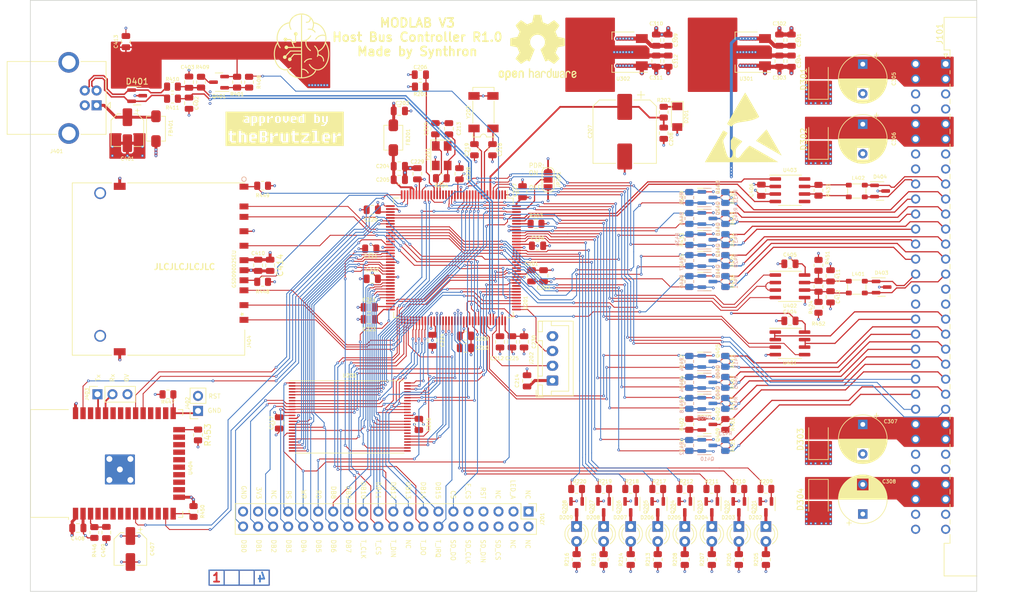
<source format=kicad_pcb>
(kicad_pcb (version 20211014) (generator pcbnew)
  (layers (0 "F.Cu" signal) (1 "In1.Cu" power) (2 "In2.Cu" power) (31 "B.Cu" signal) (34 "B.Paste" user) (35 "F.Paste" user) (36 "B.SilkS" user "B.Silkscreen") (37 "F.SilkS" user "F.Silkscreen") (38 "B.Mask" user) (39 "F.Mask" user) (44 "Edge.Cuts" user))
  (net 0 "")
  (net 1 "+3V3")
  (net 2 "GND")
  (net 3 "/CPU/VDDA")
  (net 4 "/CPU/RESET")
  (net 5 "/CPU/VBAT")
  (net 6 "Net-(C211-Pad1)")
  (net 7 "Net-(C212-Pad1)")
  (net 8 "Net-(C213-Pad2)")
  (net 9 "Net-(C215-Pad2)")
  (net 10 "Net-(C218-Pad2)")
  (net 11 "Net-(C219-Pad2)")
  (net 12 "+5V")
  (net 13 "+24V")
  (net 14 "+15V")
  (net 15 "-15V")
  (net 16 "+3.3V")
  (net 17 "Net-(C401-Pad1)")
  (net 18 "/CPU/USB-")
  (net 19 "/CPU/USB+")
  (net 20 "Net-(C409-Pad1)")
  (net 21 "Net-(C411-Pad2)")
  (net 22 "Net-(C412-Pad1)")
  (net 23 "Net-(D201-Pad1)")
  (net 24 "Net-(D202-Pad1)")
  (net 25 "Net-(D202-Pad2)")
  (net 26 "Net-(D203-Pad1)")
  (net 27 "Net-(D203-Pad2)")
  (net 28 "Net-(D204-Pad1)")
  (net 29 "Net-(D204-Pad2)")
  (net 30 "Net-(D205-Pad1)")
  (net 31 "Net-(D205-Pad2)")
  (net 32 "Net-(D206-Pad1)")
  (net 33 "Net-(D206-Pad2)")
  (net 34 "Net-(D207-Pad1)")
  (net 35 "Net-(D207-Pad2)")
  (net 36 "Net-(D208-Pad1)")
  (net 37 "Net-(D208-Pad2)")
  (net 38 "Net-(D209-Pad1)")
  (net 39 "Net-(D209-Pad2)")
  (net 40 "RS485-")
  (net 41 "RS485+")
  (net 42 "CAN+")
  (net 43 "CAN-")
  (net 44 "IO0")
  (net 45 "SDA_FM")
  (net 46 "IO2")
  (net 47 "SDA")
  (net 48 "IO4")
  (net 49 "DAC1_OUT")
  (net 50 "CS0")
  (net 51 "MOSI3")
  (net 52 "CS2")
  (net 53 "SCK3")
  (net 54 "CS4")
  (net 55 "MOSI4")
  (net 56 "IO1")
  (net 57 "SCL_FM")
  (net 58 "IO3")
  (net 59 "SCL")
  (net 60 "IO5")
  (net 61 "DAC2_OUT")
  (net 62 "CS1")
  (net 63 "MISO3")
  (net 64 "CS3")
  (net 65 "SCK4")
  (net 66 "CS5")
  (net 67 "MISO4")
  (net 74 "FMC_NE1")
  (net 76 "FMC_D15")
  (net 77 "Touch_IRQ")
  (net 78 "FMC_D14")
  (net 79 "SPI2_MISO")
  (net 80 "FMC_D13")
  (net 82 "FMC_D12")
  (net 83 "SPI2_MOSI")
  (net 84 "FMC_D11")
  (net 85 "Touch_CS")
  (net 86 "FMC_D10")
  (net 87 "SPI2_SCK")
  (net 88 "FMC_D9")
  (net 89 "FMC_D7")
  (net 90 "FMC_D8")
  (net 91 "FMC_D6")
  (net 92 "FMC_NOE")
  (net 93 "FMC_D5")
  (net 94 "FMC_NWE")
  (net 95 "FMC_D4")
  (net 97 "FMC_D3")
  (net 99 "FMC_D2")
  (net 100 "FMC_D1")
  (net 101 "FMC_D0")
  (net 102 "/CPU/SWDIO")
  (net 103 "/CPU/SWCLK")
  (net 104 "Net-(J402-Pad1)")
  (net 105 "/Peripherals/ESP_TX")
  (net 106 "/Peripherals/ESP_RX")
  (net 107 "/CPU/SD1_D1")
  (net 108 "/CPU/SD1_D0")
  (net 109 "/CPU/SD1_CK")
  (net 110 "/CPU/{slash}SD_Card_Detect")
  (net 111 "/CPU/SD1_CMD")
  (net 112 "/CPU/SD1_D3")
  (net 113 "/CPU/SD1_D2")
  (net 114 "/CPU/{slash}SD_Write_Protect")
  (net 115 "/CPU/PDR_ON")
  (net 116 "Net-(L402-Pad1)")
  (net 117 "Net-(L402-Pad4)")
  (net 118 "Net-(Q201-Pad1)")
  (net 119 "Net-(Q202-Pad1)")
  (net 120 "Net-(Q203-Pad1)")
  (net 121 "Net-(Q204-Pad1)")
  (net 122 "Net-(Q205-Pad1)")
  (net 123 "Net-(Q206-Pad1)")
  (net 124 "Net-(Q207-Pad1)")
  (net 125 "Net-(Q208-Pad1)")
  (net 126 "Net-(Q401-Pad1)")
  (net 127 "Net-(Q401-Pad3)")
  (net 128 "/CPU/SPI3_SCK")
  (net 129 "/CPU/SPI3_MISO")
  (net 130 "/CPU/SPI3_MOSI")
  (net 131 "/CPU/CS_0")
  (net 132 "/CPU/CS_1")
  (net 133 "/CPU/CS_2")
  (net 134 "/CPU/CS_3")
  (net 135 "/CPU/CS_4")
  (net 136 "/CPU/CS_5")
  (net 137 "/CPU/I2C2_SDA")
  (net 138 "/CPU/I2C2_SCL")
  (net 139 "/CPU/IO_0")
  (net 140 "/CPU/IO_1")
  (net 141 "/CPU/IO_2")
  (net 142 "/CPU/IO_3")
  (net 143 "/CPU/IO_4")
  (net 144 "/CPU/IO_5")
  (net 145 "/CPU/I2CFM_SDA")
  (net 146 "/CPU/I2C1FM_SCL")
  (net 147 "Net-(R203-Pad2)")
  (net 148 "LED_CAN")
  (net 149 "LED_485")
  (net 150 "LED_I2C1")
  (net 151 "LED_I2C2")
  (net 152 "LED_SPI3")
  (net 153 "LED_SPI4")
  (net 154 "LED_ESP")
  (net 155 "LED_SD")
  (net 156 "/CPU/USB_Disconnect")
  (net 157 "Net-(R450-Pad1)")
  (net 160 "FMC_A0")
  (net 161 "FMC_A1")
  (net 162 "FMC_A2")
  (net 163 "FMC_A3")
  (net 164 "FMC_A4")
  (net 165 "FMC_A5")
  (net 166 "/CPU/UART7_RX_485")
  (net 167 "/CPU/UART7_TX_485")
  (net 168 "/CPU/UART7_DE_485")
  (net 171 "/CPU/ESP32_RDY")
  (net 172 "/CPU/ESP32_CS")
  (net 173 "/CPU/DAC_OUT1")
  (net 174 "/CPU/DAC_OUT2")
  (net 175 "/CPU/SPI1_MISO")
  (net 176 "/CPU/SPI1_MOSI")
  (net 178 "FMC_A6")
  (net 179 "FMC_A7")
  (net 180 "FMC_A8")
  (net 181 "FMC_A9")
  (net 182 "FMC_A10")
  (net 183 "FMC_A11")
  (net 184 "FMC_A16")
  (net 185 "FMC_A17")
  (net 186 "FMC_A18")
  (net 187 "FMC_A12")
  (net 188 "FMC_A13")
  (net 189 "FMC_A14")
  (net 190 "FMC_A15")
  (net 194 "FMC_NE2")
  (net 195 "/CPU/SPI1_SCK")
  (net 196 "/CPU/CAN1_RX")
  (net 197 "/CPU/CAN1_TX")
  (net 198 "FMC_NBL0")
  (net 199 "FMC_NBL1")
  (net 220 "Net-(J401-Pad3)")
  (net 228 "Net-(J401-Pad2)")
  (net 229 "Net-(U404-Pad24)")
  (footprint "Capacitor_SMD:C_0805_2012Metric" (layer "F.Cu") (at 134.874 94.996 -90)
    (fp_text reference "C224")
    (fp_text value "100n")
  )
  (footprint "eigene:VG64_Euro" (layer "F.Cu") (at 66.9036 137.4648)
    (fp_text reference "J101")
    (fp_text value "DIN41612_02x32_AC")
    (fp_line (start 160 -100) (end 160 0) (layer "Edge.Cuts") (width 0.12))
    (fp_line (start 0 0) (end 0 -100) (layer "Edge.Cuts") (width 0.12))
    (fp_line (start 160 0) (end 0 0) (layer "Edge.Cuts") (width 0.12))
    (fp_line (start 0 -100) (end 160 -100) (layer "Edge.Cuts") (width 0.12))
  )
  (footprint "LED_THT:LED_D3.0mm" (layer "F.Cu") (at 177.546 126.487 -90)
    (fp_text reference "D205")
    (fp_text value "LED")
  )
  (footprint "Package_SO:TSOP-I-48_18.4x12mm_P0.5mm" (layer "F.Cu") (at 120.904 107.95)
    (fp_text reference "U202")
    (fp_text value "IS61WV5126EEBLL-10T2LI")
  )
  (footprint "Capacitor_SMD:C_0805_2012Metric" (layer "F.Cu") (at 135.382 59.182 -90)
    (fp_text reference "C215")
    (fp_text value "20p")
  )
  (footprint "Resistor_SMD:R_0805_2012Metric" (layer "F.Cu") (at 178.322 81.488 -90)
    (fp_text reference "R425")
    (fp_text value "4k7")
  )
  (footprint "eigene:GSD09002SEU" (layer "F.Cu") (at 103.019997 90.581001 -90)
    (fp_text reference "J404")
    (fp_text value "GSD09002SEU")
  )
  (footprint "Capacitor_SMD:C_0805_2012Metric" (layer "F.Cu") (at 107.442 82.296 -90)
    (fp_text reference "C414")
    (fp_text value "1µ")
  )
  (footprint "Package_SO:SOIC-8_3.9x4.9mm_P1.27mm" (layer "F.Cu") (at 195.326 69.596)
    (fp_text reference "U403")
    (fp_text value "SN65HVD232")
  )
  (footprint "Symbol:ESD-Logo_13.2x12mm_SilkScreen" (layer "F.Cu") (at 187.452 58.928)
    (fp_text reference "REF**" hide)
    (fp_text value "ESD-Logo_13.2x12mm_SilkScreen" hide)
  )
  (footprint "Resistor_SMD:R_0805_2012Metric" (layer "F.Cu") (at 159.258 120.142 180)
    (fp_text reference "R220")
    (fp_text value "10k")
  )
  (footprint "Capacitor_SMD:C_0805_2012Metric" (layer "F.Cu") (at 124.206 91.44 180)
    (fp_text reference "C223")
    (fp_text value "100n")
  )
  (footprint "LED_THT:LED_D3.0mm" (layer "F.Cu") (at 172.974 126.487 -90)
    (fp_text reference "D206")
    (fp_text value "LED")
  )
  (footprint "Capacitor_SMD:C_0805_2012Metric" (layer "F.Cu") (at 137.668 59.188001 -90)
    (fp_text reference "C213")
    (fp_text value "20p")
  )
  (footprint "Capacitor_SMD:C_0805_2012Metric" (layer "F.Cu") (at 132.334 66.802 90)
    (fp_text reference "C229")
    (fp_text value "100n")
  )
  (footprint "Connector_JST:JST_XH_B4B-XH-A_1x04_P2.50mm_Vertical" (layer "F.Cu") (at 155.177 101.794 90)
    (fp_text reference "J202")
    (fp_text value "SWD")
  )
  (footprint "Capacitor_SMD:C_0805_2012Metric" (layer "F.Cu") (at 172.72 47.752 -90)
    (fp_text reference "C311")
    (fp_text value "100n")
  )
  (footprint "Resistor_SMD:R_0805_2012Metric" (layer "F.Cu") (at 90.932 52.07)
    (fp_text reference "R410")
    (fp_text value "22")
  )
  (footprint "Capacitor_SMD:C_0805_2012Metric" (layer "F.Cu") (at 93.726 54.864 -90)
    (fp_text reference "C402")
    (fp_text value "47p")
  )
  (footprint "Package_TO_SOT_SMD:SOT-23" (layer "F.Cu") (at 168.402 123.19 -90)
    (fp_text reference "Q206")
    (fp_text value "BSS138")
  )
  (footprint "Package_TO_SOT_SMD:SOT-23" (layer "F.Cu") (at 182.118 123.19 -90)
    (fp_text reference "Q203")
    (fp_text value "BSS138")
  )
  (footprint "Capacitor_SMD:C_0805_2012Metric" (layer "F.Cu") (at 193.548 44.196 90)
    (fp_text reference "C302")
    (fp_text value "100n")
  )
  (footprint "Resistor_SMD:R_0805_2012Metric" (layer "F.Cu") (at 186.69 120.142 180)
    (fp_text reference "R210")
    (fp_text value "10k")
  )
  (footprint "Resistor_SMD:R_0805_2012Metric" (layer "F.Cu") (at 184.404 112.776 90)
    (fp_text reference "R421")
    (fp_text value "10k")
  )
  (footprint "Diode_SMD:D_SMA" (layer "F.Cu") (at 200.152 111.76 90)
    (fp_text reference "D303")
    (fp_text value "P6SMB16")
  )
  (footprint "Resistor_SMD:R_0805_2012Metric" (layer "F.Cu") (at 184.418 70.82 90)
    (fp_text reference "R430")
    (fp_text value "10k")
  )
  (footprint "Connector_PinHeader_2.54mm:PinHeader_2x20_P2.54mm_Vertical" (layer "F.Cu") (at 151.13 123.952 -90)
    (fp_text reference "J201")
    (fp_text value "LCD")
  )
  (footprint "Package_TO_SOT_SMD:SOT-23" (layer "F.Cu") (at 181.37 74.376)
    (fp_text reference "Q419")
    (fp_text value "BSS138")
  )
  (footprint "RF_Module:ESP32-WROOM-32" (layer "F.Cu") (at 82.797 115.824 90)
    (fp_text reference "U404")
    (fp_text value "ESP32-WROOM-32")
  )
  (footprint "Capacitor_SMD:C_0805_2012Metric" (layer "F.Cu") (at 132.842 50.038 180)
    (fp_text reference "C206")
    (fp_text value "100n")
  )
  (footprint "Resistor_SMD:R_0805_2012Metric" (layer "F.Cu") (at 182.118 120.142 180)
    (fp_text reference "R211")
    (fp_text value "10k")
  )
  (footprint "Capacitor_SMD:C_0805_2012Metric" (layer "F.Cu") (at 173.99 59.944 -90)
    (fp_text reference "C208")
    (fp_text value "100n")
  )
  (footprint "Package_TO_SOT_SMD:SOT-223-3_TabPin2" (layer "F.Cu") (at 167.132 46.228 180)
    (fp_text reference "U302")
    (fp_text value "AP1117-33")
  )
  (footprint "Resistor_SMD:R_0805_2012Metric" (layer "F.Cu") (at 177.546 132.08 90)
    (fp_text reference "R208")
    (fp_text value "1k")
  )
  (footprint "Resistor_SMD:R_0805_2012Metric" (layer "F.Cu") (at 95.758 51.308 90)
    (fp_text reference "R409")
    (fp_text value "1k5")
  )
  (footprint "Capacitor_SMD:C_0805_2012Metric" (layer "F.Cu") (at 93.726 51.308 90)
    (fp_text reference "C403")
    (fp_text value "47p")
  )
  (footprint "Connector_USB:USB_B_OST_USB-B1HSxx_Horizontal" (layer "F.Cu") (at 78.105 55.225 180)
    (fp_text reference "J401")
    (fp_text value "USB_B")
  )
  (footprint "Resistor_SMD:R_0805_2012Metric" (layer "F.Cu") (at 168.402 120.142 180)
    (fp_text reference "R218")
    (fp_text value "10k")
  )
  (footprint "Crystal:Crystal_SMD_5032-4Pin_5.0x3.2mm" (layer "F.Cu") (at 136.454343 63.754 -90)
    (fp_text reference "Y201")
    (fp_text value "8MHz")
  )
  (footprint "Capacitor_SMD:C_0805_2012Metric" (layer "F.Cu") (at 74.93 126.746 180)
    (fp_text reference "C408")
    (fp_text value "100n")
  )
  (footprint "Capacitor_SMD:C_0805_2012Metric" (layer "F.Cu") (at 195.326 91.694 180)
    (fp_text reference "C404")
    (fp_text value "100n")
  )
  (footprint "Capacitor_SMD:CP_Elec_10x10.5" (layer "F.Cu") (at 167.386 59.69 -90)
    (fp_text reference "C207")
    (fp_text value "0.22F/5V")
  )
  (footprint "Capacitor_SMD:C_0805_2012Metric" (layer "F.Cu") (at 140.462 96.266 180)
    (fp_text reference "C210")
    (fp_text value "1µ")
  )
  (footprint "Jumper:SolderJumper-3_P1.3mm_Open_RoundedPad1.0x1.5mm_NumberLabels" (layer "F.Cu") (at 154.432 67.818 90)
    (fp_text reference "JP201")
    (fp_text value "PDR_ON Jumper")
  )
  (footprint "Capacitor_SMD:C_0805_2012Metric" (layer "F.Cu") (at 105.41 82.296 -90)
    (fp_text reference "C410")
    (fp_text value "100n")
  )
  (footprint "Resistor_SMD:R_0805_2012Metric" (layer "F.Cu") (at 184.418 81.488 90)
    (fp_text reference "R426")
    (fp_text value "4k7")
  )
  (footprint "Resistor_SMD:R_0805_2012Metric" (layer "F.Cu") (at 200.152 82.296 -90)
    (fp_text reference "R451")
    (fp_text value "4k7")
  )
  (footprint "Package_TO_SOT_SMD:SOT-23" (layer "F.Cu") (at 181.356 102.108)
    (fp_text reference "Q404")
    (fp_text value "BSS138")
  )
  (footprint "Package_TO_SOT_SMD:SOT-23" (layer "F.Cu") (at 181.37 85.044)
    (fp_text reference "Q417")
    (fp_text value "BSS138")
  )
  (footprint "Resistor_SMD:R_0805_2012Metric" (layer "F.Cu") (at 90.932 54.102)
    (fp_text reference "R411")
    (fp_text value "22")
  )
  (footprint "Resistor_SMD:R_0805_2012Metric" (layer "F.Cu") (at 132.842 52.07)
    (fp_text reference "R201")
    (fp_text value "10k")
  )
  (footprint "Capacitor_SMD:C_0805_2012Metric" (layer "F.Cu") (at 202.184 87.63 -90)
    (fp_text reference "C412")
    (fp_text value "1n")
  )
  (footprint "Resistor_SMD:R_0805_2012Metric" (layer "F.Cu") (at 177.546 120.142 180)
    (fp_text reference "R212")
    (fp_text value "10k")
  )
  (footprint "Capacitor_SMD:C_0805_2012Metric" (layer "F.Cu") (at 108.966 108.966 -90)
    (fp_text reference "C217")
    (fp_text value "100n")
  )
  (footprint "Capacitor_SMD:CP_Elec_5x5.8" (layer "F.Cu") (at 83.82 130.302 -90)
    (fp_text reference "C407")
    (fp_text value "10µ")
  )
  (footprint "Capacitor_SMD:C_0805_2012Metric" (layer "F.Cu") (at 146.304 95.25 -90)
    (fp_text reference "C212")
    (fp_text value "2u2")
  )
  (footprint "Capacitor_SMD:C_0805_2012Metric" (layer "F.Cu") (at 141.986 62.738 90)
    (fp_text reference "C219")
    (fp_text value "10p")
  )
  (footprint "Resistor_SMD:R_0805_2012Metric" (layer "F.Cu") (at 178.322 74.376 -90)
    (fp_text reference "R442")
    (fp_text value "3k3")
  )
  (footprint "LED_THT:LED_D3.0mm" (layer "F.Cu") (at 168.402 126.487 -90)
    (fp_text reference "D207")
    (fp_text value "LED")
  )
  (footprint "Package_TO_SOT_SMD:SOT-23" (layer "F.Cu") (at 172.974 123.19 -90)
    (fp_text reference "Q205")
    (fp_text value "BSS138")
  )
  (footprint "Resistor_SMD:R_0805_2012Metric" (layer "F.Cu") (at 103.886 51.308 -90)
    (fp_text reference "R408")
    (fp_text value "100k")
  )
  (footprint "Resistor_SMD:R_0805_2012Metric" (layer "F.Cu") (at 200.152 89.408 -90)
    (fp_text reference "R452")
    (fp_text value "4k7")
  )
  (footprint "Capacitor_THT:CP_Radial_D8.0mm_P5.00mm" (layer "F.Cu") (at 207.645 58.42 -90)
    (fp_text reference "C306")
    (fp_text value "100µ")
  )
  (footprint "LED_THT:LED_D3.0mm" (layer "F.Cu") (at 159.258 126.487 -90)
    (fp_text reference "D209")
    (fp_text value "LED")
  )
  (footprint "Resistor_SMD:R_0805_2012Metric" (layer "F.Cu") (at 163.83 132.08 90)
    (fp_text reference "R215")
    (fp_text value "1k")
  )
  (footprint "Package_TO_SOT_SMD:SOT-23" (layer "F.Cu") (at 210.82 85.979)
    (fp_text reference "D403")
    (fp_text value "CDSOT23-T24-Q")
  )
  (footprint "Capacitor_THT:CP_Radial_D8.0mm_P5.00mm" (layer "F.Cu") (at 207.645 124.38 90)
    (fp_text reference "C308")
    (fp_text value "100µ")
  )
  (footprint "Capacitor_SMD:C_0805_2012Metric" (layer "F.Cu") (at 152.654 78.994)
    (fp_text reference "C226")
    (fp_text value "100n")
  )
  (footprint "Resistor_SMD:R_0805_2012Metric" (layer "F.Cu") (at 95.25 110.998 -90)
    (fp_text reference "R453")
    (fp_text value "1k")
  )
  (footprint "Package_TO_SOT_SMD:SOT-23" (layer "F.Cu") (at 181.356 109.22)
    (fp_text reference "Q402")
    (fp_text value "BSS138")
  )
  (footprint "LED_THT:LED_D3.0mm" (layer "F.Cu") (at 163.83 126.487 -90)
    (fp_text reference "D208")
    (fp_text value "LED")
  )
  (footprint "Resistor_SMD:R_0805_2012Metric" (layer "F.Cu") (at 178.308 98.552 -90)
    (fp_text reference "R412")
    (fp_text value "10k")
  )
  (footprint "Capacitor_SMD:C_0805_2012Metric" (layer "F.Cu") (at 174.752 47.752 -90)
    (fp_text reference "C312")
    (fp_text value "1µ")
  )
  (footprint "Resistor_SMD:R_0805_2012Metric" (layer "F.Cu") (at 101.854 51.308 90)
    (fp_text reference "R401")
    (fp_text value "100k")
  )
  (footprint "Package_SO:SOIC-8_3.9x4.9mm_P1.27mm" (layer "F.Cu") (at 195.326 95.504)
    (fp_text reference "U401")
    (fp_text value "LM2904")
  )
  (footprint "Capacitor_SMD:C_0805_2012Metric" (layer "F.Cu") (at 151.638 84.074 -90)
    (fp_text reference "C201")
    (fp_text value "100n")
  )
  (footprint "Diode_SMD:D_MiniMELF" (layer "F.Cu") (at 176.276 57.15 -90)
    (fp_text reference "D201")
    (fp_text value "LL4148")
  )
  (footprint "Package_TO_SOT_SMD:SOT-23" (layer "F.Cu") (at 177.546 123.19 -90)
    (fp_text reference "Q204")
    (fp_text value "BSS138")
  )
  (footprint "Capacitor_SMD:C_0805_2012Metric" (layer "F.Cu") (at 148.336 95.25 -90)
    (fp_text reference "C225")
    (fp_text value "100n")
  )
  (footprint "Capacitor_SMD:C_0805_2012Metric" (layer "F.Cu") (at 79.756 127.508 -90)
    (fp_text reference "C409")
    (fp_text value "1µ")
  )
  (footprint "LED_THT:LED_D3.0mm" (layer "F.Cu") (at 191.262 126.487 -90)
    (fp_text reference "D202")
    (fp_text value "LED")
  )
  (footprint "Capacitor_SMD:C_0805_2012Metric" (layer "F.Cu") (at 195.58 44.196 90)
    (fp_text reference "C301")
    (fp_text value "1µ")
  )
  (footprint "Capacitor_SMD:C_0805_2012Metric" (layer "F.Cu") (at 150.368 95.25 -90)
    (fp_text reference "C230")
    (fp_text value "4µ7")
  )
  (footprint "Package_TO_SOT_SMD:SOT-23" (layer "F.Cu") (at 163.83 123.19 -90)
    (fp_text reference "Q207")
    (fp_text value "BSS138")
  )
  (footprint "Capacitor_SMD:C_0805_2012Metric" (layer "F.Cu") (at 195.326 82.042 180)
    (fp_text reference "C405")
    (fp_text value "100n")
  )
  (footprint "Package_TO_SOT_SMD:SOT-23" (layer "F.Cu") (at 181.384 77.978)
    (fp_text reference "Q415")
    (fp_text value "BSS138")
  )
  (footprint "Resistor_SMD:R_0805_2012Metric" (layer "F.Cu") (at 152.4 75.278636 180)
    (fp_text reference "R203")
    (fp_text value "100")
  )
  (footprint "Capacitor_SMD:C_0805_2012Metric" (layer "F.Cu") (at 145.034 62.738 90)
    (fp_text reference "C218")
    (fp_text value "10p")
  )
  (footprint "Capacitor_SMD:C_0805_2012Metric" (layer "F.Cu") (at 124.714 84.582 180)
    (fp_text reference "C222")
    (fp_text value "100n")
  )
  (footprint "Resistor_SMD:R_0805_2012Metric" (layer "F.Cu") (at 168.402 132.08 90)
    (fp_text reference "R214")
    (fp_text value "1k")
  )
  (footprint "Capacitor_SMD:C_0805_2012Metric" (layer "F.Cu") (at 132.588 109.22 -90)
    (fp_text reference "C216")
    (fp_text value "100n")
  )
  (footprint "LED_THT:LED_D3.0mm" (layer "F.Cu") (at 182.118 126.487 -90)
    (fp_text reference "D204")
    (fp_text value "LED")
  )
  (footprint "Resistor_SMD:R_0805_2012Metric" (layer "F.Cu") (at 182.118 132.08 90)
    (fp_text reference "R207")
    (fp_text value "1k")
  )
  (footprint "Resistor_SMD:R_0805_2012Metric" (layer "F.Cu") (at 184.404 98.552 90)
    (fp_text reference "R413")
    (fp_text value "10k")
  )
  (footprint "Package_TO_SOT_SMD:SOT-23" (layer "F.Cu") (at 186.69 123.19 -90)
    (fp_text reference "Q202")
    (fp_text value "BSS138")
  )
  (footprint "Resistor_SMD:R_0805_2012Metric" (layer "F.Cu") (at 178.308 102.108 -90)
    (fp_text reference "R406")
    (fp_text value "1k")
  )
  (footprint "Resistor_SMD:R_0805_2012Metric" (layer "F.Cu") (at 184.404 102.108 90)
    (fp_text reference "R407")
    (fp_text value "1k")
  )
  (footprint "Resistor_SMD:R_0805_2012Metric" (layer "F.Cu") (at 178.322 70.82 -90)
    (fp_text reference "R429")
    (fp_text value "10k")
  )
  (footprint "Resistor_SMD:R_0805_2012Metric" (layer "F.Cu") (at 178.336 77.978 -90)
    (fp_text reference "R433")
    (fp_text value "10k")
  )
  (footprint "Resistor_SMD:R_0805_2012Metric" (layer "F.Cu") (at 191.262 120.142 180)
    (fp_text reference "R209")
    (fp_text value "10k")
  )
  (footprint "Resistor_SMD:R_0805_2012Metric" (layer "F.Cu") (at 178.308 109.22 -90)
    (fp_text reference "R402")
    (fp_text value "1k")
  )
  (footprint "Package_QFP:LQFP-144_20x20mm_P0.5mm" (layer "F.Cu") (at 138.43 81.026 -90)
    (fp_text reference "U201")
    (fp_text value "STM32F767ZITx")
  )
  (footprint "Package_TO_SOT_SMD:SOT-23" (layer "F.Cu") (at 159.258 123.19 -90)
    (fp_text reference "Q208")
    (fp_text value "BSS138")
  )
  (footprint "Connector_PinSocket_2.54mm:PinSocket_1x03_P2.54mm_Vertical" (layer "F.Cu") (at 78.247 104.115 90)
    (fp_text reference "J403")
    (fp_text value "ESP UART")
  )
  (footprint "Diode_SMD:D_SMA" (layer "F.Cu") (at 200.152 121.92 -90)
    (fp_text reference "D304")
    (fp_text value "P6SMB16")
  )
  (footprint "Package_TO_SOT_SMD:SOT-23" (layer "F.Cu") (at 84.963 53.594)
    (fp_text reference "D401")
    (fp_text value "CDSOT23-T24-Q")
  )
  (footprint "Package_TO_SOT_SMD:SOT-223-3_TabPin2" (layer "F.Cu") (at 187.96 46.228 180)
    (fp_text reference "U301")
    (fp_text value "AP1117-33")
  )
  (footprint "Resistor_SMD:R_0805_2012Metric" (layer "F.Cu") (at 106.172 68.834 180)
    (fp_text reference "R449")
    (fp_text value "1k")
  )
  (footprint "Symbol:OSHW-Logo2_14.6x12mm_SilkScreen" (layer "F.Cu") (at 152.654 45.466)
    (fp_text reference "REF**" hide)
    (fp_text value "OSHW-Logo2_14.6x12mm_SilkScreen" hide)
  )
  (footprint "Capacitor_SMD:C_0805_2012Metric" (layer "F.Cu") (at 193.548 47.752 -90)
    (fp_text reference "C303")
    (fp_text value "100n")
  )
  (footprint "Resistor_SMD:R_0805_2012Metric" (layer "F.Cu") (at 172.974 132.08 90)
    (fp_text reference "R213")
    (fp_text value "1k")
  )
  (footprint "Package_TO_SOT_SMD:SOT-23" (layer "F.Cu") (at 191.262 123.19 -90)
    (fp_text reference "Q201")
    (fp_text value "BSS138")
  )
  (footprint "Resistor_SMD:R_0805_2012Metric" (layer "F.Cu") (at 178.322 85.044 -90)
    (fp_text reference "R438")
    (fp_text value "10k")
  )
  (footprint "Capacitor_SMD:C_0805_2012Metric" (layer "F.Cu") (at 129.286 56.17539)
    (fp_text reference "C203")
    (fp_text value "1µ")
  )
  (footprint "Capacitor_SMD:C_0805_2012Metric" (layer "F.Cu") (at 124.46 79.502 180)
    (fp_text reference "C221")
    (fp_text value "100n")
  )
  (footprint "Resistor_SMD:R_0805_2012Metric" (layer "F.Cu") (at 200.152 85.852 -90)
    (fp_text reference "R424")
    (fp_text value "120")
  )
  (footprint "Capacitor_SMD:C_0805_2012Metric" (layer "F.Cu") (at 150.876 101.854 90)
    (fp_text reference "C214")
    (fp_text value "100n")
  )
  (footprint "Diode_SMD:D_SMA" (layer "F.Cu") (at 200.152 60.96 90)
    (fp_text reference "D302")
    (fp_text value "P6SMB26")
  )
  (footprint "Capacitor_SMD:C_0805_2012Metric" (layer "F.Cu") (at 129.286 65.532)
    (fp_text reference "C204")
    (fp_text value "1µ")
  )
  (footprint "Capacitor_SMD:C_0805_2012Metric" (layer "F.Cu") (at 172.72 44.196 90)
    (fp_text reference "C310")
    (fp_text value "100n")
  )
  (footprint "Capacitor_SMD:C_0805_2012Metric" (layer "F.Cu") (at 150.114 69.85 90)
    (fp_text reference "C227")
    (fp_text value "100n")
  )
  (footprint "Capacitor_THT:CP_Radial_D8.0mm_P5.00mm" (layer "F.Cu") (at 207.645 109.22 -90)
    (fp_text reference "C307")
    (fp_text value "100µ")
  )
  (footprint "Capacitor_SMD:C_0805_2012Metric" (layer "F.Cu") (at 190.5 69.596 90)
    (fp_text reference "C406")
    (fp_text value "100n")
  )
  (footprint "Resistor_SMD:R_0805_2012Metric" (layer "F.Cu") (at 184.418 85.044 90)
    (fp_text reference "R439")
    (fp_text value "10k")
  )
  (footprint "Capacitor_THT:CP_Radial_D8.0mm_P5.00mm" (layer "F.Cu") (at 207.645 48.26 -90)
    (fp_text reference "C305")
    (fp_text value "100µ")
  )
  (footprint "eigene:SMB-001" (layer "F.Cu") (at 88.138 59.182 90)
    (fp_text reference "FB401")
    (fp_text value "SMB-001")
  )
  (footprint "Resistor_SMD:R_0805_2012Metric" (layer "F.Cu") (at 173.99 56.388 -90)
    (fp_text reference "R202")
    (fp_text value "100")
  )
  (footprint "Package_TO_SOT_SMD:SOT-23" (layer "F.Cu") (at 181.37 81.488)
    (fp_text reference "Q411")
    (fp_text value "BSS138")
  )
  (footprint "Package_TO_SOT_SMD:SOT-23" (layer "F.Cu") (at 181.37 70.82)
    (fp_text reference "Q413")
    (fp_text value "BSS138")
  )
  (footprint "Resistor_SMD:R_0805_2012Metric" (layer "F.Cu") (at 94.488 123.952 90)
    (fp_text reference "R450")
    (fp_text value "1k")
  )
  (footprint "Resistor_SMD:R_0805_2012Metric" (layer "F.Cu") (at 184.404 105.664 90)
    (fp_text reference "R417")
    (fp_text value "10k")
  )
  (footprint "Capacitor_SMD:C_0805_2012Metric" (layer "F.Cu") (at 124.714 72.898 180)
    (fp_text reference "C220")
    (fp_text value "100n")
  )
  (footprint "Capacitor_SMD:CP_Elec_5x5.8" (layer "F.Cu") (at 83.312 59.436 -90)
    (fp_text reference "C401")
    (fp_text value "10µ")
  )
  (footprint "Package_TO_SOT_SMD:SOT-23" (layer "F.Cu") (at 181.356 98.552)
    (fp_text reference "Q405")
    (fp_text value "BSS138")
  )
  (footprint "Package_TO_SOT_SMD:SOT-23" (layer "F.Cu") (at 98.806 51.308 180)
    (fp_text reference "Q401")
    (fp_text value "BC856")
  )
  (footprint "Resistor_SMD:R_0805_2012Metric" (layer "F.Cu") (at 172.974 120.142 180)
    (fp_text reference "R217")
    (fp_text value "10k")
  )
  (footprint "Package_TO_SOT_SMD:SOT-23" (layer "F.Cu") (at 181.356 105.664)
    (fp_text reference "Q407")
    (fp_text value "BSS138")
  )
  (footprint "Resistor_SMD:R_0805_2012Metric" (layer "F.Cu") (at 77.724 127.508 90)
    (fp_text reference "R446")
    (fp_text value "10k")
  )
  (footprint "Resistor_SMD:R_0805_2012Metric" (layer "F.Cu") (at 159.258 132.08 90)
    (fp_text reference "R216")
    (fp_text value "1k")
  )
  (footprint "Resistor_SMD:R_0805_2012Metric" (layer "F.Cu") (at 186.69 132.08 90)
    (fp_text reference "R206")
    (fp_text value "1k")
  )
  (footprint "Connector_PinSocket_2.54mm:PinSocket_1x02_P2.54mm_Vertical" (layer "F.Cu") (at 95.25 106.934 180)
    (fp_text reference "J402")
    (fp_text value "Boot_Option")
  )
  (footprint "Resistor_SMD:R_0805_2012Metric" (layer "F.Cu") (at 163.83 120.142 180)
    (fp_text reference "R219")
    (fp_text value "10k")
  )
  (footprint "Capacitor_SMD:C_0805_2012Metric" (layer "F.Cu") (at 153.67 84.074 -90)
    (fp_text reference "C202")
    (fp_text value "1µ")
  )
  (footprint "Capacitor_SMD:C_0805_2012Metric" (layer "F.Cu") (at 174.752 44.196 90)
    (fp_text reference "C309")
    (fp_text value "1µ")
  )
  (footprint "Resistor_SMD:R_0805_2012Metric" (layer "F.Cu") (at 136.398 67.564 180)
    (fp_text reference "R204")
    (fp_text value "1M")
  )
  (footprint "eigene:SRF3225TAC" (layer "F.Cu") (at 204.777 71.125)
    (fp_text reference "L402")
    (fp_text value "SRF3225TAC-101Y")
  )
  (footprint "Capacitor_SMD:C_0805_2012Metric" (layer "F.Cu") (at 139.446 66.802 90)
    (fp_text reference "C228")
    (fp_text value "100n")
  )
  (footprint "Resistor_SMD:R_0805_2012Metric" (layer "F.Cu") (at 90.17 104.14)
    (fp_text reference "R447")
    (fp_text value "1k")
  )
  (footprint "Package_SO:SOIC-8_3.9x4.9mm_P1.27mm" (layer "F.Cu") (at 195.326 85.852)
    (fp_text reference "U402")
    (fp_text value "MAX485E")
  )
  (footprint "Resistor_SMD:R_0805_2012Metric" (layer "F.Cu") (at 184.432 77.978 90)
    (fp_text reference "R434")
    (fp_text value "10k")
  )
  (footprint "eigene:SMB-001" (layer "F.Cu") (at 128.27 60.706 90)
    (fp_text reference "FB201")
    (fp_text value "SMB-001")
  )
  (footprint "Capacitor_SMD:C_0805_2012Metric" (layer "F.Cu") (at 140.462 94.234 180)
    (fp_text reference "C209")
    (fp_text value "100n")
  )
  (footprint "LED_THT:LED_D3.0mm" (layer "F.Cu") (at 186.69 126.487 -90)
    (fp_text reference "D203")
    (fp_text value "LED")
  )
  (footprint "Resistor_SMD:R_0805_2012Metric" (layer "F.Cu") (at 178.308 105.664 -90)
    (fp_text reference "R416")
    (fp_text value "10k")
  )
  (footprint "Capacitor_SMD:C_0805_2012Metric" (layer "F.Cu") (at 124.206 89.408 180)
    (fp_text reference "C211")
    (fp_text value "2u2")
  )
  (footprint "Package_TO_SOT_SMD:SOT-23" (layer "F.Cu") (at 210.566 69.723)
    (fp_text reference "D404")
    (fp_text value "CDSOT23-T24-Q")
  )
  (footprint "TheBrutzlers_Lib:approved_theBrutzler" (layer "F.Cu") (at 109.9 59.2)
    (fp_text reference "G***" hide)
    (fp_text value "LOGO" hide)
  )
  (footprint "Resistor_SMD:R_0805_2012Metric" (layer "F.Cu") (at 106.172 85.09 180)
    (fp_text reference "R448")
    (fp_text value "1k")
  )
  (footprint "Resistor_SMD:R_0805_2012Metric" (layer "F.Cu") (at 191.262 132.08 90)
    (fp_text reference "R205")
    (fp_text value "1k")
  )
  (footprint "Capacitor_SMD:C_0805_2012Metric" (layer "F.Cu") (at 129.286 67.818)
    (fp_text reference "C205")
    (fp_text value "100n")
  )
  (footprint "eigene:ladder_4" (layer "F.Cu") (at 96.6798 139.8918)
    (fp_text reference "")
    (fp_text value "")
  )
  (footprint "Capacitor_SMD:C_0805_2012Metric" (layer "F.Cu") (at 202.184 84.074 -90)
    (fp_text reference "C411")
    (fp_text value "1n")
  )
  (footprint "Package_TO_SOT_SMD:SOT-23" (layer "F.Cu") (at 181.356 112.776)
    (fp_text reference "Q409")
    (fp_text value "BSS138")
  )
  (footprint "Capacitor_SMD:C_0805_2012Metric" (layer "F.Cu") (at 83.058 44.45 90)
    (fp_text reference "C413")
    (fp_text value "100n")
  )
  (footprint "Diode_SMD:D_SMA" (layer "F.Cu") (at 200.152 50.8 90)
    (fp_text reference "D301")
    (fp_text value "SMAJ5,0A")
  )
  (footprint "Resistor_SMD:R_0805_2012Metric" (layer "F.Cu") (at 184.404 109.22 90)
    (fp_text reference "R403")
    (fp_text value "1k")
  )
  (footprint "eigene:logo" (layer "F.Cu") (at 112.776 45.212)
    (fp_text reference "G***" hide)
    (fp_text value "LOGO" hide)
  )
  (footprint "Capacitor_SMD:C_0805_2012Metric" (layer "F.Cu") (at 195.58 47.752 -90)
    (fp_text reference "C304")
    (fp_text value "1µ")
  )
  (footprint "Resistor_SMD:R_0805_2012Metric" (layer "F.Cu") (at 200.152 69.596 -90)
    (fp_text reference "R435")
    (fp_text value "120")
  )
  (footprint "Resistor_SMD:R_0805_2012Metric" (layer "F.Cu") (at 178.308 112.776 -90)
    (fp_text reference "R420")
    (fp_text value "10k")
  )
  (footprint "eigene:SRF3225TAC" (layer "F.Cu") (at 204.777 87.381)
    (fp_text reference "L401")
    (fp_text value "SRF3225TAC-101Y")
  )
  (footprint "Crystal:Crystal_SMD_SeikoEpson_MC306-4Pin_8.0x3.2mm" (layer "F.Cu") (at 143.51 56.388 90)
    (fp_text reference "Y202")
    (fp_text value "32.768kHz")
  )
  (footprint "Resistor_SMD:R_0805_2012Metric" (layer "F.Cu") (at 184.418 74.376 90)
    (fp_text reference "R443")
    (fp_text value "3k3")
  )
  (footprint "Package_TO_SOT_SMD:SOT-23" (layer "B.Cu") (at 181.37 74.376)
    (fp_text reference "Q420")
    (fp_text value "BSS138")
  )
  (footprint "Resistor_SMD:R_0805_2012Metric" (layer "B.Cu") (at 184.418 77.932 -90)
    (fp_text reference "R437")
    (fp_text value "10k")
  )
  (footprint "Package_TO_SOT_SMD:SOT-23" (layer "B.Cu") (at 181.356 77.978)
    (fp_text reference "Q416")
    (fp_text value "BSS138")
  )
  (footprint "Resistor_SMD:R_0805_2012Metric" (layer "B.Cu") (at 184.418 81.488 -90)
    (fp_text reference "R428")
    (fp_text value "4k7")
  )
  (footprint "Resistor_SMD:R_0805_2012Metric" (layer "B.Cu") (at 184.404 105.664 -90)
    (fp_text reference "R419")
    (fp_text value "10k")
  )
  (footprint "Package_TO_SOT_SMD:SOT-23" (layer "B.Cu") (at 181.356 98.552)
    (fp_text reference "Q406")
    (fp_text value "BSS138")
  )
  (footprint "Package_TO_SOT_SMD:SOT-23" (layer "B.Cu") (at 181.356 112.776)
    (fp_text reference "Q410")
    (fp_text value "BSS138")
  )
  (footprint "Package_TO_SOT_SMD:SOT-23" (layer "B.Cu") (at 181.37 85.044)
    (fp_text reference "Q418")
    (fp_text value "BSS138")
  )
  (footprint "Resistor_SMD:R_0805_2012Metric" (layer "B.Cu") (at 178.308 105.664 90)
    (fp_text reference "R418")
    (fp_text value "10k")
  )
  (footprint "Resistor_SMD:R_0805_2012Metric" (layer "B.Cu") (at 184.418 85.044 -90)
    (fp_text reference "R441")
    (fp_text value "10k")
  )
  (footprint "Resistor_SMD:R_0805_2012Metric" (layer "B.Cu") (at 178.322 85.044 90)
    (fp_text reference "R440")
    (fp_text value "10k")
  )
  (footprint "Package_TO_SOT_SMD:SOT-23" (layer "B.Cu") (at 181.37 70.82)
    (fp_text reference "Q414")
    (fp_text value "BSS138")
  )
  (footprint "Resistor_SMD:R_0805_2012Metric" (layer "B.Cu") (at 178.308 98.552 90)
    (fp_text reference "R414")
    (fp_text value "10k")
  )
  (footprint "Package_TO_SOT_SMD:SOT-23" (layer "B.Cu") (at 181.37 81.488)
    (fp_text reference "Q412")
    (fp_text value "BSS138")
  )
  (footprint "Resistor_SMD:R_0805_2012Metric" (layer "B.Cu") (at 184.404 112.776 -90)
    (fp_text reference "R423")
    (fp_text value "10k")
  )
  (footprint "Resistor_SMD:R_0805_2012Metric" (layer "B.Cu") (at 178.322 74.376 90)
    (fp_text reference "R444")
    (fp_text value "3k3")
  )
  (footprint "Resistor_SMD:R_0805_2012Metric" (layer "B.Cu") (at 178.308 102.108 90)
    (fp_text reference "R404")
    (fp_text value "1k")
  )
  (footprint "Package_TO_SOT_SMD:SOT-23" (layer "B.Cu") (at 181.356 102.108)
    (fp_text reference "Q403")
    (fp_text value "BSS138")
  )
  (footprint "Resistor_SMD:R_0805_2012Metric" (layer "B.Cu") (at 184.418 74.376 -90)
    (fp_text reference "R445")
    (fp_text value "3k3")
  )
  (footprint "Resistor_SMD:R_0805_2012Metric" (layer "B.Cu") (at 184.404 98.552 -90)
    (fp_text reference "R415")
    (fp_text value "10k")
  )
  (footprint "Resistor_SMD:R_0805_2012Metric" (layer "B.Cu") (at 178.322 77.932 90)
    (fp_text reference "R436")
    (fp_text value "10k")
  )
  (footprint "Resistor_SMD:R_0805_2012Metric" (layer "B.Cu") (at 184.418 70.82 -90)
    (fp_text reference "R432")
    (fp_text value "10k")
  )
  (footprint "Package_TO_SOT_SMD:SOT-23" (layer "B.Cu") (at 181.356 105.664)
    (fp_text reference "Q408")
    (fp_text value "BSS138")
  )
  (footprint "Resistor_SMD:R_0805_2012Metric" (layer "B.Cu") (at 178.322 70.82 90)
    (fp_text reference "R431")
    (fp_text value "10k")
  )
  (footprint "Resistor_SMD:R_0805_2012Metric" (layer "B.Cu") (at 178.308 112.776 90)
    (fp_text reference "R422")
    (fp_text value "10k")
  )
  (footprint "Resistor_SMD:R_0805_2012Metric" (layer "B.Cu") (at 184.404 102.108 -90)
    (fp_text reference "R405")
    (fp_text value "1k")
  )
  (footprint "Resistor_SMD:R_0805_2012Metric" (layer "B.Cu") (at 178.322 81.488 90)
    (fp_text reference "R427")
    (fp_text value "4k7")
  )
  (gr_text "JLCJLCJLCJLC" (at 92.964 82.55) (layer "F.SilkS") (effects (font (size 1 1) (thickness 0.2))))
  (gr_text "MODLAB V3\nHost Bus Controller R1.0\nMade by Synthron" (at 132.334 43.688) (layer "F.SilkS") (effects (font (size 1.5 1.5) (thickness 0.3))))
  (gr_text "Tx\n\nRx\n\n0V" (at 80.772 101.346 90) (layer "F.SilkS") (effects (font (size 0.75 0.75) (thickness 0.1))))
  (gr_text "NC\n\nNC\n\nSD_CS\n\nSD_DIN\n\nSD_CLK\n\nSD_DO\n\nT_IRQ\n\nT_DO\n\nNC\n\nT_DIN\n\nT_CS\n\nT_CLK\n\nDB7\n\nDB6\n\nDB5\n\nDB4\n\nDB3\n\nDB2\n\nDB1\n\nDB0\n" (at 127 128.651 270) (layer "F.SilkS") (effects (font (size 0.785 0.75) (thickness 0.1)) (justify left)))
  (gr_text "RST\n\nGND" (at 98.044 105.664) (layer "F.SilkS") (effects (font (size 0.75 0.75) (thickness 0.1))))
  (gr_text "PDR:\nON\n\nOFF" (at 151.13 67.31) (layer "F.SilkS") (effects (font (size 0.785 0.75) (thickness 0.1)) (justify left)))
  (gr_text "NC\n\nLED_A\n\nNC\n\nRST\n\nF_CS\n\nCS\n\nDB15\n\nDB14\n\nDB13\n\nDB12\n\nDB11\n\nDB10\n\nDB9\n\nDB8\n\nRO\n\nWR\n\nRS\n\nNC\n\n3V3\n\nGND\n" (at 127.005 121.92 270) (layer "F.SilkS") (effects (font (size 0.785 0.75) (thickness 0.1)) (justify right)))
  (segment (start 190.5 70.546) (end 190.434 70.546) (width 0.2) (layer "F.Cu") (net 1))
  (segment (start 101.854 47.244) (end 102.108 46.99) (width 0.2) (layer "F.Cu") (net 1))
  (segment (start 190.815 70.231) (end 190.5 70.546) (width 0.2) (layer "F.Cu") (net 1))
  (segment (start 196.276 82.042) (end 196.276 81.976) (width 0.2) (layer "F.Cu") (net 1))
  (segment (start 124.714 83.566) (end 125.664 84.516) (width 0.2) (layer "F.Cu") (net 1))
  (segment (start 182.306 108.27) (end 182.372 108.204) (width 0.15) (layer "F.Cu") (net 1))
  (segment (start 128.336 56.17539) (end 128.336 58.54) (width 0.5) (layer "F.Cu") (net 1))
  (segment (start 186.944 46.228) (end 187.452 46.228) (width 0.7) (layer "F.Cu") (net 1))
  (segment (start 125.887952 92.171952) (end 125.156 91.44) (width 0.2) (layer "F.Cu") (net 1))
  (segment (start 182.118 132.9925) (end 182.118 134.112) (width 0.2) (layer "F.Cu") (net 1))
  (segment (start 190.434 70.546) (end 189.484 69.596) (width 0.2) (layer "F.Cu") (net 1))
  (segment (start 186.436 46.228) (end 186.944 46.228) (width 0.7) (layer "F.Cu") (net 1))
  (segment (start 125.664 84.516) (end 125.664 84.582) (width 0.2) (layer "F.Cu") (net 1))
  (segment (start 135.18 92.45633) (end 135.382 92.65833) (width 0.2) (layer "F.Cu") (net 1))
  (segment (start 124.648 78.74) (end 125.41 79.502) (width 0.15) (layer "F.Cu") (net 1))
  (segment (start 132.334 67.752) (end 133.527097 67.752) (width 0.2) (layer "F.Cu") (net 1))
  (segment (start 140.97 92.964) (end 140.97 93.792) (width 0.2) (layer "F.Cu") (net 1))
  (segment (start 182.352 69.87) (end 182.372 69.85) (width 0.15) (layer "F.Cu") (net 1))
  (segment (start 188.468 46.228) (end 188.976 46.228) (width 0.7) (layer "F.Cu") (net 1))
  (segment (start 180.4325 73.426) (end 182.352 73.426) (width 0.15) (layer "F.Cu") (net 1))
  (segment (start 182.306 101.158) (end 182.372 101.092) (width 0.15) (layer "F.Cu") (net 1))
  (segment (start 107.442 81.346) (end 107.442 80.137) (width 0.5) (layer "F.Cu") (net 1))
  (segment (start 105.41 81.346) (end 107.442 81.346) (width 0.5) (layer "F.Cu") (net 1))
  (segment (start 141.412 96.266) (end 141.412 97.421605) (width 0.2) (layer "F.Cu") (net 1))
  (segment (start 126.042 73.276) (end 125.664 72.898) (width 0.2) (layer "F.Cu") (net 1))
  (segment (start 133.527097 67.752) (end 133.527922 67.751175) (width 0.2) (layer "F.Cu") (net 1))
  (segment (start 128.336 56.17539) (end 128.336 54.877665) (width 0.5) (layer "F.Cu") (net 1))
  (segment (start 180.395 69.9075) (end 180.4325 69.87) (width 0.2) (layer "F.Cu") (net 1))
  (segment (start 150.368 94.3) (end 148.336 94.3) (width 0.2) (layer "F.Cu") (net 1))
  (segment (start 135.18 91.6885) (end 135.18 92.45633) (width 0.2) (layer "F.Cu") (net 1))
  (segment (start 196.276 82.042) (end 197.358 82.042) (width 0.2) (layer "F.Cu") (net 1))
  (segment (start 188.976 46.228) (end 189.484 46.228) (width 0.7) (layer "F.Cu") (net 1))
  (segment (start 180.409 77.0655) (end 180.4465 77.028) (width 0.2) (layer "F.Cu") (net 1))
  (segment (start 107.0845 68.834) (end 108.204 68.834) (width 0.2) (layer "F.Cu") (net 1))
  (segment (start 187.96 46.228) (end 188.468 46.228) (width 0.7) (layer "F.Cu") (net 1))
  (segment (start 178.308 97.6395) (end 180.381 97.6395) (width 0.2) (layer "F.Cu") (net 1))
  (segment (start 135.382 92.65833) (end 135.382 93.538) (width 0.2) (layer "F.Cu") (net 1))
  (segment (start 135.382 93.538) (end 134.874 94.046) (width 0.2) (layer "F.Cu") (net 1))
  (segment (start 149.0925 72.276) (end 149.0925 71.8215) (width 0.3) (layer "F.Cu") (net 1))
  (segment (start 191.684 46.802) (end 191.11 46.228) (width 0.7) (layer "F.Cu") (net 1))
  (segment (start 180.4185 97.602) (end 182.306 97.602) (width 0.15) (layer "F.Cu") (net 1))
  (segment (start 178.308 111.8635) (end 180.381 111.8635) (width 0.2) (layer "F.Cu") (net 1))
  (segment (start 132.588 108.27) (end 133.35 109.032) (width 0.15) (layer "F.Cu") (net 1))
  (segment (start 125.664 71.662913) (end 125.654873 71.653786) (width 0.2) (layer "F.Cu") (net 1))
  (segment (start 151.45 78.994) (end 152.654 78.994) (width 0.15) (layer "F.Cu") (net 1))
  (segment (start 127.7675 79.776) (end 126.99967 79.776) (width 0.2) (layer "F.Cu") (net 1))
  (segment (start 178.322 73.4635) (end 180.395 73.4635) (width 0.2) (layer "F.Cu") (net 1))
  (segment (start 180.381 97.6395) (end 180.4185 97.602) (width 0.2) (layer "F.Cu") (net 1))
  (segment (start 178.308 101.1955) (end 180.381 101.1955) (width 0.2) (layer "F.Cu") (net 1))
  (segment (start 168.402 132.9925) (end 168.402 134.112) (width 0.2) (layer "F.Cu") (net 1))
  (segment (start 200.152 81.3835) (end 200.152 80.264) (width 0.2) (layer "F.Cu") (net 1))
  (segment (start 187.452 46.228) (end 187.96 46.228) (width 0.7) (layer "F.Cu") (net 1))
  (segment (start 141.412 97.421605) (end 141.418508 97.428113) (width 0.2) (layer "F.Cu") (net 1))
  (segment (start 128.336 58.54) (end 128.27 58.606) (width 0.5) (layer "F.Cu") (net 1))
  (segment (start 193.548 46.802) (end 191.684 46.802) (width 0.7) (layer "F.Cu") (net 1))
  (segment (start 180.395 84.1315) (end 180.4325 84.094) (width 0.2) (layer "F.Cu") (net 1))
  (segment (start 107.0845 85.09) (end 108.204 85.09) (width 0.2) (layer "F.Cu") (net 1))
  (segment (start 139.18 68.018) (end 139.446 67.752) (width 0.2) (layer "F.Cu") (net 1))
  (segment (start 140.68 92.674) (end 140.97 92.964) (width 0.2) (layer "F.Cu") (net 1))
  (segment (start 103.104997 81.346) (end 103.019997 81.431) (width 0.5) (layer "F.Cu") (net 1))
  (segment (start 180.4465 77.028) (end 182.306 77.028) (width 0.15) (layer "F.Cu") (net 1))
  (segment (start 151.196 78.74) (end 151.45 78.994) (width 0.2) (layer "F.Cu") (net 1))
  (segment (start 180.4185 101.158) (end 182.306 101.158) (width 0.15) (layer "F.Cu") (net 1))
  (segment (start 186.69 132.9925) (end 186.69 134.112) (width 0.2) (layer "F.Cu") (net 1))
  (segment (start 125.664 72.898) (end 125.664 71.662913) (width 0.2) (layer "F.Cu") (net 1))
  (segment (start 140.68 91.6885) (end 140.68 92.674) (width 0.2) (layer "F.Cu") (net 1))
  (segment (start 127.7675 89.776) (end 126.632 89.776) (width 0.2) (layer "F.Cu") (net 1))
  (segment (start 149.1285 78.74) (end 151.196 78.74) (width 0.2) (layer "F.Cu") (net 1))
  (segment (start 131.9295 52.07) (end 130.81 52.07) (width 0.2) (layer "F.Cu") (net 1))
  (segment (start 180.4325 84.094) (end 182.352 84.094) (width 0.15) (layer "F.Cu") (net 1))
  (segment (start 177.546 132.9925) (end 177.546 134.112) (width 0.2) (layer "F.Cu") (net 1))
  (segment (start 125.858 84.776) (end 125.664 84.582) (width 0.2) (layer "F.Cu") (net 1))
  (segment (start 154.432 66.518) (end 154.432 64.262) (width 0.3) (layer "F.Cu") (net 1))
  (segment (start 147.18 93.332) (end 147.18 91.6885) (width 0.2) (layer "F.Cu") (net 1))
  (segment (start 126.632 89.776) (end 125.156 91.252) (width 0.2) (layer "F.Cu") (net 1))
  (segment (start 182.352 73.426) (end 182.372 73.406) (width 0.15) (layer "F.Cu") (net 1))
  (segment (start 197.901 82.585) (end 197.901 83.947) (width 0.2) (layer "F.Cu") (net 1))
  (segment (start 182.306 111.826) (end 182.372 111.76) (width 0.15) (layer "F.Cu") (net 1))
  (segment (start 111.154 107.7) (end 109.282 107.7) (width 0.15) (layer "F.Cu") (net 1))
  (segment (start 149.0925 78.776) (end 149.1285 78.74) (width 0.2) (layer "F.Cu") (net 1))
  (segment (start 130.654 108.2) (end 132.518 108.2) (width 0.15) (layer "F.Cu") (net 1))
  (segment (start 150.368 94.3) (end 150.368 93.218) (width 0.2) (layer "F.Cu") (net 1))
  (segment (start 134.874 94.046) (end 134.874 94.996) (width 0.15) (layer "F.Cu") (net 1))
  (segment (start 178.336 77.0655) (end 180.409 77.0655) (width 0.2) (layer "F.Cu") (net 1))
  (segment (start 141.412 96.266) (end 141.412 94.234) (width 0.2) (layer "F.Cu") (net 1))
  (segment (start 163.83 132.9925) (end 163.83 134.112) (width 0.2) (layer "F.Cu") (net 1))
  (segment (start 105.41 81.346) (end 103.104997 81.346) (width 0.5) (layer "F.Cu") (net 1))
  (segment (start 139.446 67.564) (end 140.208 66.802) (width 0.2) (layer "F.Cu") (net 1))
  (segment (start 109.282 107.7) (end 108.966 108.016) (width 0.15) (layer "F.Cu") (net 1))
  (segment (start 172.974 132.9925) (end 172.974 134.112) (width 0.2) (layer "F.Cu") (net 1))
  (segment (start 180.381 108.3075) (end 180.4185 108.27) (width 0.2) (layer "F.Cu") (net 1))
  (segment (start 109.312 107.7) (end 109.154 107.858) (width 0.2) (layer "F.Cu") (net 1))
  (segment (start 151.318 70.8) (end 151.384 70.866) (width 0.3) (layer "F.Cu") (net 1))
  (segment (start 178.308 108.3075) (end 180.381 108.3075) (width 0.2) (layer "F.Cu") (net 1))
  (segment (start 153.67 83.124) (end 155.128 83.124) (width 0.2) (layer "F.Cu") (net 1))
  (segment (start 149.0925 71.8215) (end 150.114 70.8) (width 0.3) (layer "F.Cu") (net 1))
  (segment (start 178.308 104.7515) (end 180.381 104.7515) (width 0.2) (layer "F.Cu") (net 1))
  (segment (start 180.4325 80.538) (end 182.352 80.538) (width 0.15) (layer "F.Cu") (net 1))
  (segment (start 99.7435 50.358) (end 101.8165 50.358) (width 0.2) (layer "F.Cu") (net 1))
  (segment (start 178.322 80.5755) (end 180.395 80.5755) (width 0.2) (layer "F.Cu") (net 1))
  (segment (start 176.276 58.9) (end 176.276 60.198) (width 0.3) (layer "F.Cu") (net 1))
  (segment (start 132.68 68.098) (end 132.334 67.752) (width 0.2) (layer "F.Cu") (net 1))
  (segment (start 139.446 67.752) (end 139.446 67.564) (width 0.2) (layer "F.Cu") (net 1))
  (segment (start 108.966 108.016) (end 108.966 107.95) (width 0.15) (layer "F.Cu") (net 1))
  (segment (start 182.352 80.538) (end 182.372 80.518) (width 0.15) (layer "F.Cu") (net 1))
  (segment (start 180.381 111.8635) (end 180.4185 111.826) (width 0.2) (layer "F.Cu") (net 1))
  (segment (start 150.666 83.776) (end 149.0925 83.776) (width 0.2) (layer "F.Cu") (net 1))
  (segment (start 182.306 104.714) (end 182.372 104.648) (width 0.15) (layer "F.Cu") (net 1))
  (segment (start 125.809 79.901) (end 125.41 79.502) (width 0.2) (layer "F.Cu") (net 1))
  (segment (start 126.87467 79.901) (end 125.809 79.901) (width 0.2) (layer "F.Cu") (net 1))
  (segment (start 139.18 70.3635) (end 139.18 68.018) (width 0.2) (layer "F.Cu") (net 1))
  (segment (start 180.4185 108.27) (end 182.306 108.27) (width 0.15) (layer "F.Cu") (net 1))
  (segment (start 108.966 107.95) (end 108.204 107.188) (width 0.15) (layer "F.Cu") (net 1))
  (segment (start 180.4185 104.714) (end 182.306 104.714) (width 0.15) (layer "F.Cu") (net 1))
  (segment (start 189.484 46.228) (end 191.11 46.228) (width 0.7) (layer "F.Cu") (net 1))
  (segment (start 126.99967 79.776) (end 126.87467 79.901) (width 0.2) (layer "F.Cu") (net 1))
  (segment (start 180.4325 69.87) (end 182.352 69.87) (width 0.15) (layer "F.Cu") (net 1))
  (segment (start 182.306 97.602) (end 182.372 97.536) (width 0.15) (layer "F.Cu") (net 1))
  (segment (start 195.58 46.802) (end 193.548 46.802) (width 0.7) (layer "F.Cu") (net 1))
  (segment (start 148.148 94.3) (end 147.18 93.332) (width 0.2) (layer "F.Cu") (net 1))
  (segment (start 182.306 77.028) (end 182.372 76.962) (width 0.15) (layer "F.Cu") (net 1))
  (segment (start 197.358 82.042) (end 197.901 82.585) (width 0.2) (layer "F.Cu") (net 1))
  (segment (start 109.154 107.95) (end 109.154 107.884) (width 0.2) (layer "F.Cu") (net 1))
  (segment (start 151.318 83.124) (end 150.666 83.776) (width 0.2) (layer "F.Cu") (net 1))
  (segment (start 180.395 80.5755) (end 180.4325 80.538) (width 0.2) (layer "F.Cu") (net 1))
  (segment (start 180.395 73.4635) (end 180.4325 73.426) (width 0.2) (layer "F.Cu") (net 1))
  (segment (start 101.854 50.3955) (end 101.854 47.244) (width 0.2) (layer "F.Cu") (net 1))
  (segment (start 151.196 102.804) (end 150.876 102.804) (width 0.5) (layer "F.Cu") (net 1))
  (segment (start 196.276 81.976) (end 195.326 81.026) (width 0.2) (layer "F.Cu") (net 1))
  (segment (start 155.177 101.794) (end 152.206 101.794) (width 0.5) (layer "F.Cu") (net 1))
  (segment (start 127.7675 84.776) (end 125.858 84.776) (width 0.2) (layer "F.Cu") (net 1))
  (segment (start 152.206 101.794) (end 151.196 102.804) (width 0.5) (layer "F.Cu") (net 1))
  (segment (start 159.258 132.9925) (end 159.258 134.112) (width 0.2) (layer "F.Cu") (net 1))
  (segment (start 133.35 109.032) (end 133.35 109.22) (width 0.15) (layer "F.Cu") (net 1))
  (segment (start 124.46 78.74) (end 124.648 78.74) (width 0.15) (layer "F.Cu") (net 1))
  (segment (start 184.81 46.228) (end 186.436 46.228) (width 0.7) (layer "F.Cu") (net 1))
  (segment (start 192.851 70.231) (end 190.815 70.231) (width 0.2) (layer "F.Cu") (net 1))
  (segment (start 151.638 83.124) (end 151.318 83.124) (width 0.2) (layer "F.Cu") (net 1))
  (segment (start 132.68 70.3635) (end 132.68 68.098) (width 0.2) (layer "F.Cu") (net 1))
  (segment (start 140.97 93.792) (end 141.412 94.234) (width 0.2) (layer "F.Cu") (net 1))
  (segment (start 182.352 84.094) (end 182.372 84.074) (width 0.15) (layer "F.Cu") (net 1))
  (segment (start 101.8165 50.358) (end 101.854 50.3955) (width 0.2) (layer "F.Cu") (net 1))
  (segment (start 180.4185 111.826) (end 182.306 111.826) (width 0.15) (layer "F.Cu") (net 1))
  (segment (start 125.156 91.252) (end 125.156 91.44) (width 0.2) (layer "F.Cu") (net 1))
  (segment (start 128.336 54.877665) (end 128.336058 54.877607) (width 0.5) (layer "F.Cu") (net 1))
  (segment (start 127.7675 73.276) (end 126.042 73.276) (width 0.2) (layer "F.Cu") (net 1))
  (segment (start 180.381 101.1955) (end 180.4185 101.158) (width 0.2) (layer "F.Cu") (net 1))
  (segment (start 150.114 70.8) (end 151.318 70.8) (width 0.3) (layer "F.Cu") (net 1))
  (segment (start 155.128 83.124) (end 155.194 83.058) (width 0.2) (layer "F.Cu") (net 1))
  (segment (start 148.336 94.3) (end 148.148 94.3) (width 0.2) (layer "F.Cu") (net 1))
  (segment (start 191.262 132.9925) (end 191.262 134.112) (width 0.2) (layer "F.Cu") (net 1))
  (segment (start 180.381 104.7515) (end 180.4185 104.714) (width 0.2) (layer "F.Cu") (net 1))
  (segment (start 178.322 69.9075) (end 180.395 69.9075) (width 0.2) (layer "F.Cu") (net 1))
  (segment (start 151.638 83.124) (end 153.67 83.124) (width 0.2) (layer "F.Cu") (net 1))
  (segment (start 178.322 84.1315) (end 180.395 84.1315) (width 0.2) (layer "F.Cu") (net 1))
  (segment (start 126.207952 92.171952) (end 125.887952 92.171952) (width 0.2) (layer "F.Cu") (net 1))
  (via (at 182.372 104.648) (size 0.46) (drill 0.2) (layers "F.Cu" "B.Cu") (net 1))
  (via (at 176.276 60.198) (size 0.46) (drill 0.2) (layers "F.Cu" "B.Cu") (net 1))
  (via (at 200.152 80.264) (size 0.46) (drill 0.2) (layers "F.Cu" "B.Cu") (net 1))
  (via (at 116.078 51.816) (size 0.46) (drill 0.2) (layers "F.Cu" "B.Cu") (net 1))
  (via (at 182.372 76.962) (size 0.46) (drill 0.2) (layers "F.Cu" "B.Cu") (net 1))
  (via (at 182.372 111.76) (size 0.46) (drill 0.2) (layers "F.Cu" "B.Cu") (net 1))
  (via (at 191.262 134.112) (size 0.46) (drill 0.2) (layers "F.Cu" "B.Cu") (net 1))
  (via (at 108.204 68.834) (size 0.46) (drill 0.2) (layers "F.Cu" "B.Cu") (net 1))
  (via (at 177.546 134.112) (size 0.46) (drill 0.2) (layers "F.Cu" "B.Cu") (net 1))
  (via (at 124.714 83.566) (size 0.46) (drill 0.2) (layers "F.Cu" "B.Cu") (net 1))
  (via (at 189.484 46.228) (size 0.46) (drill 0.2) (layers "F.Cu" "B.Cu") (net 1))
  (via (at 114.046 51.816) (size 0.46) (drill 0.2) (layers "F.Cu" "B.Cu") (net 1))
  (via (at 182.372 101.092) (size 0.46) (drill 0.2) (layers "F.Cu" "B.Cu") (net 1))
  (via (at 140.208 66.802) (size 0.46) (drill 0.2) (layers "F.Cu" "B.Cu") (net 1))
  (via (at 130.81 52.07) (size 0.46) (drill 0.2) (layers "F.Cu" "B.Cu") (net 1))
  (via (at 152.654 78.994) (size 0.46) (drill 0.2) (layers "F.Cu" "B.Cu") (net 1))
  (via (at 125.654873 71.653786) (size 0.46) (drill 0.2) (layers "F.Cu" "B.Cu") (net 1))
  (via (at 154.432 64.262) (size 0.46) (drill 0.2) (layers "F.Cu" "B.Cu") (net 1))
  (via (at 182.372 69.85) (size 0.46) (drill 0.2) (layers "F.Cu" "B.Cu") (net 1))
  (via (at 187.452 46.228) (size 0.46) (drill 0.2) (layers "F.Cu" "B.Cu") (net 1))
  (via (at 115.57 51.816) (size 0.46) (drill 0.2) (layers "F.Cu" "B.Cu") (net 1))
  (via (at 182.372 97.536) (size 0.46) (drill 0.2) (layers "F.Cu" "B.Cu") (net 1))
  (via (at 126.207952 92.171952) (size 0.46) (drill 0.2) (layers "F.Cu" "B.Cu") (net 1))
  (via (at 182.372 108.204) (size 0.46) (drill 0.2) (layers "F.Cu" "B.Cu") (net 1))
  (via (at 186.944 46.228) (size 0.46) (drill 0.2) (layers "F.Cu" "B.Cu") (net 1))
  (via (at 133.527922 67.751175) (size 0.46) (drill 0.2) (layers "F.Cu" "B.Cu") (net 1))
  (via (at 134.874 94.996) (size 0.46) (drill 0.2) (layers "F.Cu" "B.Cu") (net 1))
  (via (at 168.402 134.112) (size 0.46) (drill 0.2) (layers "F.Cu" "B.Cu") (net 1))
  (via (at 189.484 69.596) (size 0.46) (drill 0.2) (layers "F.Cu" "B.Cu") (net 1))
  (via (at 128.336058 54.877607) (size 0.46) (drill 0.2) (layers "F.Cu" "B.Cu") (net 1))
  (via (at 124.46 78.74) (size 0.46) (drill 0.2) (layers "F.Cu" "B.Cu") (net 1))
  (via (at 187.96 46.228) (size 0.46) (drill 0.2) (layers "F.Cu" "B.Cu") (net 1))
  (via (at 107.442 80.137) (size 0.46) (drill 0.2) (layers "F.Cu" "B.Cu") (net 1))
  (via (at 188.976 46.228) (size 0.46) (drill 0.2) (layers "F.Cu" "B.Cu") (net 1))
  (via (at 182.372 113.792) (size 0.46) (drill 0.2) (layers "F.Cu" "B.Cu") (net 1))
  (via (at 163.83 134.112) (size 0.46) (drill 0.2) (layers "F.Cu" "B.Cu") (net 1))
  (via (at 108.204 85.09) (size 0.46) (drill 0.2) (layers "F.Cu" "B.Cu") (net 1))
  (via (at 182.372 80.518) (size 0.46) (drill 0.2) (layers "F.Cu" "B.Cu") (net 1))
  (via (at 182.372 73.406) (size 0.46) (drill 0.2) (layers "F.Cu" "B.Cu") (net 1))
  (via (at 182.372 78.994) (size 0.46) (drill 0.2) (layers "F.Cu" "B.Cu") (net 1))
  (via (at 188.468 46.228) (size 0.46) (drill 0.2) (layers "F.Cu" "B.Cu") (net 1))
  (via (at 182.372 99.568) (size 0.46) (drill 0.2) (layers "F.Cu" "B.Cu") (net 1))
  (via (at 182.118 134.112) (size 0.46) (drill 0.2) (layers "F.Cu" "B.Cu") (net 1))
  (via (at 141.418508 97.428113) (size 0.46) (drill 0.2) (layers "F.Cu" "B.Cu") (net 1))
  (via (at 108.204 107.188) (size 0.46) (drill 0.2) (layers "F.Cu" "B.Cu") (net 1))
  (via (at 182.372 71.882) (size 0.46) (drill 0.2) (layers "F.Cu" "B.Cu") (net 1))
  (via (at 115.062 51.816) (size 0.46) (drill 0.2) (layers "F.Cu" "B.Cu") (net 1))
  (via (at 195.326 81.026) (size 0.46) (drill 0.2) (layers "F.Cu" "B.Cu") (net 1))
  (via (at 117.094 51.816) (size 0.46) (drill 0.2) (layers "F.Cu" "B.Cu") (net 1))
  (via (at 172.974 134.112) (size 0.46) (drill 0.2) (layers "F.Cu" "B.Cu") (net 1))
  (via (at 186.436 46.228) (size 0.46) (drill 0.2) (layers "F.Cu" "B.Cu") (net 1))
  (via (at 159.258 134.112) (size 0.46) (drill 0.2) (layers "F.Cu" "B.Cu") (net 1))
  (via (at 182.372 103.124) (size 0.46) (drill 0.2) (layers "F.Cu" "B.Cu") (net 1))
  (via (at 116.586 51.816) (size 0.46) (drill 0.2) (layers "F.Cu" "B.Cu") (net 1))
  (via (at 150.368 93.218) (size 0.46) (drill 0.2) (layers "F.Cu" "B.Cu") (net 1))
  (via (at 186.69 134.112) (size 0.46) (drill 0.2) (layers "F.Cu" "B.Cu") (net 1))
  (via (at 182.372 106.68) (size 0.46) (drill 0.2) (layers "F.Cu" "B.Cu") (net 1))
  (via (at 133.35 109.22) (size 0.46) (drill 0.2) (layers "F.Cu" "B.Cu") (net 1))
  (via (at 182.372 84.074) (size 0.46) (drill 0.2) (layers "F.Cu" "B.Cu") (net 1))
  (via (at 182.372 75.438) (size 0.46) (drill 0.2) (layers "F.Cu" "B.Cu") (net 1))
  (via (at 182.372 82.55) (size 0.46) (drill 0.2) (layers "F.Cu" "B.Cu") (net 1))
  (via (at 182.372 86.106) (size 0.46) (drill 0.2) (layers "F.Cu" "B.Cu") (net 1))
  (via (at 114.554 51.816) (size 0.46) (drill 0.2) (layers "F.Cu" "B.Cu") (net 1))
  (via (at 151.384 70.866) (size 0.46) (drill 0.2) (layers "F.Cu" "B.Cu") (net 1))
  (via (at 155.194 83.058) (size 0.46) (drill 0.2) (layers "F.Cu" "B.Cu") (net 1))
  (segment (start 182.26 82.438) (end 182.372 82.55) (width 0.15) (layer "B.Cu") (net 1))
  (segment (start 178.322 71.7325) (end 180.395 71.7325) (width 0.2) (layer "B.Cu") (net 1))
  (segment (start 180.4185 78.928) (end 182.306 78.928) (width 0.15) (layer "B.Cu") (net 1))
  (segment (start 180.395 82.4005) (end 180.4325 82.438) (width 0.2) (layer "B.Cu") (net 1))
  (segment (start 180.4185 103.058) (end 182.306 103.058) (width 0.15) (layer "B.Cu") (net 1))
  (segment (start 180.5445 75.438) (end 182.372 75.438) (width 0.15) (layer "B.Cu") (net 1))
  (segment (start 182.306 78.928) (end 182.372 78.994) (width 0.15) (layer "B.Cu") (net 1))
  (segment (start 182.306 106.614) (end 182.372 106.68) (width 0.15) (layer "B.Cu") (net 1))
  (segment (start 178.322 78.8445) (end 180.335 78.8445) (width 0.2) (layer "B.Cu") (net 1))
  (segment (start 178.308 99.4645) (end 180.381 99.4645) (width 0.2) (layer "B.Cu") (net 1))
  (segment (start 178.322 82.4005) (end 180.395 82.4005) (width 0.2) (layer "B.Cu") (net 1))
  (segment (start 180.4845 99.568) (end 182.372 99.568) (width 0.15) (layer "B.Cu") (net 1))
  (segment (start 180.4325 82.438) (end 182.26 82.438) (width 0.15) (layer "B.Cu") (net 1))
  (segment (start 180.381 113.6885) (end 180.4185 113.726) (width 0.2) (layer "B.Cu") (net 1))
  (segment (start 180.335 78.8445) (end 180.4185 78.928) (width 0.2) (layer "B.Cu") (net 1))
  (segment (start 180.4185 106.614) (end 182.306 106.614) (width 0.15) (layer "B.Cu") (net 1))
  (segment (start 180.381 99.4645) (end 180.4185 99.502) (width 0.2) (layer "B.Cu") (net 1))
  (segment (start 178.322 85.9565) (end 180.395 85.9565) (width 0.2) (layer "B.Cu") (net 1))
  (segment (start 180.4325 75.326) (end 180.5445 75.438) (width 0.15) (layer "B.Cu") (net 1))
  (segment (start 182.306 113.726) (end 182.372 113.792) (width 0.15) (layer "B.Cu") (net 1))
  (segment (start 178.308 106.5765) (end 180.381 106.5765) (width 0.2) (layer "B.Cu") (net 1))
  (segment (start 180.4325 71.77) (end 182.26 71.77) (width 0.15) (layer "B.Cu") (net 1))
  (segment (start 182.26 85.994) (end 182.372 86.106) (width 0.15) (layer "B.Cu") (net 1))
  (segment (start 178.322 75.2885) (end 180.395 75.2885) (width 0.2) (layer "B.Cu") (net 1))
  (segment (start 180.395 75.2885) (end 180.4325 75.326) (width 0.2) (layer "B.Cu") (net 1))
  (segment (start 180.395 71.7325) (end 180.4325 71.77) (width 0.2) (layer "B.Cu") (net 1))
  (segment (start 180.381 106.5765) (end 180.4185 106.614) (width 0.2) (layer "B.Cu") (net 1))
  (segment (start 180.4325 85.994) (end 182.26 85.994) (width 0.15) (layer "B.Cu") (net 1))
  (segment (start 180.4185 99.502) (end 180.4845 99.568) (width 0.15) (layer "B.Cu") (net 1))
  (segment (start 180.4185 113.726) (end 182.306 113.726) (width 0.15) (layer "B.Cu") (net 1))
  (segment (start 178.308 113.6885) (end 180.381 113.6885) (width 0.2) (layer "B.Cu") (net 1))
  (segment (start 180.381 103.0205) (end 180.4185 103.058) (width 0.2) (layer "B.Cu") (net 1))
  (segment (start 178.308 103.0205) (end 180.381 103.0205) (width 0.2) (layer "B.Cu") (net 1))
  (segment (start 182.306 103.058) (end 182.372 103.124) (width 0.15) (layer "B.Cu") (net 1))
  (segment (start 180.395 85.9565) (end 180.4325 85.994) (width 0.2) (layer "B.Cu") (net 1))
  (segment (start 182.26 71.77) (end 182.372 71.882) (width 0.15) (layer "B.Cu") (net 1))
  (segment (start 135.382 64.008) (end 135.382 65.331657) (width 0.2) (layer "F.Cu") (net 2))
  (segment (start 83.058 43.5) (end 83.058 42.164) (width 0.15) (layer "F.Cu") (net 2))
  (segment (start 170.282 48.528) (end 170.282 49.787204) (width 0.7) (layer "F.Cu") (net 2))
  (segment (start 200.152 90.3205) (end 200.152 91.44) (width 0.2) (layer "F.Cu") (net 2))
  (segment (start 167.452 122.2525) (end 168.3235 122.2525) (width 0.2) (layer "F.Cu") (net 2))
  (segment (start 131.5222 107.7) (end 130.654 107.7) (width 0.2) (layer "F.Cu") (net 2))
  (segment (start 140.2045 93.02) (end 140.2045 93.5415) (width 0.2) (layer "F.Cu") (net 2))
  (segment (start 135.438343 58.238001) (end 136.579999 58.238001) (width 0.2) (layer "F.Cu") (net 2))
  (segment (start 103.019997 83.131001) (end 104.213001 83.131001) (width 0.5) (layer "F.Cu") (net 2))
  (segment (start 93.726 55.814) (end 93.726 56.896) (width 0.2) (layer "F.Cu") (net 2))
  (segment (start 123.256 89.408) (end 122.301 89.408) (width 0.2) (layer "F.Cu") (net 2))
  (segment (start 140.18 92.9955) (end 140.2045 93.02) (width 0.2) (layer "F.Cu") (net 2))
  (segment (start 174.752 43.246) (end 173.67 43.246) (width 0.7) (layer "F.Cu") (net 2))
  (segment (start 141.986 64.516) (end 142.24 64.77) (width 0.2) (layer "F.Cu") (net 2))
  (segment (start 192.851 68.961) (end 190.815 68.961) (width 0.2) (layer "F.Cu") (net 2))
  (segment (start 174.752 48.702) (end 174.752 49.784) (width 0.7) (layer "F.Cu") (net 2))
  (segment (start 172.024 122.2525) (end 172.8955 122.2525) (width 0.2) (layer "F.Cu") (net 2))
  (segment (start 174.752 43.246) (end 174.752 42.164) (width 0.7) (layer "F.Cu") (net 2))
  (segment (start 131.810804 107.411396) (end 131.5222 107.7) (width 0.2) (layer "F.Cu") (net 2))
  (segment (start 146.6805 90.424) (end 146.6805 91.688) (width 0.2) (layer "F.Cu") (net 2))
  (segment (start 123.764 84.582) (end 122.682 84.582) (width 0.2) (layer "F.Cu") (net 2))
  (segment (start 187.946 48.528) (end 187.438 48.528) (width 0.7) (layer "F.Cu") (net 2))
  (segment (start 137.454343 62.104) (end 137.454343 63.459657) (width 0.2) (layer "F.Cu") (net 2))
  (segment (start 85.9005 53.594) (end 84.582 53.594) (width 0.25) (layer "F.Cu") (net 2))
  (segment (start 94.488 121.92) (end 94.488 123.0395) (width 0.5) (layer "F.Cu") (net 2))
  (segment (start 195.58 48.702) (end 195.58 49.784) (width 0.7) (layer "F.Cu") (net 2))
  (segment (start 168.134 48.528) (end 167.626 48.528) (width 0.7) (layer "F.Cu") (net 2))
  (segment (start 73.98 126.746) (end 73.98 127.95) (width 0.5) (layer "F.Cu") (net 2))
  (segment (start 211.7575 85.979) (end 210.439 85.979) (width 0.2) (layer "F.Cu") (net 2))
  (segment (start 82.009999 68.931002) (end 82.009999 67.596001) (width 0.5) (layer "F.Cu") (net 2))
  (segment (start 145.034 63.688) (end 145.034 64.77) (width 0.2) (layer "F.Cu") (net 2))
  (segment (start 135.382 65.331657) (end 135.454343 65.404) (width 0.2) (layer "F.Cu") (net 2))
  (segment (start 74.542 124.324) (end 74.542 125.102) (width 0.5) (layer "F.Cu") (net 2))
  (segment (start 130.236 66.614) (end 130.236 67.564) (width 0.7) (layer "F.Cu") (net 2))
  (segment (start 148.336 96.2) (end 148.336 97.028) (width 0.2) (layer "F.Cu") (net 2))
  (segment (start 83.82 132.502) (end 85.267006 132.502) (width 0.2) (layer "F.Cu") (net 2))
  (segment (start 172.72 48.702) (end 173.802 48.702) (width 0.7) (layer "F.Cu") (net 2))
  (segment (start 190.5 68.646) (end 189.296 68.646) (width 0.2) (layer "F.Cu") (net 2))
  (segment (start 170.282 48.528) (end 168.642 48.528) (width 0.7) (layer "F.Cu") (net 2))
  (segment (start 189.296 68.646) (end 189.23 68.58) (width 0.2) (layer "F.Cu") (net 2))
  (segment (start 191.11 48.528) (end 191.11 49.772386) (width 0.7) (layer "F.Cu") (net 2))
  (segment (start 189.47 48.528) (end 188.962 48.528) (width 0.7) (layer "F.Cu") (net 2))
  (segment (start 104.570999 76.531001) (end 104.648 76.454) (width 0.2) (layer "F.Cu") (net 2))
  (segment (start 151.638 85.024) (end 153.67 85.024) (width 0.2) (layer "F.Cu") (net 2))
  (segment (start 146.6805 91.688) (end 146.68 91.6885) (width 0.2) (layer "F.Cu") (net 2))
  (segment (start 134.68 92.904) (end 134.68 91.6885) (width 0.2) (layer "F.Cu") (net 2))
  (segment (start 140.18 91.6885) (end 140.18 92.9955) (width 0.2) (layer "F.Cu") (net 2))
  (segment (start 190.815 68.961) (end 190.5 68.646) (width 0.2) (layer "F.Cu") (net 2))
  (segment (start 177.4675 122.2525) (end 177.546 122.174) (width 0.2) (layer "F.Cu") (net 2))
  (segment (start 182.0395 122.2525) (end 182.118 122.174) (width 0.2) (layer "F.Cu") (net 2))
  (segment (start 171.69 48.528) (end 172.546 48.528) (width 0.7) (layer "F.Cu") (net 2))
  (segment (start 197.901 88.865) (end 197.866 88.9) (width 0.2) (layer "F.Cu") (net 2))
  (segment (start 95.25 111.9105) (end 95.25 113.03) (width 0.2) (layer "F.Cu") (net 2))
  (segment (start 123.51 79.502) (end 122.428 79.502) (width 0.2) (layer "F.Cu") (net 2))
  (segment (start 150.35772 84.276) (end 149.0925 84.276) (width 0.2) (layer "F.Cu") (net 2))
  (segment (start 195.58 43.246) (end 195.58 42.164) (width 0.7) (layer "F.Cu") (net 2))
  (segment (start 166.13 48.528) (end 166.116 48.514) (width 0.7) (layer "F.Cu") (net 2))
  (segment (start 186.6115 122.2525) (end 186.69 122.174) (width 0.2) (layer "F.Cu") (net 2))
  (segment (start 188.962 48.528) (end 188.454 48.528) (width 0.7) (layer "F.Cu") (net 2))
  (segment (start 170.282 49.787204) (end 170.281177 49.788027) (width 0.7) (layer "F.Cu") (net 2))
  (segment (start 167.626 48.528) (end 167.118 48.528) (width 0.7) (layer "F.Cu") (net 2))
  (segment (start 131.249836 56.17539) (end 131.253879 56.179433) (width 0.2) (layer "F.Cu") (net 2))
  (segment (start 111.929 108.2) (end 111.154 108.2) (width 0.2) (layer "F.Cu") (net 2))
  (segment (start 168.3235 122.2525) (end 168.402 122.174) (width 0.2) (layer "F.Cu") (net 2))
  (segment (start 153.35 78.994) (end 154.686 78.994) (width 0.2) (layer "F.Cu") (net 2))
  (segment (start 163.7515 122.2525) (end 163.83 122.174) (width 0.2) (layer "F.Cu") (net 2))
  (segment (start 172.72 43.246) (end 172.72 42.164) (width 0.7) (layer "F.Cu") (net 2))
  (segment (start 150.38886 84.30714) (end 150.35772 84.276) (width 0.2) (layer "F.Cu") (net 2))
  (segment (start 83.82 132.502) (end 82.316498 132.502) (width 0.2) (layer "F.Cu") (net 2))
  (segment (start 123.256 91.44) (end 122.301 91.44) (width 0.2) (layer "F.Cu") (net 2))
  (segment (start 143.466 53.638) (end 145.11 53.638) (width 0.2) (layer "F.Cu") (net 2))
  (segment (start 74.542 107.324) (end 74.542 105.798) (width 0.5) (layer "F.Cu") (net 2))
  (segment (start 82.009999 67.596001) (end 82.042 67.564) (width 0.5) (layer "F.Cu") (net 2))
  (segment (start 195.58 48.702) (end 193.548 48.702) (width 0.7) (layer "F.Cu") (net 2))
  (segment (start 176.596 122.2525) (end 177.4675 122.2525) (width 0.2) (layer "F.Cu") (net 2))
  (segment (start 108.966 109.916) (end 108.966 110.49) (width 0.15) (layer "F.Cu") (net 2))
  (segment (start 139.512 96.266) (end 139.512 94.234) (width 0.2) (layer "F.Cu") (net 2))
  (segment (start 191.11 48.528) (end 189.47 48.528) (width 0.7) (layer "F.Cu") (net 2))
  (segment (start 185.74 122.2525) (end 186.6115 122.2525) (width 0.2) (layer "F.Cu") (net 2))
  (segment (start 167.386 63.89) (end 167.386 66.802) (width 0.3) (layer "F.Cu") (net 2))
  (segment (start 132.334 65.852) (end 131.13 65.852) (width 0.7) (layer "F.Cu") (net 2))
  (segment (start 130.236 65.532) (end 130.236 66.614) (width 0.7) (layer "F.Cu") (net 2))
  (segment (start 181.168 122.2525) (end 182.0395 122.2525) (width 0.2) (layer "F.Cu") (net 2))
  (segment (start 129.032 84.2765) (end 127.768 84.2765) (width 0.2) (layer "F.Cu") (net 2))
  (segment (start 74.542 125.102) (end 73.98 125.664) (width 0.5) (layer "F.Cu") (net 2))
  (segment (start 105.41 83.246) (end 107.442 83.246) (width 0.5) (layer "F.Cu") (net 2))
  (segment (start 173.67 43.246) (end 172.72 43.246) (width 0.7) (layer "F.Cu") (net 2))
  (segment (start 131.826 109.408) (end 131.826 109.22) (width 0.15) (layer "F.Cu") (net 2))
  (segment (start 92.052 121.539) (end 94.107 121.539) (width 0.5) (layer "F.Cu") (net 2))
  (segment (start 154.337364 75.278636) (end 154.432 75.184) (width 0.2) (layer "F.Cu") (net 2))
  (segment (start 168.642 48.528) (end 168.134 48.528) (width 0.7) (layer "F.Cu") (net 2))
  (segment (start 126.52 79.276) (end 127.7675 79.276) (width 0.2) (layer "F.Cu") (net 2))
  (segment (start 141.91 53.638) (end 143.466 53.638) (width 0.2) (layer "F.Cu") (net 2))
  (segment (start 146.304 96.2) (end 146.304 97.282) (width 0.2) (layer "F.Cu") (net 2))
  (segment (start 82.316498 132.502) (end 82.312471 132.497973) (width 0.2) (layer "F.Cu") (net 2))
  (segment (start 150.876 100.904) (end 150.876 99.822) (width 0.2) (layer "F.Cu") (net 2))
  (segment (start 197.901 87.757) (end 197.901 88.865) (width 0.2) (layer "F.Cu") (net 2))
  (segment (start 130.556 65.852) (end 130.236 65.532) (width 0.7) (layer "F.Cu") (net 2))
  (segment (start 194.376 82.042) (end 193.294 82.042) (width 0.2) (layer "F.Cu") (net 2))
  (segment (start 140.2045 93.5415) (end 139.512 94.234) (width 0.2) (layer "F.Cu") (net 2))
  (segment (start 112.2385 107.8905) (end 111.929 108.2) (width 0.2) (layer "F.Cu") (net 2))
  (segment (start 94.107 121.539) (end 94.488 121.92) (width 0.5) (layer "F.Cu") (net 2))
  (segment (start 131.13 65.852) (end 130.556 65.852) (width 0.7) (layer "F.Cu") (net 2))
  (segment (start 153.67 85.024) (end 154.874 85.024) (width 0.2) (layer "F.Cu") (net 2))
  (segment (start 82.009999 96.930999) (end 82.009999 98.265999) (width 0.5) (layer "F.Cu") (net 2))
  (segment (start 105.295001 83.131001) (end 105.41 83.246) (width 0.5) (layer "F.Cu") (net 2))
  (segment (start 150.368 96.2) (end 150.368 97.282) (width 0.2) (layer "F.Cu") (net 2))
  (segment (start 131.892 50.038) (end 130.81 50.038) (width 0.2) (layer "F.Cu") (net 2))
  (segment (start 172.546 48.528) (end 172.72 48.702) (width 0.7) (layer "F.Cu") (net 2))
  (segment (start 191.11 49.772386) (end 191.110946 49.773332) (width 0.7) (layer "F.Cu") (net 2))
  (segment (start 104.213001 83.131001) (end 105.295001 83.131001) (width 0.5) (layer "F.Cu") (net 2))
  (segment (start 193.548 43.246) (end 195.58 43.246) (width 0.7) (layer "F.Cu") (net 2))
  (segment (start 154.432 69.118) (end 154.432 71.374) (width 0.3) (layer "F.Cu") (net 2))
  (segment (start 93.726 50.358) (end 93.726 49.276) (width 0.2) (layer "F.Cu") (net 2))
  (segment (start 172.72 48.702) (end 172.72 49.784) (width 0.7) (layer "F.Cu") (net 2))
  (segment (start 202.184 88.58) (end 202.184 89.662) (width 0.2) (layer "F.Cu") (net 2))
  (segment (start 192.751 97.409) (end 191.389 97.409) (width 0.2) (layer "F.Cu") (net 2))
  (segment (start 141.986 63.688) (end 141.986 64.516) (width 0.2) (layer "F.Cu") (net 2))
  (segment (start 108.966 110.49) (end 108.458 110.998) (width 0.15) (layer "F.Cu") (net 2))
  (segment (start 211.5035 69.723) (end 210.185 69.723) (width 0.2) (layer "F.Cu") (net 2))
  (segment (start 123.764 72.898) (end 122.682 72.898) (width 0.2) (layer "F.Cu") (net 2))
  (segment (start 190.312 122.2525) (end 191.1835 122.2525) (width 0.2) (layer "F.Cu") (net 2))
  (segment (start 202.184 83.124) (end 202.184 82.042) (width 0.2) (layer "F.Cu") (net 2))
  (segment (start 191.1835 122.2525) (end 191.262 122.174) (width 0.2) (layer "F.Cu") (net 2))
  (segment (start 162.88 122.2525) (end 163.7515 122.2525) (width 0.2) (layer "F.Cu") (net 2))
  (segment (start 112.2385 107.7045) (end 112.2385 107.8905) (width 0.2) (layer "F.Cu") (net 2))
  (segment (start 139.446 65.852) (end 139.446 64.77) (width 0.2) (layer "F.Cu") (net 2))
  (segment (start 194.376 91.694) (end 193.04 91.694) (width 0.2) (layer "F.Cu") (net 2))
  (segment (start 136.579999 58.238001) (end 137.668 58.238001) (width 0.2) (layer "F.Cu") (net 2))
  (segment (start 193.548 48.702) (end 191.284 48.702) (width 0.7) (layer "F.Cu") (net 2))
  (segment (start 126.492 79.248) (end 126.52 79.276) (width 0.2) (layer "F.Cu") (net 2))
  (segment (start 193.548 48.702) (end 193.548 49.784) (width 0.7) (layer "F.Cu") (net 2))
  (segment (start 127.768 84.2765) (end 127.7675 84.276) (width 0.2) (layer "F.Cu") (net 2))
  (segment (start 128.91 72.776) (end 127.7675 72.776) (width 0.2) (layer "F.Cu") (net 2))
  (segment (start 170.282 48.528) (end 171.69 48.528) (width 0.7) (layer "F.Cu") (net 2))
  (segment (start 173.99 60.894) (end 173.99 61.976) (width 0.3) (layer "F.Cu") (net 2))
  (segment (start 132.18 68.934) (end 132.18 70.3635) (width 0.2) (layer "F.Cu") (net 2))
  (segment (start 79.756 128.458) (end 79.756 129.54) (width 0.2) (layer "F.Cu") (net 2))
  (segment (start 193.548 43.246) (end 193.548 42.164) (width 0.7) (layer "F.Cu") (net 2))
  (segment (start 132.08 68.834) (end 132.18 68.934) (width 0.2) (layer "F.Cu") (net 2))
  (segment (start 154.874 85.024) (end 154.94 85.09) (width 0.2) (layer "F.Cu") (net 2))
  (segment (start 139.7095 69.088) (end 139.68 69.1175) (width 0.2) (layer "F.Cu") (net 2))
  (segment (start 166.61 48.528) (end 166.13 48.528) (width 0.7) (layer "F.Cu") (net 2))
  (segment (start 132.588 110.17) (end 131.826 109.408) (width 0.15) (layer "F.Cu") (net 2))
  (segment (start 139.68 69.1175) (end 139.68 70.3635) (width 0.2) (layer "F.Cu") (net 2))
  (segment (start 153.3125 75.278636) (end 154.337364 75.278636) (width 0.2) (layer "F.Cu") (net 2))
  (segment (start 73.98 127.95) (end 73.914 128.016) (width 0.5) (layer "F.Cu") (net 2))
  (segment (start 137.454343 63.459657) (end 137.414 63.5) (width 0.2) (layer "F.Cu") (net 2))
  (segment (start 150.114 68.9) (end 150.114 67.818) (width 0.3) (layer "F.Cu") (net 2))
  (segment (start 186.958 48.528) (end 186.944 48.514) (width 0.7) (layer "F.Cu") (net 2))
  (segment (start 191.389 97.409) (end 191.262 97.536) (width 0.2) (layer "F.Cu") (net 2))
  (segment (start 85.267006 132.502) (end 85.293896 132.47511) (width 0.2) (layer "F.Cu") (net 2))
  (segment (start 82.009999 98.265999) (end 82.042 98.298) (width 0.5) (layer "F.Cu") (net 2))
  (segment (start 159.1795 122.2525) (end 159.258 122.174) (width 0.2) (layer "F.Cu") (net 2))
  (segment (start 173.802 48.702) (end 174.752 48.702) (width 0.7) (layer "F.Cu") (net 2))
  (segment (start 129.286 73.152) (end 128.91 72.776) (width 0.2) (layer "F.Cu") (net 2))
  (segment (start 172.8955 122.2525) (end 172.974 122.174) (width 0.2) (layer "F.Cu") (net 2))
  (segment (start 191.284 48.702) (end 191.11 48.528) (width 0.7) (layer "F.Cu") (net 2))
  (segment (start 134.62 92.964) (end 134.68 92.904) (width 0.2) (layer "F.Cu") (net 2))
  (segment (start 130.236 56.17539) (end 131.249836 56.17539) (width 0.2) (layer "F.Cu") (net 2))
  (segment (start 73.98 125.664) (end 73.98 126.746) (width 0.5) (layer "F.Cu") (net 2))
  (segment (start 148.336 97.028) (end 148.59 97.282) (width 0.2) (layer "F.Cu") (net 2))
  (segment (start 150.3675 79.276) (end 150.368 79.2755) (width 0.2) (layer "F.Cu") (net 2))
  (segment (start 74.542 105.798) (end 74.676 105.664) (width 0.5) (layer "F.Cu") (net 2))
  (segment (start 187.438 48.528) (end 186.958 48.528) (width 0.7) (layer "F.Cu") (net 2))
  (segment (start 149.0925 79.276) (end 150.3675 79.276) (width 0.2) (layer "F.Cu") (net 2))
  (segment (start 188.454 48.528) (end 187.946 48.528) (width 0.7) (layer "F.Cu") (net 2))
  (segment (start 103.019997 76.531001) (end 104.570999 76.531001) (width 0.2) (layer "F.Cu") (net 2))
  (segment (start 134.874 95.946) (end 134.874 97.028) (width 0.2) (layer "F.Cu") (net 2))
  (segment (start 167.118 48.528) (end 166.61 48.528) (width 0.7) (layer "F.Cu") (net 2))
  (segment (start 158.308 122.2525) (end 159.1795 122.2525) (width 0.2) (layer "F.Cu") (net 2))
  (via (at 159.258 122.174) (size 0.46) (drill 0.2) (layers "F.Cu" "B.Cu") (net 2))
  (via (at 173.802 48.702) (size 0.46) (drill 0.2) (layers "F.Cu" "B.Cu") (net 2))
  (via (at 104.213001 83.131001) (size 0.46) (drill 0.2) (layers "F.Cu" "B.Cu") (net 2))
  (via (at 97.299203 52.941798) (size 0.46) (drill 0.2) (layers "F.Cu" "B.Cu") (net 2))
  (via (at 82.312471 132.497973) (size 0.46) (drill 0.2) (layers "F.Cu" "B.Cu") (net 2))
  (via (at 131.253879 56.179433) (size 0.46) (drill 0.2) (layers "F.Cu" "B.Cu") (net 2))
  (via (at 202.184 115.062) (size 0.46) (drill 0.2) (layers "F.Cu" "B.Cu") (net 2))
  (via (at 188.454 48.528) (size 0.46) (drill 0.2) (layers "F.Cu" "B.Cu") (net 2))
  (via (at 198.12 54.864) (size 0.46) (drill 0.2) (layers "F.Cu" "B.Cu") (net 2))
  (via (at 201.422 65.024) (size 0.46) (drill 0.2) (layers "F.Cu" "B.Cu") (net 2))
  (via (at 198.12 53.34) (size 0.46) (drill 0.2) (layers "F.Cu" "B.Cu") (net 2))
  (via (at 129.286 73.152) (size 0.46) (drill 0.2) (layers "F.Cu" "B.Cu") (net 2))
  (via (at 202.184 115.824) (size 0.46) (drill 0.2) (layers "F.Cu" "B.Cu") (net 2))
  (via (at 73.914 128.016) (size 0.46) (drill 0.2) (layers "F.Cu" "B.Cu") (net 2))
  (via (at 130.236 66.614) (size 0.46) (drill 0.2) (layers "F.Cu" "B.Cu") (net 2))
  (via (at 202.184 122.936) (size 0.46) (drill 0.2) (layers "F.Cu" "B.Cu") (net 2))
  (via (at 193.294 82.042) (size 0.46) (drill 0.2) (layers "F.Cu" "B.Cu") (net 2))
  (via (at 131.810804 107.411396) (size 0.46) (drill 0.2) (layers "F.Cu" "B.Cu") (net 2))
  (via (at 198.12 61.976) (size 0.46) (drill 0.2) (layers "F.Cu" "B.Cu") (net 2))
  (via (at 80.772 63.754) (size 0.46) (drill 0.2) (layers "F.Cu" "B.Cu") (net 2))
  (via (at 122.301 89.408) (size 0.46) (drill 0.2) (layers "F.Cu" "B.Cu") (net 2))
  (via (at 80.264 115.062) (size 1.5) (drill 1) (layers "F.Cu" "B.Cu") (net 2))
  (via (at 173.67 43.246) (size 0.46) (drill 0.2) (layers "F.Cu" "B.Cu") (net 2))
  (via (at 210.439 85.979) (size 0.46) (drill 0.2) (layers "F.Cu" "B.Cu") (net 2))
  (via (at 150.368 97.282) (size 0.46) (drill 0.2) (layers "F.Cu" "B.Cu") (net 2))
  (via (at 84.582 53.594) (size 0.46) (drill 0.2) (layers "F.Cu" "B.Cu") (net 2))
  (via (at 202.184 53.34) (size 0.46) (drill 0.2) (layers "F.Cu" "B.Cu") (net 2))
  (via (at 198.12 115.062) (size 0.46) (drill 0.2) (layers "F.Cu" "B.Cu") (net 2))
  (via (at 182.118 122.174) (size 0.46) (drill 0.2) (layers "F.Cu" "B.Cu") (net 2))
  (via (at 171.69 48.528) (size 0.46) (drill 0.2) (layers "F.Cu" "B.Cu") (net 2))
  (via (at 202.184 125.222) (size 0.46) (drill 0.2) (layers "F.Cu" "B.Cu") (net 2))
  (via (at 93.726 56.896) (size 0.46) (drill 0.2) (layers "F.Cu" "B.Cu") (net 2))
  (via (at 167.386 66.802) (size 0.46) (drill 0.2) (layers "F.Cu" "B.Cu") (net 2))
  (via (at 167.626 48.528) (size 0.46) (drill 0.2) (layers "F.Cu" "B.Cu") (net 2))
  (via (at 172.974 122.174) (size 0.46) (drill 0.2) (layers "F.Cu" "B.Cu") (net 2))
  (via (at 139.7095 69.088) (size 0.46) (drill 0.2) (layers "F.Cu" "B.Cu") (net 2))
  (via (at 82.042 67.564) (size 0.46) (drill 0.2) (layers "F.Cu" "B.Cu") (net 2))
  (via (at 85.852 62.23) (size 0.46) (drill 0.2) (layers "F.Cu" "B.Cu") (net 2))
  (via (at 191.262 122.174) (size 0.46) (drill 0.2) (layers "F.Cu" "B.Cu") (net 2))
  (via (at 95.25 113.03) (size 0.46) (drill 0.2) (layers "F.Cu" "B.Cu") (net 2))
  (via (at 202.184 63.5) (size 0.46) (drill 0.2) (layers "F.Cu" "B.Cu") (net 2))
  (via (at 201.422 54.864) (size 0.46) (drill 0.2) (layers "F.Cu" "B.Cu") (net 2))
  (via (at 202.184 82.042) (size 0.46) (drill 0.2) (layers "F.Cu" "B.Cu") (net 2))
  (via (at 83.82 115.062) (size 1.5) (drill 1) (layers "F.Cu" "B.Cu") (net 2))
  (via (at 189.23 68.58) (size 0.46) (drill 0.2) (layers "F.Cu" "B.Cu") (net 2))
  (via (at 83.312 63.754) (size 0.46) (drill 0.2) (layers "F.Cu" "B.Cu") (net 2))
  (via (at 186.944 48.514) (size 0.46) (drill 0.2) (layers "F.Cu" "B.Cu") (net 2))
  (via (at 137.414 63.5) (size 0.46) (drill 0.2) (layers "F.Cu" "B.Cu") (net 2))
  (via (at 112.2385 107.7045) (size 0.46) (drill 0.2) (layers "F.Cu" "B.Cu") (net 2))
  (via (at 199.644 125.984) (size 0.46) (drill 0.2) (layers "F.Cu" "B.Cu") (net 2))
  (via (at 154.94 85.09) (size 0.46) (drill 0.2) (layers "F.Cu" "B.Cu") (net 2))
  (via (at 132.08 68.834) (size 0.46) (drill 0.2) (layers "F.Cu" "B.Cu") (net 2))
  (via (at 191.110946 49.773332) (size 0.46) (drill 0.2) (layers "F.Cu" "B.Cu") (net 2))
  (via (at 200.66 54.864) (size 0.46) (drill 0.2) (layers "F.Cu" "B.Cu") (net 2))
  (via (at 202.184 112.776) (size 0.46) (drill 0.2) (layers "F.Cu" "B.Cu") (net 2))
  (via (at 82.042 98.298) (size 0.46) (drill 0.2) (layers "F.Cu" "B.Cu") (net 2))
  (via (at 168.402 122.174) (size 0.46) (drill 0.2) (layers "F.Cu" "B.Cu") (net 2))
  (via (at 193.04 91.694) (size 0.46) (drill 0.2) (layers "F.Cu" "B.Cu") (net 2))
  (via (at 202.184 89.662) (size 0.46) (drill 0.2) (layers "F.Cu" "B.Cu") (net 2))
  (via (at 172.72 42.164) (size 0.46) (drill 0.2) (layers "F.Cu" "B.Cu") (net 2))
  (via (at 173.99 61.976) (size 0.46) (drill 0.2) (layers "F.Cu" "B.Cu") (net 2))
  (via (at 202.184 64.262) (size 0.46) (drill 0.2) (layers "F.Cu" "B.Cu") (net 2))
  (via (at 94.488 121.92) (size 0.46) (drill 0.2) (layers "F.Cu" "B.Cu") (net 2))
  (via (at 83.058 42.164) (size 0.46) (drill 0.2) (layers "F.Cu" "B.Cu") (net 2))
  (via (at 200.66 125.984) (size 0.46) (drill 0.2) (layers "F.Cu" "B.Cu") (net 2))
  (via (at 134.62 92.964) (size 0.46) (drill 0.2) (layers "F.Cu" "B.Cu") (net 2))
  (via (at 195.58 42.164) (size 0.46) (drill 0.2) (layers "F.Cu" "B.Cu") (net 2))
  (via (at 150.368 79.2755) (size 0.46) (drill 0.2) (layers "F.Cu" "B.Cu") (net 2))
  (via (at 94.107 121.539) (size 0.46) (drill 0.2) (layers "F.Cu" "B.Cu") (net 2))
  (via (at 198.882 125.984) (size 0.46) (drill 0.2) (layers "F.Cu" "B.Cu") (net 2))
  (via (at 198.12 64.262) (size 0.46) (drill 0.2) (layers "F.Cu" "B.Cu") (net 2))
  (via (at 191.262 97.536) (size 0.46) (drill 0.2) (layers "F.Cu" "B.Cu") (net 2))
  (via (at 131.13 65.852) (size 0.46) (drill 0.2) (layers "F.Cu" "B.Cu") (net 2))
  (via (at 198.12 112.776) (size 0.46) (drill 0.2) (layers "F.Cu" "B.Cu") (net 2))
  (via (at 166.61 48.528) (size 0.46) (drill 0.2) (layers "F.Cu" "B.Cu") (net 2))
  (via (at 201.422 125.984) (size 0.46) (drill 0.2) (layers "F.Cu" "B.Cu") (net 2))
  (via (at 199.644 115.824) (size 0.46) (drill 0.2) (layers "F.Cu" "B.Cu") (net 2))
  (via (at 198.882 115.824) (size 0.46) (drill 0.2) (layers "F.Cu" "B.Cu") (net 2))
  (via (at 198.12 125.984) (size 0.46) (drill 0.2) (layers "F.Cu" "B.Cu") (net 2))
  (via (at 177.546 122.174) (size 0.46) (drill 0.2) (layers "F.Cu" "B.Cu") (net 2))
  (via (at 200.66 65.024) (size 0.46) (drill 0.2) (layers "F.Cu" "B.Cu") (net 2))
  (via (at 174.752 49.784) (size 0.46) (drill 0.2) (layers "F.Cu" "B.Cu") (net 2))
  (via (at 163.83 122.174) (size 0.46) (drill 0.2) (layers "F.Cu" "B.Cu") (net 2))
  (via (at 198.12 51.816) (size 0.46) (drill 0.2) (layers "F.Cu" "B.Cu") (net 2))
  (via (at 198.12 65.024) (size 0.46) (drill 0.2) (layers "F.Cu" "B.Cu") (net 2))
  (via (at 198.882 65.024) (size 0.46) (drill 0.2) (layers "F.Cu" "B.Cu") (net 2))
  (via (at 79.756 129.54) (size 0.46) (drill 0.2) (layers "F.Cu" "B.Cu") (net 2))
  (via (at 195.58 49.784) (size 0.46) (drill 0.2) (layers "F.Cu" "B.Cu") (net 2))
  (via (at 174.752 42.164) (size 0.46) (drill 0.2) (layers "F.Cu" "B.Cu") (net 2))
  (via (at 197.866 88.9) (size 0.46) (drill 0.2) (layers "F.Cu" "B.Cu") (net 2))
  (via (at 202.184 61.976) (size 0.46) (drill 0.2) (layers "F.Cu" "B.Cu") (net 2))
  (via (at 202.184 114.3) (size 0.46) (drill 0.2) (layers "F.Cu" "B.Cu") (net 2))
  (via (at 82.042 116.84) (size 1.5) (drill 1) (layers "F.Cu" "B.Cu") (net 2))
  (via (at 198.12 114.3) (size 0.46) (drill 0.2) (layers "F.Cu" "B.Cu") (net 2))
  (via (at 172.72 49.784) (size 0.46) (drill 0.2) (layers "F.Cu" "B.Cu") (net 2))
  (via (at 150.38886 84.30714) (size 0.46) (drill 0.2) (layers "F.Cu" "B.Cu") (net 2))
  (via (at 122.301 91.44) (size 0.46) (drill 0.2) (layers "F.Cu" "B.Cu") (net 2))
  (via (at 198.12 123.698) (size 0.46) (drill 0.2) (layers "F.Cu" "B.Cu") (net 2))
  (via (at 93.726 49.276) (size 0.46) (drill 0.2) (layers "F.Cu" "B.Cu") (net 2))
  (via (at 146.6805 90.424) (size 0.46) (drill 0.2) (layers "F.Cu" "B.Cu") (net 2))
  (via (at 198.12 52.578) (size 0.46) (drill 0.2) (layers "F.Cu" "B.Cu") (net 2))
  (via (at 126.492 79.248) (size 0.46) (drill 0.2) (layers "F.Cu" "B.Cu") (net 2))
  (via (at 140.2045 93.02) (size 0.46) (drill 0.2) (layers "F.Cu" "B.Cu") (net 2))
  (via (at 198.882 54.864) (size 0.46) (drill 0.2) (layers "F.Cu" "B.Cu") (net 2))
  (via (at 199.644 65.024) (size 0.46) (drill 0.2) (layers "F.Cu" "B.Cu") (net 2))
  (via (at 170.281177 49.788027) (size 0.46) (drill 0.2) (layers "F.Cu" "B.Cu") (net 2))
  (via (at 202.184 52.578) (size 0.46) (drill 0.2) (layers "F.Cu" "B.Cu") (net 2))
  (via (at 145.034 64.77) (size 0.46) (drill 0.2) (layers "F.Cu" "B.Cu") (net 2))
  (via (at 202.184 54.102) (size 0.46) (drill 0.2) (layers "F.Cu" "B.Cu") (net 2))
  (via (at 166.102 48.528) (size 0.46) (drill 0.2) (layers "F.Cu" "B.Cu") (net 2))
  (via (at 187.438 48.528) (size 0.46) (drill 0.2) (layers "F.Cu" "B.Cu") (net 2))
  (via (at 168.134 48.528) (size 0.46) (drill 0.2) (layers "F.Cu" "B.Cu") (net 2))
  (via (at 83.82 118.618) (size 1.5) (drill 1) (layers "F.Cu" "B.Cu") (net 2))
  (via (at 148.59 97.282) (size 0.46) (drill 0.2) (layers "F.Cu" "B.Cu") (net 2))
  (via (at 193.548 42.164) (size 0.46) (drill 0.2) (layers "F.Cu" "B.Cu") (net 2))
  (via (at 80.264 118.618) (size 1.5) (drill 1) (layers "F.Cu" "B.Cu") (net 2))
  (via (at 136.579999 58.238001) (size 0.46) (drill 0.2) (layers "F.Cu" "B.Cu") (net 2))
  (via (at 168.642 48.528) (size 0.46) (drill 0.2) (layers "F.Cu" "B.Cu") (net 2))
  (via (at 74.676 105.664) (size 0.46) (drill 0.2) (layers "F.Cu" "B.Cu") (net 2))
  (via (at 210.185 69.723) (size 0.46) (drill 0.2) (layers "F.Cu" "B.Cu") (net 2))
  (via (at 200.152 91.44) (size 0.46) (drill 0.2) (layers "F.Cu" "B.Cu") (net 2))
  (via (at 198.12 62.738) (size 0.46) (drill 0.2) (layers "F.Cu" "B.Cu") (net 2))
  (via (at 143.466 53.638) (size 0.46) (drill 0.2) (layers "F.Cu" "B.Cu") (net 2))
  (via (at 202.184 124.46) (size 0.46) (drill 0.2) (layers "F.Cu" "B.Cu") (net 2))
  (via (at 186.69 122.174) (size 0.46) (drill 0.2) (layers "F.Cu" "B.Cu") (net 2))
  (via (at 122.428 79.502) (size 0.46) (drill 0.2) (layers "F.Cu" "B.Cu") (net 2))
  (via (at 150.114 67.818) (size 0.46) (drill 0.2) (layers "F.Cu" "B.Cu") (net 2))
  (via (at 200.66 115.824) (size 0.46) (drill 0.2) (layers "F.Cu" "B.Cu") (net 2))
  (via (at 85.293896 132.47511) (size 0.46) (drill 0.2) (layers "F.Cu" "B.Cu") (net 2))
  (via (at 198.12 54.102) (size 0.46) (drill 0.2) (layers "F.Cu" "B.Cu") (net 2))
  (via (at 199.644 54.864) (size 0.46) (drill 0.2) (layers "F.Cu" "B.Cu") (net 2))
  (via (at 131.826 109.22) (size 0.46) (drill 0.2) (layers "F.Cu" "B.Cu") (net 2))
  (via (at 122.682 84.582) (size 0.46) (drill 0.2) (layers "F.Cu" "B.Cu") (net 2))
  (via (at 202.184 113.538) (size 0.46) (drill 0.2) (layers "F.Cu" "B.Cu") (net 2))
  (via (at 85.852 63.754) (size 0.46) (drill 0.2) (layers "F.Cu" "B.Cu") (net 2))
  (via (at 154.432 75.184) (size 0.46) (drill 0.2) (layers "F.Cu" "B.Cu") (net 2))
  (via (at 146.304 97.282) (size 0.46) (drill 0.2) (layers "F.Cu" "B.Cu") (net 2))
  (via (at 198.12 63.5) (size 0.46) (drill 0.2) (layers "F.Cu" "B.Cu") (net 2))
  (via (at 129.032 84.2765) (size 0.46) (drill 0.2) (layers "F.Cu" "B.Cu") (net 2))
  (via (at 104.648 76.454) (size 0.46) (drill 0.2) (layers "F.Cu" "B.Cu") (net 2))
  (via (at 108.458 110.998) (size 0.46) (drill 0.2) (layers "F.Cu" "B.Cu") (net 2))
  (via (at 122.682 72.898) (size 0.46) (drill 0.2) (layers "F.Cu" "B.Cu") (net 2))
  (via (at 188.962 48.528) (size 0.46) (drill 0.2) (layers "F.Cu" "B.Cu") (net 2))
  (via (at 202.184 62.738) (size 0.46) (drill 0.2) (layers "F.Cu" "B.Cu") (net 2))
  (via (at 139.446 64.77) (size 0.46) (drill 0.2) (layers "F.Cu" "B.Cu") (net 2))
  (via (at 198.12 115.824) (size 0.46) (drill 0.2) (layers "F.Cu" "B.Cu") (net 2))
  (via (at 202.184 54.864) (size 0.46) (drill 0.2) (layers "F.Cu" "B.Cu") (net 2))
  (via (at 202.184 65.024) (size 0.46) (drill 0.2) (layers "F.Cu" "B.Cu") (net 2))
  (via (at 198.12 113.538) (size 0.46) (drill 0.2) (layers "F.Cu" "B.Cu") (net 2))
  (via (at 142.24 64.77) (size 0.46) (drill 0.2) (layers "F.Cu" "B.Cu") (net 2))
  (via (at 167.118 48.528) (size 0.46) (drill 0.2) (layers "F.Cu" "B.Cu") (net 2))
  (via (at 198.12 124.46) (size 0.46) (drill 0.2) (layers "F.Cu" "B.Cu") (net 2))
  (via (at 150.876 99.822) (size 0.46) (drill 0.2) (layers "F.Cu" "B.Cu") (net 2))
  (via (at 201.422 115.824) (size 0.46) (drill 0.2) (layers "F.Cu" "B.Cu") (net 2))
  (via (at 134.874 97.028) (size 0.46) (drill 0.2) (layers "F.Cu" "B.Cu") (net 2))
  (via (at 135.382 64.008) (size 0.46) (drill 0.2) (layers "F.Cu" "B.Cu") (net 2))
  (via (at 97.28025 54.91622) (size 0.46) (drill 0.2) (layers "F.Cu" "B.Cu") (net 2))
  (via (at 202.184 51.816) (size 0.46) (drill 0.2) (layers "F.Cu" "B.Cu") (net 2))
  (via (at 80.772 62.23) (size 0.46) (drill 0.2) (layers "F.Cu" "B.Cu") (net 2))
  (via (at 193.548 49.784) (size 0.46) (drill 0.2) (layers "F.Cu" "B.Cu") (net 2))
  (via (at 154.686 78.994) (size 0.46) (drill 0.2) (layers "F.Cu" "B.Cu") (net 2))
  (via (at 154.432 71.374) (size 0.46) (drill 0.2) (layers "F.Cu" "B.Cu") (net 2))
  (via (at 130.81 50.038) (size 0.46) (drill 0.2) (layers "F.Cu" "B.Cu") (net 2))
  (via (at 187.946 48.528) (size 0.46) (drill 0.2) (layers "F.Cu" "B.Cu") (net 2))
  (via (at 198.12 125.222) (size 0.46) (drill 0.2) (layers "F.Cu" "B.Cu") (net 2))
  (via (at 202.184 125.984) (size 0.46) (drill 0.2) (layers "F.Cu" "B.Cu") (net 2))
  (via (at 202.184 123.698) (size 0.46) (drill 0.2) (layers "F.Cu" "B.Cu") (net 2))
  (via (at 198.12 122.936) (size 0.46) (drill 0.2) (layers "F.Cu" "B.Cu") (net 2))
  (via (at 189.47 48.528) (size 0.46) (drill 0.2) (layers "F.Cu" "B.Cu") (net 2))
  (segment (start 128.336 67.564) (end 128.336 67.884) (width 0.3) (layer "F.Cu") (net 3))
  (segment (start 131.68 69.45) (end 131.434 69.204) (width 0.3) (layer "F.Cu") (net 3))
  (segment (start 128.336 65.532) (end 128.336 67.564) (width 0.5) (layer "F.Cu") (net 3))
  (segment (start 128.336 67.884) (end 129.54 69.088) (width 0.3) (layer "F.Cu") (net 3))
  (segment (start 128.27 62.806) (end 128.27 65.466) (width 0.5) (layer "F.Cu") (net 3))
  (segment (start 128.27 65.466) (end 128.336 65.532) (width 0.5) (layer "F.Cu") (net 3))
  (segment (start 131.434 69.204) (end 131.18 69.204) (width 0.3) (layer "F.Cu") (net 3))
  (segment (start 131.318 69.088) (end 131.296 69.088) (width 0.3) (layer "F.Cu") (net 3))
  (segment (start 131.434 69.204) (end 131.318 69.088) (width 0.3) (layer "F.Cu") (net 3))
  (segment (start 131.18 69.204) (end 131.18 70.3635) (width 0.3) (layer "F.Cu") (net 3))
  (segment (start 129.54 69.088) (end 131.318 69.088) (width 0.3) (layer "F.Cu") (net 3))
  (segment (start 131.68 70.3635) (end 131.68 69.45) (width 0.3) (layer "F.Cu") (net 3))
  (segment (start 131.296 69.088) (end 131.18 69.204) (width 0.3) (layer "F.Cu") (net 3))
  (segment (start 133.855402 52.170902) (end 133.855402 66.545402) (width 0.2) (layer "F.Cu") (net 4))
  (segment (start 134.366 67.056) (end 134.366 68.326) (width 0.2) (layer "F.Cu") (net 4))
  (segment (start 134.366 68.326) (end 135.18 69.14) (width 0.2) (layer "F.Cu") (net 4))
  (segment (start 133.792 50.038) (end 133.792 52.0325) (width 0.2) (layer "F.Cu") (net 4))
  (segment (start 133.792 52.0325) (end 133.7545 52.07) (width 0.2) (layer "F.Cu") (net 4))
  (segment (start 133.7545 52.07) (end 133.855402 52.170902) (width 0.2) (layer "F.Cu") (net 4))
  (segment (start 133.855402 66.545402) (end 134.366 67.056) (width 0.2) (layer "F.Cu") (net 4))
  (segment (start 135.18 69.14) (end 135.18 70.3635) (width 0.2) (layer "F.Cu") (net 4))
  (segment (start 169.79 55.49) (end 167.386 55.49) (width 0.3) (layer "F.Cu") (net 5))
  (segment (start 173.99 57.3005) (end 173.99 58.994) (width 0.3) (layer "F.Cu") (net 5))
  (segment (start 144.68 67.283) (end 144.68 70.3635) (width 0.3) (layer "F.Cu") (net 5))
  (segment (start 156.473 55.49) (end 144.68 67.283) (width 0.3) (layer "F.Cu") (net 5))
  (segment (start 171.6005 57.3005) (end 169.79 55.49) (width 0.3) (layer "F.Cu") (net 5))
  (segment (start 173.99 57.3005) (end 171.6005 57.3005) (width 0.3) (layer "F.Cu") (net 5))
  (segment (start 167.386 55.49) (end 156.473 55.49) (width 0.3) (layer "F.Cu") (net 5))
  (segment (start 125.156 89.408) (end 125.288 89.276) (width 0.2) (layer "F.Cu") (net 6))
  (segment (start 125.288 89.276) (end 127.7675 89.276) (width 0.2) (layer "F.Cu") (net 6))
  (segment (start 146.18 91.6885) (end 146.18 94.176) (width 0.2) (layer "F.Cu") (net 7))
  (segment (start 146.18 94.176) (end 146.304 94.3) (width 0.2) (layer "F.Cu") (net 7))
  (segment (start 138.684 63.5) (end 138.684 61.154001) (width 0.2) (layer "F.Cu") (net 8))
  (segment (start 137.454343 67.420157) (end 137.454343 65.404) (width 0.2) (layer "F.Cu") (net 8))
  (segment (start 136.18 68.6945) (end 137.3105 67.564) (width 0.2) (layer "F.Cu") (net 8))
  (segment (start 137.454343 64.729657) (end 138.684 63.5) (width 0.2) (layer "F.Cu") (net 8))
  (segment (start 138.684 61.154001) (end 137.668 60.138001) (width 0.2) (layer "F.Cu") (net 8))
  (segment (start 136.18 70.3635) (end 136.18 68.6945) (width 0.2) (layer "F.Cu") (net 8))
  (segment (start 137.454343 65.404) (end 137.454343 64.729657) (width 0.2) (layer "F.Cu") (net 8))
  (segment (start 137.3105 67.564) (end 137.454343 67.420157) (width 0.2) (layer "F.Cu") (net 8))
  (segment (start 135.454343 62.104) (end 135.454343 60.154001) (width 0.2) (layer "F.Cu") (net 9))
  (segment (start 136.404343 63.054) (end 135.454343 62.104) (width 0.2) (layer "F.Cu") (net 9))
  (segment (start 135.454343 60.154001) (end 135.438343 60.138001) (width 0.2) (layer "F.Cu") (net 9))
  (segment (start 136.404343 66.645157) (end 136.404343 63.054) (width 0.2) (layer "F.Cu") (net 9))
  (segment (start 135.4855 67.564) (end 136.404343 66.645157) (width 0.2) (layer "F.Cu") (net 9))
  (segment (start 135.68 67.7585) (end 135.4855 67.564) (width 0.2) (layer "F.Cu") (net 9))
  (segment (start 135.68 70.3635) (end 135.68 67.7585) (width 0.2) (layer "F.Cu") (net 9))
  (segment (start 143.68 63.142) (end 145.034 61.788) (width 0.2) (layer "F.Cu") (net 10))
  (segment (start 145.11 61.712) (end 145.034 61.788) (width 0.2) (layer "F.Cu") (net 10))
  (segment (start 143.68 70.3635) (end 143.68 63.142) (width 0.2) (layer "F.Cu") (net 10))
  (segment (start 145.11 59.138) (end 145.11 61.712) (width 0.2) (layer "F.Cu") (net 10))
  (segment (start 143.18 62.982) (end 141.986 61.788) (width 0.2) (layer "F.Cu") (net 11))
  (segment (start 141.91 59.138) (end 141.91 61.712) (width 0.2) (layer "F.Cu") (net 11))
  (segment (start 143.18 70.3635) (end 143.18 62.982) (width 0.2) (layer "F.Cu") (net 11))
  (segment (start 141.91 61.712) (end 141.986 61.788) (width 0.2) (layer "F.Cu") (net 11))
  (segment (start 184.5075 103.0205) (end 185.42 102.108) (width 0.2) (layer "F.Cu") (net 12))
  (segment (start 191.502 43.928) (end 191.11 43.928) (width 0.7) (layer "F.Cu") (net 12))
  (segment (start 195.58 45.146) (end 193.548 45.146) (width 0.7) (layer "F.Cu") (net 12))
  (segment (start 184.404 110.1325) (end 184.5075 110.1325) (width 0.2) (layer "F.Cu") (net 12))
  (segment (start 184.432 78.8905) (end 184.5075 78.8905) (width 0.2) (layer "F.Cu") (net 12))
  (segment (start 188.99 43.928) (end 188.482 43.928) (width 0.7) (layer "F.Cu") (net 12))
  (segment (start 184.5535 85.9565) (end 185.42 85.09) (width 0.2) (layer "F.Cu") (net 12))
  (segment (start 170.282 43.928) (end 170.674 43.928) (width 0.7) (layer "F.Cu") (net 12))
  (segment (start 184.5535 75.2885) (end 185.42 74.422) (width 0.2) (layer "F.Cu") (net 12))
  (segment (start 167.654 43.928) (end 167.146 43.928) (width 0.7) (layer "F.Cu") (net 12))
  (segment (start 188.482 43.928) (end 187.974 43.928) (width 0.7) (layer "F.Cu") (net 12))
  (segment (start 174.752 45.146) (end 172.72 45.146) (width 0.7) (layer "F.Cu") (net 12))
  (segment (start 88.138 61.282) (end 88.138 62.738) (width 0.5) (layer "F.Cu") (net 12))
  (segment (start 184.5075 99.4645) (end 185.42 98.552) (width 0.2) (layer "F.Cu") (net 12))
  (segment (start 88.138 62.738) (end 88.138 63.246) (width 0.5) (layer "F.Cu") (net 12))
  (segment (start 166.13 43.928) (end 166.116 43.942) (width 0.7) (layer "F.Cu") (net 12))
  (segment (start 168.162 43.928) (end 167.654 43.928) (width 0.7) (layer "F.Cu") (net 12))
  (segment (start 184.418 85.9565) (end 184.5535 85.9565) (width 0.2) (layer "F.Cu") (net 12))
  (segment (start 197.358 91.694) (end 197.901 92.237) (width 0.2) (layer "F.Cu") (net 12))
  (segment (start 187.974 43.928) (end 187.466 43.928) (width 0.7) (layer "F.Cu") (net 12))
  (segment (start 171.892 45.146) (end 172.72 45.146) (width 0.7) (layer "F.Cu") (net 12))
  (segment (start 184.418 71.7325) (end 184.5535 71.7325) (width 0.2) (layer "F.Cu") (net 12))
  (segment (start 196.276 91.694) (end 197.358 91.694) (width 0.2) (layer "F.Cu") (net 12))
  (segment (start 196.276 91.501) (end 195.199 90.424) (width 0.2) (layer "F.Cu") (net 12))
  (segment (start 167.146 43.928) (end 166.638 43.928) (width 0.7) (layer "F.Cu") (net 12))
  (segment (start 166.638 43.928) (end 166.13 43.928) (width 0.7) (layer "F.Cu") (net 12))
  (segment (start 192.72 45.146) (end 191.502 43.928) (width 0.7) (layer "F.Cu") (net 12))
  (segment (start 184.404 103.0205) (end 184.5075 103.0205) (width 0.2) (layer "F.Cu") (net 12))
  (segment (start 88.138 63.246) (end 88.138 63.754) (width 0.5) (layer "F.Cu") (net 12))
  (segment (start 184.418 82.4005) (end 184.5535 82.4005) (width 0.2) (layer "F.Cu") (net 12))
  (segment (start 184.404 106.5765) (end 184.5075 106.5765) (width 0.2) (layer "F.Cu") (net 12))
  (segment (start 187.466 43.928) (end 186.958 43.928) (width 0.7) (layer "F.Cu") (net 12))
  (segment (start 184.5535 82.4005) (end 185.42 81.534) (width 0.2) (layer "F.Cu") (net 12))
  (segment (start 195.199 90.424) (end 185.42 90.424) (width 0.2) (layer "F.Cu") (net 12))
  (segment (start 196.276 91.694) (end 196.276 91.501) (width 0.2) (layer "F.Cu") (net 12))
  (segment (start 184.5075 78.8905) (end 185.42 77.978) (width 0.2) (layer "F.Cu") (net 12))
  (segment (start 184.5075 106.5765) (end 185.42 105.664) (width 0.2) (layer "F.Cu") (net 12))
  (segment (start 184.418 75.2885) (end 184.5535 75.2885) (width 0.2) (layer "F.Cu") (net 12))
  (segment (start 193.548 45.146) (end 192.72 45.146) (width 0.7) (layer "F.Cu") (net 12))
  (segment (start 170.282 43.928) (end 168.67 43.928) (width 0.7) (layer "F.Cu") (net 12))
  (segment (start 184.5535 71.7325) (end 185.42 70.866) (width 0.2) (layer "F.Cu") (net 12))
  (segment (start 189.498 43.928) (end 188.99 43.928) (width 0.7) (layer "F.Cu") (net 12))
  (segment (start 184.5075 113.6885) (end 185.42 112.776) (width 0.2) (layer "F.Cu") (net 12))
  (segment (start 184.404 113.6885) (end 184.5075 113.6885) (width 0.2) (layer "F.Cu") (net 12))
  (segment (start 197.901 92.237) (end 197.901 93.599) (width 0.2) (layer "F.Cu") (net 12))
  (segment (start 191.11 43.928) (end 189.498 43.928) (width 0.7) (layer "F.Cu") (net 12))
  (segment (start 184.404 99.4645) (end 184.5075 99.4645) (width 0.2) (layer "F.Cu") (net 12))
  (segment (start 170.674 43.928) (end 171.892 45.146) (width 0.7) (layer "F.Cu") (net 12))
  (segment (start 184.5075 110.1325) (end 185.42 109.22) (width 0.2) (layer "F.Cu") (net 12))
  (segment (start 168.67 43.928) (end 168.162 43.928) (width 0.7) (layer "F.Cu") (net 12))
  (via (at 185.42 70.866) (size 0.46) (drill 0.2) (layers "F.Cu" "B.Cu") (net 12))
  (via (at 185.42 77.978) (size 0.46) (drill 0.2) (layers "F.Cu" "B.Cu") (net 12))
  (via (at 168.67 43.928) (size 0.46) (drill 0.2) (layers "F.Cu" "B.Cu") (net 12))
  (via (at 185.42 67.31) (size 0.46) (drill 0.2) (layers "F.Cu" "B.Cu") (net 12))
  (via (at 185.42 74.422) (size 0.46) (drill 0.2) (layers "F.Cu" "B.Cu") (net 12))
  (via (at 185.42 81.534) (size 0.46) (drill 0.2) (layers "F.Cu" "B.Cu") (net 12))
  (via (at 88.138 63.246) (size 0.46) (drill 0.2) (layers "F.Cu" "B.Cu") (net 12))
  (via (at 187.974 43.928) (size 0.46) (drill 0.2) (layers "F.Cu" "B.Cu") (net 12))
  (via (at 185.42 112.776) (size 0.46) (drill 0.2) (layers "F.Cu" "B.Cu") (net 12))
  (via (at 166.638 43.928) (size 0.46) (drill 0.2) (layers "F.Cu" "B.Cu") (net 12))
  (via (at 188.99 43.928) (size 0.46) (drill 0.2) (layers "F.Cu" "B.Cu") (net 12))
  (via (at 167.654 43.928) (size 0.46) (drill 0.2) (layers "F.Cu" "B.Cu") (net 12))
  (via (at 185.42 98.552) (size 0.46) (drill 0.2) (layers "F.Cu" "B.Cu") (net 12))
  (via (at 185.42 109.22) (size 0.46) (drill 0.2) (layers "F.Cu" "B.Cu") (net 12))
  (via (at 185.42 90.424) (size 0.46) (drill 0.2) (layers "F.Cu" "B.Cu") (net 12))
  (via (at 185.42 65.786) (size 0.46) (drill 0.2) (layers "F.Cu" "B.Cu") (net 12))
  (via (at 185.42 105.664) (size 0.46) (drill 0.2) (layers "F.Cu" "B.Cu") (net 12))
  (via (at 168.162 43.928) (size 0.46) (drill 0.2) (layers "F.Cu" "B.Cu") (net 12))
  (via (at 185.42 85.09) (size 0.46) (drill 0.2) (layers "F.Cu" "B.Cu") (net 12))
  (via (at 187.466 43.928) (size 0.46) (drill 0.2) (layers "F.Cu" "B.Cu") (net 12))
  (via (at 186.958 43.928) (size 0.46) (drill 0.2) (layers "F.Cu" "B.Cu") (net 12))
  (via (at 167.146 43.928) (size 0.46) (drill 0.2) (layers "F.Cu" "B.Cu") (net 12))
  (via (at 88.138 63.754) (size 0.46) (drill 0.2) (layers "F.Cu" "B.Cu") (net 12))
  (via (at 189.498 43.928) (size 0.46) (drill 0.2) (layers "F.Cu" "B.Cu") (net 12))
  (via (at 185.42 66.294) (size 0.46) (drill 0.2) (layers "F.Cu" "B.Cu") (net 12))
  (via (at 185.42 102.108) (size 0.46) (drill 0.2) (layers "F.Cu" "B.Cu") (net 12))
  (via (at 166.116 43.942) (size 0.46) (drill 0.2) (layers "F.Cu" "B.Cu") (net 12))
  (via (at 188.482 43.928) (size 0.46) (drill 0.2) (layers "F.Cu" "B.Cu") (net 12))
  (via (at 185.42 66.802) (size 0.46) (drill 0.2) (layers "F.Cu" "B.Cu") (net 12))
  (via (at 88.138 62.738) (size 0.46) (drill 0.2) (layers "F.Cu" "B.Cu") (net 12))
  (segment (start 184.418 73.4635) (end 184.4615 73.4635) (width 0.2) (layer "B.Cu") (net 12))
  (segment (start 184.5075 104.7515) (end 185.42 105.664) (width 0.2) (layer "B.Cu") (net 12))
  (segment (start 184.418 84.1315) (end 184.4615 84.1315) (width 0.2) (layer "B.Cu") (net 12))
  (segment (start 185.42 67.31) (end 185.42 44.704) (width 0.5) (layer "B.Cu") (net 12))
  (segment (start 184.418 80.5755) (end 184.4615 80.5755) (width 0.2) (layer "B.Cu") (net 12))
  (segment (start 184.4615 80.5755) (end 185.42 81.534) (width 0.2) (layer "B.Cu") (net 12))
  (segment (start 184.4615 84.1315) (end 185.42 85.09) (width 0.2) (layer "B.Cu") (net 12))
  (segment (start 184.404 97.6395) (end 184.5075 97.6395) (width 0.2) (layer "B.Cu") (net 12))
  (segment (start 184.5075 101.1955) (end 185.42 102.108) (width 0.2) (layer "B.Cu") (net 12))
  (segment (start 184.404 101.1955) (end 184.5075 101.1955) (width 0.2) (layer "B.Cu") (net 12))
  (segment (start 184.404 104.7515) (end 184.5075 104.7515) (width 0.2) (layer "B.Cu") (net 12))
  (segment (start 184.418 69.9075) (end 184.4615 69.9075) (width 0.2) (layer "B.Cu") (net 12))
  (segment (start 184.4615 77.0195) (end 185.42 77.978) (width 0.2) (layer "B.Cu") (net 12))
  (segment (start 186.196 43.928) (end 189.498 43.928) (width 0.5) (layer "B.Cu") (net 12))
  (segment (start 184.5075 111.8635) (end 185.42 112.776) (width 0.2) (layer "B.Cu") (net 12))
  (segment (start 184.4615 73.4635) (end 185.42 74.422) (width 0.2) (layer "B.Cu") (net 12))
  (segment (start 184.4615 69.9075) (end 185.42 70.866) (width 0.2) (layer "B.Cu") (net 12))
  (segment (start 184.418 77.0195) (end 184.4615 77.0195) (width 0.2) (layer "B.Cu") (net 12))
  (segment (start 185.42 44.704) (end 186.196 43.928) (width 0.5) (layer "B.Cu") (net 12))
  (segment (start 184.5075 97.6395) (end 185.42 98.552) (width 0.2) (layer "B.Cu") (net 12))
  (segment (start 184.404 111.8635) (end 184.5075 111.8635) (width 0.2) (layer "B.Cu") (net 12))
  (segment (start 165.608 46.228) (end 163.982 46.228) (width 0.7) (layer "F.Cu") (net 16))
  (segment (start 75.88 127.696) (end 76.2 128.016) (width 0.2) (layer "F.Cu") (net 16))
  (segment (start 166.116 46.228) (end 165.608 46.228) (width 0.7) (layer "F.Cu") (net 16))
  (segment (start 168.148 46.228) (end 167.64 46.228) (width 0.7) (layer "F.Cu") (net 16))
  (segment (start 172.72 46.802) (end 170.856 46.802) (width 0.7) (layer "F.Cu") (net 16))
  (segment (start 167.64 46.228) (end 167.132 46.228) (width 0.7) (layer "F.Cu") (net 16))
  (segment (start 85.272394 128.102) (end 85.283175 128.112781) (width 0.2) (layer "F.Cu") (net 16))
  (segment (start 75.812 124.324) (end 75.812 126.678) (width 0.5) (layer "F.Cu") (net 16))
  (segment (start 174.752 46.802) (end 172.72 46.802) (width 0.7) (layer "F.Cu") (net 16))
  (segment (start 83.82 128.102) (end 85.272394 128.102) (width 0.2) (layer "F.Cu") (net 16))
  (segment (start 166.624 46.228) (end 166.116 46.228) (width 0.7) (layer "F.Cu") (net 16))
  (segment (start 170.282 46.228) (end 168.656 46.228) (width 0.7) (layer "F.Cu") (net 16))
  (segment (start 170.856 46.802) (end 170.282 46.228) (width 0.7) (layer "F.Cu") (net 16))
  (segment (start 76.6045 128.4205) (end 77.724 128.4205) (width 0.2) (layer "F.Cu") (net 16))
  (segment (start 82.268488 128.102) (end 82.256989 128.113499) (width 0.2) (layer "F.Cu") (net 16))
  (segment (start 167.132 46.228) (end 166.624 46.228) (width 0.7) (layer "F.Cu") (net 16))
  (segment (start 76.2 128.016) (end 76.6045 128.4205) (width 0.2) (layer "F.Cu") (net 16))
  (segment (start 75.812 126.678) (end 75.88 126.746) (width 0.5) (layer "F.Cu") (net 16))
  (segment (start 75.88 126.746) (end 75.88 127.696) (width 0.2) (layer "F.Cu") (net 16))
  (segment (start 168.656 46.228) (end 168.148 46.228) (width 0.7) (layer "F.Cu") (net 16))
  (segment (start 83.82 128.102) (end 82.268488 128.102) (width 0.2) (layer "F.Cu") (net 16))
  (segment (start 89.2575 104.14) (end 88.011 104.14) (width 0.2) (layer "F.Cu") (net 16))
  (via (at 166.116 46.228) (size 0.46) (drill 0.2) (layers "F.Cu" "B.Cu") (net 16))
  (via (at 165.608 46.228) (size 0.46) (drill 0.2) (layers "F.Cu" "B.Cu") (net 16))
  (via (at 82.256989 128.113499) (size 0.46) (drill 0.2) (layers "F.Cu" "B.Cu") (net 16))
  (via (at 85.283175 128.112781) (size 0.46) (drill 0.2) (layers "F.Cu" "B.Cu") (net 16))
  (via (at 166.624 46.228) (size 0.46) (drill 0.2) (layers "F.Cu" "B.Cu") (net 16))
  (via (at 168.656 46.228) (size 0.46) (drill 0.2) (layers "F.Cu" "B.Cu") (net 16))
  (via (at 88.011 104.14) (size 0.46) (drill 0.2) (layers "F.Cu" "B.Cu") (net 16))
  (via (at 76.2 128.016) (size 0.46) (drill 0.2) (layers "F.Cu" "B.Cu") (net 16))
  (via (at 168.148 46.228) (size 0.46) (drill 0.2) (layers "F.Cu" "B.Cu") (net 16))
  (via (at 167.64 46.228) (size 0.46) (drill 0.2) (layers "F.Cu" "B.Cu") (net 16))
  (via (at 167.132 46.228) (size 0.46) (drill 0.2) (layers "F.Cu" "B.Cu") (net 16))
  (segment (start 87.984 57.236) (end 88.138 57.082) (width 0.5) (layer "F.Cu") (net 17))
  (segment (start 78.105 55.225) (end 79.355 55.225) (width 0.5) (layer "F.Cu") (net 17))
  (segment (start 81.366 57.236) (end 83.312 57.236) (width 0.5) (layer "F.Cu") (net 17))
  (segment (start 83.312 57.236) (end 87.984 57.236) (width 0.5) (layer "F.Cu") (net 17))
  (segment (start 79.355 55.225) (end 81.366 57.236) (width 0.5) (layer "F.Cu") (net 17))
  (segment (start 144.528089 90.354588) (end 144.641414 90.467913) (width 0.23) (layer "F.Cu") (net 18))
  (segment (start 91.8445 54.102) (end 93.538 54.102) (width 0.2) (layer "F.Cu") (net 18))
  (segment (start 144.68 90.579532) (end 144.68 91.6885) (width 0.23) (layer "F.Cu") (net 18))
  (segment (start 96.290254 53.311001) (end 94.328999 53.311001) (width 0.23) (layer "F.Cu") (net 18))
  (segment (start 144.641414 90.467913) (end 144.641414 90.540946) (width 0.23) (layer "F.Cu") (net 18))
  (segment (start 93.538 54.102) (end 93.726 53.914) (width 0.2) (layer "F.Cu") (net 18))
  (segment (start 144.641414 90.540946) (end 144.68 90.579532) (width 0.23) (layer "F.Cu") (net 18))
  (segment (start 94.328999 53.311001) (end 93.726 53.914) (width 0.23) (layer "F.Cu") (net 18))
  (segment (start 97.236047 54.256794) (end 96.290254 53.311001) (width 0.23) (layer "F.Cu") (net 18))
  (segment (start 97.290291 54.256794) (end 97.236047 54.256794) (width 0.23) (layer "F.Cu") (net 18))
  (via (at 97.290291 54.256794) (size 0.46) (drill 0.2) (layers "F.Cu" "B.Cu") (net 18))
  (via (at 144.528089 90.354588) (size 0.46) (drill 0.2) (layers "F.Cu" "B.Cu") (net 18))
  (segment (start 97.672557 54.04819) (end 130.18399 54.04819) (width 0.23) (layer "B.Cu") (net 18))
  (segment (start 130.18399 54.04819) (end 141.019 64.8832) (width 0.23) (layer "B.Cu") (net 18))
  (segment (start 141.019 64.8832) (end 141.019 68.112253) (width 0.23) (layer "B.Cu") (net 18))
  (segment (start 144.563 90.319677) (end 144.528089 90.354588) (width 0.23) (layer "B.Cu") (net 18))
  (segment (start 97.290291 54.256794) (end 97.463953 54.256794) (width 0.23) (layer "B.Cu") (net 18))
  (segment (start 144.563 71.656253) (end 144.563 90.319677) (width 0.23) (layer "B.Cu") (net 18))
  (segment (start 97.463953 54.256794) (end 97.672557 54.04819) (width 0.23) (layer "B.Cu") (net 18))
  (segment (start 141.019 68.112253) (end 144.563 71.656253) (width 0.23) (layer "B.Cu") (net 18))
  (segment (start 97.35 53.6) (end 97.187365 53.6) (width 0.23) (layer "F.Cu") (net 19))
  (segment (start 93.538 52.07) (end 93.726 52.258) (width 0.2) (layer "F.Cu") (net 19))
  (segment (start 95.845365 52.258) (end 93.726 52.258) (width 0.23) (layer "F.Cu") (net 19))
  (segment (start 145.288 90.315199) (end 145.18 90.423199) (width 0.23) (layer "F.Cu") (net 19))
  (segment (start 93.726 52.258) (end 95.7205 52.258) (width 0.2) (layer "F.Cu") (net 19))
  (segment (start 91.8445 52.07) (end 93.538 52.07) (width 0.2) (layer "F.Cu") (net 19))
  (segment (start 97.187365 53.6) (end 95.845365 52.258) (width 0.23) (layer "F.Cu") (net 19))
  (segment (start 145.18 90.423199) (end 145.18 91.6885) (width 0.23) (layer "F.Cu") (net 19))
  (segment (start 95.7205 52.258) (end 95.758 52.2205) (width 0.2) (layer "F.Cu") (net 19))
  (via (at 97.35 53.6) (size 0.46) (drill 0.2) (layers "F.Cu" "B.Cu") (net 19))
  (via (at 145.288 90.315199) (size 0.46) (drill 0.2) (layers "F.Cu" "B.Cu") (net 19))
  (segment (start 144.997 71.482141) (end 144.997 90.024199) (width 0.23) (layer "B.Cu") (net 19))
  (segment (start 97.35 53.6) (end 97.36819 53.61819) (width 0.23) (layer "B.Cu") (net 19))
  (segment (start 130.39039 53.61819) (end 141.449 64.6768) (width 0.23) (layer "B.Cu") (net 19))
  (segment (start 97.36819 53.61819) (end 130.39039 53.61819) (width 0.23) (layer "B.Cu") (net 19))
  (segment (start 141.449 67.934141) (end 144.997 71.482141) (width 0.23) (layer "B.Cu") (net 19))
  (segment (start 144.997 90.024199) (end 145.288 90.315199) (width 0.23) (layer "B.Cu") (net 19))
  (segment (start 141.449 64.6768) (end 141.449 67.934141) (width 0.23) (layer "B.Cu") (net 19))
  (segment (start 77.082 125.9535) (end 77.724 126.5955) (width 0.2) (layer "F.Cu") (net 20))
  (segment (start 79.7185 126.5955) (end 79.756 126.558) (width 0.2) (layer "F.Cu") (net 20))
  (segment (start 77.082 124.324) (end 77.082 125.9535) (width 0.2) (layer "F.Cu") (net 20))
  (segment (start 77.724 126.5955) (end 79.7185 126.5955) (width 0.2) (layer "F.Cu") (net 20))
  (segment (start 197.901 85.217) (end 199.8745 85.217) (width 0.2) (layer "F.Cu") (net 21))
  (segment (start 199.8745 85.217) (end 200.152 84.9395) (width 0.2) (layer "F.Cu") (net 21))
  (segment (start 202.0995 84.9395) (end 202.184 85.024) (width 0.2) (layer "F.Cu") (net 21))
  (segment (start 200.152 84.9395) (end 202.0995 84.9395) (width 0.2) (layer "F.Cu") (net 21))
  (segment (start 205.277 84.981) (end 202.227 84.981) (width 0.2) (layer "F.Cu") (net 21))
  (segment (start 200.152 83.2085) (end 200.152 84.9395) (width 0.2) (layer "F.Cu") (net 21))
  (segment (start 202.227 84.981) (end 202.184 85.024) (width 0.2) (layer "F.Cu") (net 21))
  (segment (start 202.0995 86.7645) (end 202.184 86.68) (width 0.2) (layer "F.Cu") (net 22))
  (segment (start 200.152 88.4955) (end 200.152 86.7645) (width 0.2) (layer "F.Cu") (net 22))
  (segment (start 197.901 86.487) (end 199.8745 86.487) (width 0.2) (layer "F.Cu") (net 22))
  (segment (start 205.277 86.981) (end 202.485 86.981) (width 0.2) (layer "F.Cu") (net 22))
  (segment (start 202.485 86.981) (end 202.184 86.68) (width 0.2) (layer "F.Cu") (net 22))
  (segment (start 200.152 86.7645) (end 202.0995 86.7645) (width 0.2) (layer "F.Cu") (net 22))
  (segment (start 199.8745 86.487) (end 200.152 86.7645) (width 0.2) (layer "F.Cu") (net 22))
  (segment (start 173.99 55.4755) (end 176.2005 55.4755) (width 0.3) (layer "F.Cu") (net 23))
  (segment (start 176.2005 55.4755) (end 176.276 55.4) (width 0.3) (layer "F.Cu") (net 23))
  (segment (start 191.262 124.1275) (end 191.262 126.487) (width 0.5) (layer "F.Cu") (net 24))
  (segment (start 191.262 131.1675) (end 191.262 129.027) (width 0.5) (layer "F.Cu") (net 25))
  (segment (start 186.69 124.1275) (end 186.69 126.487) (width 0.5) (layer "F.Cu") (net 26))
  (segment (start 186.69 131.1675) (end 186.69 129.027) (width 0.5) (layer "F.Cu") (net 27))
  (segment (start 182.118 124.1275) (end 182.118 126.487) (width 0.5) (layer "F.Cu") (net 28))
  (segment (start 182.118 131.1675) (end 182.118 129.027) (width 0.5) (layer "F.Cu") (net 29))
  (segment (start 177.546 124.1275) (end 177.546 126.487) (width 0.5) (layer "F.Cu") (net 30))
  (segment (start 177.546 131.1675) (end 177.546 129.027) (width 0.5) (layer "F.Cu") (net 31))
  (segment (start 172.974 124.1275) (end 172.974 126.487) (width 0.5) (layer "F.Cu") (net 32))
  (segment (start 172.974 131.1675) (end 172.974 129.027) (width 0.5) (layer "F.Cu") (net 33))
  (segment (start 168.402 124.1275) (end 168.402 126.487) (width 0.5) (layer "F.Cu") (net 34))
  (segment (start 168.402 131.1675) (end 168.402 129.027) (width 0.5) (layer "F.Cu") (net 35))
  (segment (start 163.83 124.1275) (end 163.83 126.487) (width 0.5) (layer "F.Cu") (net 36))
  (segment (start 163.83 131.1675) (end 163.83 129.027) (width 0.5) (layer "F.Cu") (net 37))
  (segment (start 159.258 124.1275) (end 159.258 126.487) (width 0.5) (layer "F.Cu") (net 38))
  (segment (start 159.258 131.1675) (end 159.258 129.027) (width 0.5) (layer "F.Cu") (net 39))
  (segment (start 213.36 85.725) (end 214.6334 85.725) (width 0.2) (layer "F.Cu") (net 40))
  (segment (start 209.8345 84.981) (end 209.8825 85.029) (width 0.2) (layer "F.Cu") (net 40))
  (segment (start 212.664 85.029) (end 213.36 85.725) (width 0.2) (layer "F.Cu") (net 40))
  (segment (start 207.977 84.981) (end 209.8345 84.981) (width 0.2) (layer "F.Cu") (net 40))
  (segment (start 209.8825 85.029) (end 212.664 85.029) (width 0.2) (layer "F.Cu") (net 40))
  (segment (start 214.6334 85.725) (end 216.5736 83.7848) (width 0.2) (layer "F.Cu") (net 40))
  (segment (start 212.556 86.929) (end 213.36 86.125) (width 0.2) (layer "F.Cu") (net 41))
  (segment (start 220.345 85.09) (end 221.615 83.82) (width 0.2) (layer "F.Cu") (net 41))
  (segment (start 215.834085 85.09) (end 220.345 85.09) (width 0.2) (layer "F.Cu") (net 41))
  (segment (start 214.799086 86.125) (end 215.834085 85.09) (width 0.2) (layer "F.Cu") (net 41))
  (segment (start 209.8305 86.981) (end 209.8825 86.929) (width 0.2) (layer "F.Cu") (net 41))
  (segment (start 213.36 86.125) (end 214.799086 86.125) (width 0.2) (layer "F.Cu") (net 41))
  (segment (start 209.8825 86.929) (end 212.556 86.929) (width 0.2) (layer "F.Cu") (net 41))
  (segment (start 207.977 86.981) (end 209.8305 86.981) (width 0.2) (layer "F.Cu") (net 41))
  (segment (start 220.345 67.31) (end 221.615 68.58) (width 0.2) (layer "F.Cu") (net 42))
  (segment (start 212.471 69.088) (end 212.94671 69.088) (width 0.2) (layer "F.Cu") (net 42))
  (segment (start 212.94671 69.088) (end 214.72471 67.31) (width 0.2) (layer "F.Cu") (net 42))
  (segment (start 212.156 68.773) (end 212.471 69.088) (width 0.2) (layer "F.Cu") (net 42))
  (segment (start 207.977 68.725) (end 209.5805 68.725) (width 0.2) (layer "F.Cu") (net 42))
  (segment (start 209.5805 68.725) (end 209.6285 68.773) (width 0.2) (layer "F.Cu") (net 42))
  (segment (start 209.6285 68.773) (end 212.156 68.773) (width 0.2) (layer "F.Cu") (net 42))
  (segment (start 214.72471 67.31) (end 220.345 67.31) (width 0.2) (layer "F.Cu") (net 42))
  (segment (start 207.977 70.725) (end 209.5765 70.725) (width 0.2) (layer "F.Cu") (net 43))
  (segment (start 211.927396 70.673) (end 214.782396 67.818) (width 0.2) (layer "F.Cu") (net 43))
  (segment (start 215.8468 67.818) (end 216.5736 68.5448) (width 0.2) (layer "F.Cu") (net 43))
  (segment (start 209.6285 70.673) (end 211.927396 70.673) (width 0.2) (layer "F.Cu") (net 43))
  (segment (start 214.782396 67.818) (end 215.8468 67.818) (width 0.2) (layer "F.Cu") (net 43))
  (segment (start 209.5765 70.725) (end 209.6285 70.673) (width 0.2) (layer "F.Cu") (net 43))
  (segment (start 215.392 69.85) (end 220.345 69.85) (width 0.2) (layer "F.Cu") (net 44))
  (segment (start 220.345 69.85) (end 221.615 71.12) (width 0.2) (layer "F.Cu") (net 44))
  (segment (start 184.418 69.9075) (end 186.2395 69.9075) (width 0.2) (layer "F.Cu") (net 44))
  (segment (start 182.3075 70.82) (end 183.5055 70.82) (width 0.2) (layer "F.Cu") (net 44))
  (segment (start 189.23 72.898) (end 212.344 72.898) (width 0.2) (layer "F.Cu") (net 44))
  (segment (start 183.5055 70.82) (end 184.418 69.9075) (width 0.2) (layer "F.Cu") (net 44))
  (segment (start 186.2395 69.9075) (end 189.23 72.898) (width 0.2) (layer "F.Cu") (net 44))
  (segment (start 212.344 72.898) (end 215.392 69.85) (width 0.2) (layer "F.Cu") (net 44))
  (segment (start 187.198 74.168) (end 213.544686 74.168) (width 0.2) (layer "F.Cu") (net 45))
  (segment (start 213.544686 74.168) (end 215.322686 72.39) (width 0.2) (layer "F.Cu") (net 45))
  (segment (start 183.5055 74.376) (end 184.418 73.4635) (width 0.2) (layer "F.Cu") (net 45))
  (segment (start 186.4935 73.4635) (end 187.198 74.168) (width 0.2) (layer "F.Cu") (net 45))
  (segment (start 182.3075 74.376) (end 183.5055 74.376) (width 0.2) (layer "F.Cu") (net 45))
  (segment (start 184.418 73.4635) (end 186.4935 73.4635) (width 0.2) (layer "F.Cu") (net 45))
  (segment (start 215.322686 72.39) (end 220.345 72.39) (width 0.2) (layer "F.Cu") (net 45))
  (segment (start 220.345 72.39) (end 221.615 73.66) (width 0.2) (layer "F.Cu") (net 45))
  (segment (start 188.976 75.692) (end 214.884 75.692) (width 0.2) (layer "F.Cu") (net 46))
  (segment (start 187.6025 77.0655) (end 188.976 75.692) (width 0.2) (layer "F.Cu") (net 46))
  (segment (start 220.345 74.93) (end 221.615 76.2) (width 0.2) (layer "F.Cu") (net 46))
  (segment (start 182.3215 77.978) (end 183.5195 77.978) (width 0.2) (layer "F.Cu") (net 46))
  (segment (start 214.884 75.692) (end 215.646 74.93) (width 0.2) (layer "F.Cu") (net 46))
  (segment (start 184.432 77.0655) (end 187.6025 77.0655) (width 0.2) (layer "F.Cu") (net 46))
  (segment (start 183.5195 77.978) (end 184.432 77.0655) (width 0.2) (layer "F.Cu") (net 46))
  (segment (start 215.646 74.93) (end 220.345 74.93) (width 0.2) (layer "F.Cu") (net 46))
  (segment (start 187.9025 80.5755) (end 191.008 77.47) (width 0.2) (layer "F.Cu") (net 47))
  (segment (start 220.345 77.47) (end 221.615 78.74) (width 0.2) (layer "F.Cu") (net 47))
  (segment (start 184.418 80.5755) (end 187.9025 80.5755) (width 0.2) (layer "F.Cu") (net 47))
  (segment (start 183.5055 81.488) (end 184.418 80.5755) (width 0.2) (layer "F.Cu") (net 47))
  (segment (start 182.3075 81.488) (end 183.5055 81.488) (width 0.2) (layer "F.Cu") (net 47))
  (segment (start 191.008 77.47) (end 220.345 77.47) (width 0.2) (layer "F.Cu") (net 47))
  (segment (start 183.5055 85.044) (end 184.418 84.1315) (width 0.2) (layer "F.Cu") (net 48))
  (segment (start 192.17 78.594) (end 213.468 78.594) (width 0.2) (layer "F.Cu") (net 48))
  (segment (start 186.6325 84.1315) (end 192.17 78.594) (width 0.2) (layer "F.Cu") (net 48))
  (segment (start 184.418 84.1315) (end 186.6325 84.1315) (width 0.2) (layer "F.Cu") (net 48))
  (segment (start 220.345 80.01) (end 221.615 81.28) (width 0.2) (layer "F.Cu") (net 48))
  (segment (start 182.3075 85.044) (end 183.5055 85.044) (width 0.2) (layer "F.Cu") (net 48))
  (segment (start 214.884 80.01) (end 220.345 80.01) (width 0.2) (layer "F.Cu") (net 48))
  (segment (start 213.468 78.594) (end 214.884 80.01) (width 0.2) (layer "F.Cu") (net 48))
  (segment (start 192.751 94.269) (end 192.751 94.869) (width 0.2) (layer "F.Cu") (net 49))
  (segment (start 192.786 94.234) (end 202.184 94.234) (width 0.2) (layer "F.Cu") (net 49))
  (segment (start 202.184 94.234) (end 206.248 90.17) (width 0.2) (layer "F.Cu") (net 49))
  (segment (start 192.751 94.269) (end 192.786 94.234) (width 0.2) (layer "F.Cu") (net 49))
  (segment (start 206.248 90.17) (end 220.345 90.17) (width 0.2) (layer "F.Cu") (net 49))
  (segment (start 192.751 93.599) (end 192.751 94.269) (width 0.2) (layer "F.Cu") (net 49))
  (segment (start 220.345 90.17) (end 221.615 91.44) (width 0.2) (layer "F.Cu") (net 49))
  (segment (start 182.2935 98.552) (end 183.4915 98.552) (width 0.2) (layer "F.Cu") (net 50))
  (segment (start 184.404 97.6395) (end 188.0635 97.6395) (width 0.2) (layer "F.Cu") (net 50))
  (segment (start 220.345 92.71) (end 221.615 93.98) (width 0.2) (layer "F.Cu") (net 50))
  (segment (start 189.23 98.806) (end 203.2 98.806) (width 0.2) (layer "F.Cu") (net 50))
  (segment (start 188.0635 97.6395) (end 189.23 98.806) (width 0.2) (layer "F.Cu") (net 50))
  (segment (start 209.296 92.71) (end 220.345 92.71) (width 0.2) (layer "F.Cu") (net 50))
  (segment (start 203.2 98.806) (end 209.296 92.71) (width 0.2) (layer "F.Cu") (net 50))
  (segment (start 183.4915 98.552) (end 184.404 97.6395) (width 0.2) (layer "F.Cu") (net 50))
  (segment (start 186.0785 101.1955) (end 186.944 100.33) (width 0.2) (layer "F.Cu") (net 51))
  (segment (start 186.944 100.33) (end 203.708 100.33) (width 0.2) (layer "F.Cu") (net 51))
  (segment (start 183.4915 102.108) (end 184.404 101.1955) (width 0.2) (layer "F.Cu") (net 51))
  (segment (start 203.708 100.33) (end 208.788 95.25) (width 0.2) (layer "F.Cu") (net 51))
  (segment (start 220.345 95.25) (end 221.615 96.52) (width 0.2) (layer "F.Cu") (net 51))
  (segment (start 184.404 101.1955) (end 186.0785 101.1955) (width 0.2) (layer "F.Cu") (net 51))
  (segment (start 208.788 95.25) (end 220.345 95.25) (width 0.2) (layer "F.Cu") (net 51))
  (segment (start 182.2935 102.108) (end 183.4915 102.108) (width 0.2) (layer "F.Cu") (net 51))
  (segment (start 182.2935 105.664) (end 183.4915 105.664) (width 0.2) (layer "F.Cu") (net 52))
  (segment (start 183.4915 105.664) (end 184.404 104.7515) (width 0.2) (layer "F.Cu") (net 52))
  (segment (start 220.345 97.79) (end 221.615 99.06) (width 0.2) (layer "F.Cu") (net 52))
  (segment (start 208.28 97.79) (end 220.345 97.79) (width 0.2) (layer "F.Cu") (net 52))
  (segment (start 185.5705 104.7515) (end 188.468 101.854) (width 0.2) (layer "F.Cu") (net 52))
  (segment (start 204.216 101.854) (end 208.28 97.79) (width 0.2) (layer "F.Cu") (net 52))
  (segment (start 184.404 104.7515) (end 185.5705 104.7515) (width 0.2) (layer "F.Cu") (net 52))
  (segment (start 188.468 101.854) (end 204.216 101.854) (width 0.2) (layer "F.Cu") (net 52))
  (segment (start 220.345 100.33) (end 221.615 101.6) (width 0.2) (layer "F.Cu") (net 53))
  (segment (start 183.4915 109.22) (end 184.404 108.3075) (width 0.2) (layer "F.Cu") (net 53))
  (segment (start 204.724 103.378) (end 207.772 100.33) (width 0.2) (layer "F.Cu") (net 53))
  (segment (start 185.5705 108.3075) (end 190.5 103.378) (width 0.2) (layer "F.Cu") (net 53))
  (segment (start 207.772 100.33) (end 220.345 100.33) (width 0.2) (layer "F.Cu") (net 53))
  (segment (start 182.2935 109.22) (end 183.4915 109.22) (width 0.2) (layer "F.Cu") (net 53))
  (segment (start 190.5 103.378) (end 204.724 103.378) (width 0.2) (layer "F.Cu") (net 53))
  (segment (start 184.404 108.3075) (end 185.5705 108.3075) (width 0.2) (layer "F.Cu") (net 53))
  (segment (start 184.404 111.8635) (end 185.5705 111.8635) (width 0.2) (layer "F.Cu") (net 54))
  (segment (start 207.518 102.87) (end 220.345 102.87) (width 0.2) (layer "F.Cu") (net 54))
  (segment (start 183.4915 112.776) (end 184.404 111.8635) (width 0.2) (layer "F.Cu") (net 54))
  (segment (start 220.345 102.87) (end 221.615 104.14) (width 0.2) (layer "F.Cu") (net 54))
  (segment (start 185.5705 111.8635) (end 192.278 105.156) (width 0.2) (layer "F.Cu") (net 54))
  (segment (start 192.278 105.156) (end 205.232 105.156) (width 0.2) (layer "F.Cu") (net 54))
  (segment (start 182.2935 112.776) (end 183.4915 112.776) (width 0.2) (layer "F.Cu") (net 54))
  (segment (start 205.232 105.156) (end 207.518 102.87) (width 0.2) (layer "F.Cu") (net 54))
  (segment (start 145.542 68.834) (end 145.796 68.58) (width 0.15) (layer "F.Cu") (net 55))
  (segment (start 145.796 68.58) (end 148.082 68.58) (width 0.15) (layer "F.Cu") (net 55))
  (segment (start 156.718 69.342) (end 167.894 69.342) (width 0.15) (layer "F.Cu") (net 55))
  (segment (start 168.91 95.504) (end 183.388 95.504) (width 0.15) (layer "F.Cu") (net 55))
  (segment (start 145.18 70.3635) (end 145.18 69.196) (width 0.15) (layer "F.Cu") (net 55))
  (segment (start 183.388 95.504) (end 183.896 96.012) (width 0.15) (layer "F.Cu") (net 55))
  (segment (start 145.18 69.196) (end 145.542 68.834) (width 0.15) (layer "F.Cu") (net 55))
  (via (at 168.91 95.504) (size 0.46) (drill 0.2) (layers "F.Cu" "B.Cu") (net 55))
  (via (at 148.082 68.58) (size 0.46) (drill 0.2) (layers "F.Cu" "B.Cu") (net 55))
  (via (at 183.896 96.012) (size 0.46) (drill 0.2) (layers "F.Cu" "B.Cu") (net 55))
  (via (at 156.718 69.342) (size 0.46) (drill 0.2) (layers "F.Cu" "B.Cu") (net 55))
  (via (at 167.894 69.342) (size 0.46) (drill 0.2) (layers "F.Cu" "B.Cu") (net 55))
  (segment (start 220.345 107.95) (end 221.615 106.68) (width 0.15) (layer "B.Cu") (net 55))
  (segment (start 185.166 96.012) (end 191.77 102.616) (width 0.15) (layer "B.Cu") (net 55))
  (segment (start 214.63 107.95) (end 220.345 107.95) (width 0.15) (layer "B.Cu") (net 55))
  (segment (start 209.296 102.616) (end 214.63 107.95) (width 0.15) (layer "B.Cu") (net 55))
  (segment (start 148.844 69.342) (end 150.114 69.342) (width 0.15) (layer "B.Cu") (net 55))
  (segment (start 168.91 86.614) (end 168.91 95.504) (width 0.15) (layer "B.Cu") (net 55))
  (segment (start 183.896 96.012) (end 185.166 96.012) (width 0.15) (layer "B.Cu") (net 55))
  (segment (start 148.082 68.58) (end 148.844 69.342) (width 0.15) (layer "B.Cu") (net 55))
  (segment (start 191.77 102.616) (end 209.296 102.616) (width 0.15) (layer "B.Cu") (net 55))
  (segment (start 167.894 83.82) (end 168.91 84.836) (width 0.15) (layer "B.Cu") (net 55))
  (segment (start 150.114 69.342) (end 156.718 69.342) (width 0.15) (layer "B.Cu") (net 55))
  (segment (start 167.894 69.342) (end 167.894 83.82) (width 0.15) (layer "B.Cu") (net 55))
  (segment (start 168.91 84.836) (end 168.91 86.614) (width 0.15) (layer "B.Cu") (net 55))
  (segment (start 215.195686 71.12) (end 216.535 71.12) (width 0.2) (layer "F.Cu") (net 56))
  (segment (start 187.598 73.298) (end 213.017686 73.298) (width 0.2) (layer "F.Cu") (net 56))
  (segment (start 186.182 71.882) (end 187.598 73.298) (width 0.2) (layer "F.Cu") (net 56))
  (segment (start 213.017686 73.298) (end 215.195686 71.12) (width 0.2) (layer "F.Cu") (net 56))
  (via (at 186.182 71.882) (size 0.46) (drill 0.2) (layers "F.Cu" "B.Cu") (net 56))
  (segment (start 184.418 71.7325) (end 186.0325 71.7325) (width 0.2) (layer "B.Cu") (net 56))
  (segment (start 183.5055 70.82) (end 184.418 71.7325) (width 0.2) (layer "B.Cu") (net 56))
  (segment (start 182.3075 70.82) (end 183.5055 70.82) (width 0.2) (layer "B.Cu") (net 56))
  (segment (start 186.0325 71.7325) (end 186.182 71.882) (width 0.2) (layer "B.Cu") (net 56))
  (segment (start 215.138 73.66) (end 216.535 73.66) (width 0.2) (layer "F.Cu") (net 57))
  (segment (start 186.436 74.93) (end 213.868 74.93) (width 0.2) (layer "F.Cu") (net 57))
  (segment (start 213.868 74.93) (end 215.138 73.66) (width 0.2) (layer "F.Cu") (net 57))
  (via (at 186.436 74.93) (size 0.46) (drill 0.2) (layers "F.Cu" "B.Cu") (net 57))
  (segment (start 184.418 75.2885) (end 186.0775 75.2885) (width 0.2) (layer "B.Cu") (net 57))
  (segment (start 182.3075 74.376) (end 183.5055 74.376) (width 0.2) (layer "B.Cu") (net 57))
  (segment (start 186.0775 75.2885) (end 186.436 74.93) (width 0.2) (layer "B.Cu") (net 57))
  (segment (start 183.5055 74.376) (end 184.418 75.2885) (width 0.2) (layer "B.Cu") (net 57))
  (segment (start 187.452 78.486) (end 189.738 76.2) (width 0.2) (layer "F.Cu") (net 58))
  (segment (start 189.738 76.2) (end 216.535 76.2) (width 0.2) (layer "F.Cu") (net 58))
  (via (at 187.452 78.486) (size 0.46) (drill 0.2) (layers "F.Cu" "B.Cu") (net 58))
  (segment (start 187.0935 78.8445) (end 187.452 78.486) (width 0.2) (layer "B.Cu") (net 58))
  (segment (start 184.418 78.8445) (end 187.0935 78.8445) (width 0.2) (layer "B.Cu") (net 58))
  (segment (start 182.2935 77.978) (end 183.5515 77.978) (width 0.2) (layer "B.Cu") (net 58))
  (segment (start 183.5515 77.978) (end 184.418 78.8445) (width 0.2) (layer "B.Cu") (net 58))
  (segment (start 191.516 77.978) (end 215.773 77.978) (width 0.2) (layer "F.Cu") (net 59))
  (segment (start 187.452 82.042) (end 191.516 77.978) (width 0.2) (layer "F.Cu") (net 59))
  (segment (start 215.773 77.978) (end 216.535 78.74) (width 0.2) (layer "F.Cu") (net 59))
  (via (at 187.452 82.042) (size 0.46) (drill 0.2) (layers "F.Cu" "B.Cu") (net 59))
  (segment (start 187.0935 82.4005) (end 187.452 82.042) (width 0.2) (layer "B.Cu") (net 59))
  (segment (start 182.3075 81.488) (end 183.5055 81.488) (width 0.2) (layer "B.Cu") (net 59))
  (segment (start 184.418 82.4005) (end 187.0935 82.4005) (width 0.2) (layer "B.Cu") (net 59))
  (segment (start 183.5055 81.488) (end 184.418 82.4005) (width 0.2) (layer "B.Cu") (net 59))
  (segment (start 214.884 81.28) (end 216.535 81.28) (width 0.2) (layer "F.Cu") (net 60))
  (segment (start 192.532 79.248) (end 212.852 79.248) (width 0.2) (layer "F.Cu") (net 60))
  (segment (start 187.96 83.82) (end 192.532 79.248) (width 0.2) (layer "F.Cu") (net 60))
  (segment (start 212.852 79.248) (end 214.884 81.28) (width 0.2) (layer "F.Cu") (net 60))
  (via (at 187.96 83.82) (size 0.46) (drill 0.2) (layers "F.Cu" "B.Cu") (net 60))
  (segment (start 182.3075 85.044) (end 183.5055 85.044) (width 0.2) (layer "B.Cu") (net 60))
  (segment (start 183.5055 85.044) (end 184.418 85.9565) (width 0.2) (layer "B.Cu") (net 60))
  (segment (start 185.8235 85.9565) (end 187.198 84.582) (width 0.2) (layer "B.Cu") (net 60))
  (segment (start 184.418 85.9565) (end 185.8235 85.9565) (width 0.2) (layer "B.Cu") (net 60))
  (segment (start 187.198 84.582) (end 187.96 83.82) (width 0.2) (layer "B.Cu") (net 60))
  (segment (start 197.936 95.504) (end 202.946 95.504) (width 0.2) (layer "F.Cu") (net 61))
  (segment (start 207.01 91.44) (end 216.535 91.44) (width 0.2) (layer "F.Cu") (net 61))
  (segment (start 197.901 94.869) (end 197.901 95.469) (width 0.2) (layer "F.Cu") (net 61))
  (segment (start 197.901 95.469) (end 197.901 96.139) (width 0.2) (layer "F.Cu") (net 61))
  (segment (start 202.946 95.504) (end 207.01 91.44) (width 0.2) (layer "F.Cu") (net 61))
  (segment (start 197.901 95.469) (end 197.936 95.504) (width 0.2) (layer "F.Cu") (net 61))
  (segment (start 203.454 99.568) (end 209.042 93.98) (width 0.2) (layer "F.Cu") (net 62))
  (segment (start 186.69 99.568) (end 203.454 99.568) (width 0.2) (layer "F.Cu") (net 62))
  (segment (start 209.042 93.98) (end 216.535 93.98) (width 0.2) (layer "F.Cu") (net 62))
  (via (at 186.69 99.568) (size 0.46) (drill 0.2) (layers "F.Cu" "B.Cu") (net 62))
  (segment (start 186.5865 99.4645) (end 186.69 99.568) (width 0.2) (layer "B.Cu") (net 62))
  (segment (start 184.404 99.4645) (end 183.4915 98.552) (width 0.2) (layer "B.Cu") (net 62))
  (segment (start 183.4915 98.552) (end 182.2935 98.552) (width 0.2) (layer "B.Cu") (net 62))
  (segment (start 184.404 99.4645) (end 186.5865 99.4645) (width 0.2) (layer "B.Cu") (net 62))
  (segment (start 208.534 96.52) (end 216.535 96.52) (width 0.2) (layer "F.Cu") (net 63))
  (segment (start 187.706 101.092) (end 203.962 101.092) (width 0.2) (layer "F.Cu") (net 63))
  (segment (start 203.962 101.092) (end 208.534 96.52) (width 0.2) (layer "F.Cu") (net 63))
  (segment (start 186.69 102.108) (end 187.706 101.092) (width 0.2) (layer "F.Cu") (net 63))
  (via (at 186.69 102.108) (size 0.46) (drill 0.2) (layers "F.Cu" "B.Cu") (net 63))
  (segment (start 183.4915 102.108) (end 182.2935 102.108) (width 0.2) (layer "B.Cu") (net 63))
  (segment (start 185.7775 103.0205) (end 186.69 102.108) (width 0.2) (layer "B.Cu") (net 63))
  (segment (start 184.404 103.0205) (end 183.4915 102.108) (width 0.2) (layer "B.Cu") (net 63))
  (segment (start 184.404 103.0205) (end 185.7775 103.0205) (width 0.2) (layer "B.Cu") (net 63))
  (segment (start 189.738 102.616) (end 204.47 102.616) (width 0.2) (layer "F.Cu") (net 64))
  (segment (start 204.47 102.616) (end 208.026 99.06) (width 0.2) (layer "F.Cu") (net 64))
  (segment (start 208.026 99.06) (end 216.535 99.06) (width 0.2) (layer "F.Cu") (net 64))
  (segment (start 186.69 105.664) (end 189.738 102.616) (width 0.2) (layer "F.Cu") (net 64))
  (via (at 186.69 105.664) (size 0.46) (drill 0.2) (layers "F.Cu" "B.Cu") (net 64))
  (segment (start 184.404 106.5765) (end 184.404 106.241817) (width 0.2) (layer "B.Cu") (net 64))
  (segment (start 184.404 106.5765) (end 185.7775 106.5765) (width 0.2) (layer "B.Cu") (net 64))
  (segment (start 185.7775 106.5765) (end 186.69 105.664) (width 0.2) (layer "B.Cu") (net 64))
  (segment (start 183.826183 105.664) (end 182.2935 105.664) (width 0.2) (layer "B.Cu") (net 64))
  (segment (start 184.404 106.241817) (end 183.826183 105.664) (width 0.2) (layer "B.Cu") (net 64))
  (segment (start 155.702 70.358) (end 166.878 70.358) (width 0.15) (layer "F.Cu") (net 65))
  (segment (start 167.861 94.488) (end 183.896 94.488) (width 0.15) (layer "F.Cu") (net 65))
  (segment (start 147.18 70.3635) (end 148.0765 70.3635) (width 0.15) (layer "F.Cu") (net 65))
  (segment (start 148.0765 70.3635) (end 148.082 70.358) (width 0.15) (layer "F.Cu") (net 65))
  (via (at 155.702 70.358) (size 0.46) (drill 0.2) (layers "F.Cu" "B.Cu") (net 65))
  (via (at 167.861 94.488) (size 0.46) (drill 0.2) (layers "F.Cu" "B.Cu") (net 65))
  (via (at 183.896 94.488) (size 0.46) (drill 0.2) (layers "F.Cu" "B.Cu") (net 65))
  (via (at 166.878 70.358) (size 0.46) (drill 0.2) (layers "F.Cu" "B.Cu") (net 65))
  (via (at 148.082 70.358) (size 0.46) (drill 0.2) (layers "F.Cu" "B.Cu") (net 65))
  (segment (start 167.894 94.455) (end 167.894 85.344) (width 0.15) (layer "B.Cu") (net 65))
  (segment (start 167.861 94.488) (end 167.894 94.455) (width 0.15) (layer "B.Cu") (net 65))
  (segment (start 166.878 84.328) (end 166.878 70.358) (width 0.15) (layer "B.Cu") (net 65))
  (segment (start 167.894 85.344) (end 166.878 84.328) (width 0.15) (layer "B.Cu") (net 65))
  (segment (start 192.278 101.6) (end 185.166 94.488) (width 0.15) (layer "B.Cu") (net 65))
  (segment (start 216.535 101.6) (end 192.278 101.6) (width 0.15) (layer "B.Cu") (net 65))
  (segment (start 148.082 70.358) (end 155.702 70.358) (width 0.15) (layer "B.Cu") (net 65))
  (segment (start 185.166 94.488) (end 183.896 94.488) (width 0.15) (layer "B.Cu") (net 65))
  (segment (start 207.264 104.14) (end 216.535 104.14) (width 0.2) (layer "F.Cu") (net 66))
  (segment (start 205.486 105.918) (end 207.264 104.14) (width 0.2) (layer "F.Cu") (net 66))
  (segment (start 186.69 112.776) (end 193.548 105.918) (width 0.2) (layer "F.Cu") (net 66))
  (segment (start 193.548 105.918) (end 205.486 105.918) (width 0.2) (layer "F.Cu") (net 66))
  (via (at 186.69 112.776) (size 0.46) (drill 0.2) (layers "F.Cu" "B.Cu") (net 66))
  (segment (start 183.4915 112.776) (end 182.2935 112.776) (width 0.2) (layer "B.Cu") (net 66))
  (segment (start 184.404 113.6885) (end 185.7775 113.6885) (width 0.2) (layer "B.Cu") (net 66))
  (segment (start 185.7775 113.6885) (end 186.69 112.776) (width 0.2) (layer "B.Cu") (net 66))
  (segment (start 184.404 113.6885) (end 183.4915 112.776) (width 0.2) (layer "B.Cu") (net 66))
  (segment (start 145.68 69.458) (end 146.05 69.088) (width 0.15) (layer "F.Cu") (net 67))
  (segment (start 156.21 69.85) (end 167.386 69.85) (width 0.15) (layer "F.Cu") (net 67))
  (segment (start 183.642 94.996) (end 183.896 95.25) (width 0.15) (layer "F.Cu") (net 67))
  (segment (start 145.68 70.3635) (end 145.68 69.458) (width 0.15) (layer "F.Cu") (net 67))
  (segment (start 168.402 94.996) (end 183.642 94.996) (width 0.15) (layer "F.Cu") (net 67))
  (segment (start 147.828 69.088) (end 148.082 69.342) (width 0.15) (layer "F.Cu") (net 67))
  (segment (start 146.05 69.088) (end 147.828 69.088) (width 0.15) (layer "F.Cu") (net 67))
  (via (at 183.896 95.25) (size 0.46) (drill 0.2) (layers "F.Cu" "B.Cu") (net 67))
  (via (at 148.082 69.342) (size 0.46) (drill 0.2) (layers "F.Cu" "B.Cu") (net 67))
  (via (at 156.21 69.85) (size 0.46) (drill 0.2) (layers "F.Cu" "B.Cu") (net 67))
  (via (at 168.402 94.996) (size 0.46) (drill 0.2) (layers "F.Cu" "B.Cu") (net 67))
  (via (at 167.386 69.85) (size 0.46) (drill 0.2) (layers "F.Cu" "B.Cu") (net 67))
  (segment (start 148.59 69.85) (end 150.368 69.85) (width 0.15) (layer "B.Cu") (net 67))
  (segment (start 168.148 84.836) (end 168.402 85.09) (width 0.15) (layer "B.Cu") (net 67))
  (segment (start 168.402 85.852) (end 168.402 94.996) (width 0.15) (layer "B.Cu") (net 67))
  (segment (start 210.058 102.108) (end 214.63 106.68) (width 0.15) (layer "B.Cu") (net 67))
  (segment (start 183.896 95.25) (end 185.166 95.25) (width 0.15) (layer "B.Cu") (net 67))
  (segment (start 148.082 69.342) (end 148.59 69.85) (width 0.15) (layer "B.Cu") (net 67))
  (segment (start 167.386 69.85) (end 167.386 84.074) (width 0.15) (layer "B.Cu") (net 67))
  (segment (start 168.402 85.09) (end 168.402 85.852) (width 0.15) (layer "B.Cu") (net 67))
  (segment (start 150.368 69.85) (end 156.21 69.85) (width 0.15) (layer "B.Cu") (net 67))
  (segment (start 192.024 102.108) (end 210.058 102.108) (width 0.15) (layer "B.Cu") (net 67))
  (segment (start 167.386 84.074) (end 168.148 84.836) (width 0.15) (layer "B.Cu") (net 67))
  (segment (start 214.63 106.68) (end 216.535 106.68) (width 0.15) (layer "B.Cu") (net 67))
  (segment (start 185.166 95.25) (end 192.024 102.108) (width 0.15) (layer "B.Cu") (net 67))
  (segment (start 142.494 93.98) (end 142.494 93.472) (width 0.15) (layer "F.Cu") (net 74))
  (segment (start 141.68 92.658) (end 141.68 91.6885) (width 0.15) (layer "F.Cu") (net 74))
  (segment (start 142.494 93.472) (end 141.68 92.658) (width 0.15) (layer "F.Cu") (net 74))
  (via (at 142.494 93.98) (size 0.46) (drill 0.2) (layers "F.Cu" "B.Cu") (net 74))
  (segment (start 138.43 121.412) (end 142.494 117.348) (width 0.15) (layer "B.Cu") (net 74))
  (segment (start 138.43 123.952) (end 138.43 121.412) (width 0.15) (layer "B.Cu") (net 74))
  (segment (start 142.494 117.348) (end 142.494 93.98) (width 0.15) (layer "B.Cu") (net 74))
  (segment (start 130.091133 101.346) (end 129.621904 101.815229) (width 0.15) (layer "F.Cu") (net 76))
  (segment (start 132.68 93.126) (end 132.68 91.6885) (width 0.15) (layer "F.Cu") (net 76))
  (segment (start 129.621904 101.815229) (end 129.578771 101.815229) (width 0.15) (layer "F.Cu") (net 76))
  (segment (start 132.588 94.742) (end 132.588 93.218) (width 0.15) (layer "F.Cu") (net 76))
  (segment (start 129.286 105.664) (end 130.618 105.664) (width 0.15) (layer "F.Cu") (net 76))
  (segment (start 129.286 102.108) (end 129.286 105.664) (width 0.15) (layer "F.Cu") (net 76))
  (segment (start 130.302 101.346) (end 130.091133 101.346) (width 0.15) (layer "F.Cu") (net 76))
  (segment (start 130.618 105.664) (end 130.654 105.7) (width 0.15) (layer "F.Cu") (net 76))
  (segment (start 132.588 93.218) (end 132.68 93.126) (width 0.15) (layer "F.Cu") (net 76))
  (segment (start 129.578771 101.815229) (end 129.286 102.108) (width 0.15) (layer "F.Cu") (net 76))
  (via (at 132.588 94.742) (size 0.46) (drill 0.2) (layers "F.Cu" "B.Cu") (net 76))
  (via (at 129.286 105.664) (size 0.46) (drill 0.2) (layers "F.Cu" "B.Cu") (net 76))
  (via (at 130.302 101.346) (size 0.46) (drill 0.2) (layers "F.Cu" "B.Cu") (net 76))
  (segment (start 127.508 107.442) (end 129.286 105.664) (width 0.15) (layer "B.Cu") (net 76))
  (segment (start 135.89 123.952) (end 127.508 115.57) (width 0.15) (layer "B.Cu") (net 76))
  (segment (start 132.334 97.2185) (end 132.334 99.06) (width 0.15) (layer "B.Cu") (net 76))
  (segment (start 130.302 101.092) (end 130.302 101.346) (width 0.15) (layer "B.Cu") (net 76))
  (segment (start 132.588 96.9645) (end 132.334 97.2185) (width 0.15) (layer "B.Cu") (net 76))
  (segment (start 127.508 113.538) (end 127.508 107.442) (width 0.15) (layer "B.Cu") (net 76))
  (segment (start 127.508 115.57) (end 127.508 113.538) (width 0.15) (layer "B.Cu") (net 76))
  (segment (start 132.588 94.742) (end 132.588 96.9645) (width 0.15) (layer "B.Cu") (net 76))
  (segment (start 132.334 99.06) (end 130.302 101.092) (width 0.15) (layer "B.Cu") (net 76))
  (segment (start 131.18 91.6885) (end 131.18 92.420975) (width 0.15) (layer "F.Cu") (net 77))
  (segment (start 131.826 96.774) (end 132.842 97.79) (width 0.15) (layer "F.Cu") (net 77))
  (segment (start 132.842 97.79) (end 138.176 97.79) (width 0.15) (layer "F.Cu") (net 77))
  (segment (start 130.81 93.726) (end 130.81 95.758) (width 0.15) (layer "F.Cu") (net 77))
  (segment (start 130.81 95.758) (end 131.826 96.774) (width 0.15) (layer "F.Cu") (net 77))
  (segment (start 131.18 92.420975) (end 130.81 92.790975) (width 0.15) (layer "F.Cu") (net 77))
  (segment (start 130.81 92.790975) (end 130.81 93.726) (width 0.15) (layer "F.Cu") (net 77))
  (via (at 138.176 97.79) (size 0.46) (drill 0.2) (layers "F.Cu" "B.Cu") (net 77))
  (segment (start 137.16 125.222) (end 135.89 126.492) (width 0.15) (layer "B.Cu") (net 77))
  (segment (start 138.176 118.618) (end 137.16 119.634) (width 0.15) (layer "B.Cu") (net 77))
  (segment (start 137.16 119.634) (end 137.16 125.222) (width 0.15) (layer "B.Cu") (net 77))
  (segment (start 138.176 97.79) (end 138.176 118.618) (width 0.15) (layer "B.Cu") (net 77))
  (segment (start 132.08 95.504) (end 132.08 93.218) (width 0.15) (layer "F.Cu") (net 78))
  (segment (start 128.778 101.944955) (end 129.412726 101.310229) (width 0.15) (layer "F.Cu") (net 78))
  (segment (start 132.08 93.218) (end 132.18 93.118) (width 0.15) (layer "F.Cu") (net 78))
  (segment (start 128.016 106.172) (end 128.778 105.41) (width 0.15) (layer "F.Cu") (net 78))
  (segment (start 128.778 105.41) (end 128.778 104.902) (width 0.15) (layer "F.Cu") (net 78))
  (segment (start 128.016 106.172) (end 128.044 106.2) (width 0.15) (layer "F.Cu") (net 78))
  (segment (start 128.778 104.902) (end 128.778 101.944955) (width 0.15) (layer "F.Cu") (net 78))
  (segment (start 128.044 106.2) (end 130.654 106.2) (width 0.15) (layer "F.Cu") (net 78))
  (segment (start 132.18 93.118) (end 132.18 91.6885) (width 0.15) (layer "F.Cu") (net 78))
  (via (at 132.08 95.504) (size 0.46) (drill 0.2) (layers "F.Cu" "B.Cu") (net 78))
  (via (at 128.016 106.172) (size 0.46) (drill 0.2) (layers "F.Cu" "B.Cu") (net 78))
  (via (at 129.412726 101.310229) (size 0.46) (drill 0.2) (layers "F.Cu" "B.Cu") (net 78))
  (segment (start 127 107.188) (end 128.016 106.172) (width 0.15) (layer "B.Cu") (net 78))
  (segment (start 130.048 119.126) (end 127 116.078) (width 0.15) (layer "B.Cu") (net 78))
  (segment (start 133.35 123.952) (end 133.35 122.428) (width 0.15) (layer "B.Cu") (net 78))
  (segment (start 133.35 122.428) (end 130.048 119.126) (width 0.15) (layer "B.Cu") (net 78))
  (segment (start 127 116.078) (end 127 113.792) (width 0.15) (layer "B.Cu") (net 78))
  (segment (start 127 113.792) (end 127 107.188) (width 0.15) (layer "B.Cu") (net 78))
  (segment (start 129.412726 101.267096) (end 129.412726 101.310229) (width 0.15) (layer "B.Cu") (net 78))
  (segment (start 132.08 96.977525) (end 131.826 97.231525) (width 0.15) (layer "B.Cu") (net 78))
  (segment (start 131.826 97.231525) (end 131.826 98.978477) (width 0.15) (layer "B.Cu") (net 78))
  (segment (start 129.838822 100.841) (end 129.412726 101.267096) (width 0.15) (layer "B.Cu") (net 78))
  (segment (start 132.08 95.504) (end 132.08 96.977525) (width 0.15) (layer "B.Cu") (net 78))
  (segment (start 131.826 98.978477) (end 129.963477 100.841) (width 0.15) (layer "B.Cu") (net 78))
  (segment (start 129.963477 100.841) (end 129.838822 100.841) (width 0.15) (layer "B.Cu") (net 78))
  (segment (start 133.68 71.560652) (end 133.68 70.3635) (width 0.15) (layer "F.Cu") (net 79))
  (segment (start 119.73 97.948) (end 118.872 98.806) (width 0.15) (layer "F.Cu") (net 79))
  (segment (start 128.936 90.70505) (end 128.905 90.73605) (width 0.15) (layer "F.Cu") (net 79))
  (segment (start 133.604 71.636652) (end 133.68 71.560652) (width 0.15) (layer "F.Cu") (net 79))
  (segment (start 128.936 89.504) (end 128.936 90.70505) (width 0.15) (layer "F.Cu") (net 79))
  (segment (start 128.905 92.64095) (end 128.936 92.67195) (width 0.15) (layer "F.Cu") (net 79))
  (segment (start 128.778 116.332) (end 132.08 119.634) (width 0.15) (layer "F.Cu") (net 79))
  (segment (start 118.364 116.332) (end 128.778 116.332) (width 0.15) (layer "F.Cu") (net 79))
  (segment (start 128.905 90.73605) (end 128.905 92.64095) (width 0.15) (layer "F.Cu") (net 79))
  (segment (start 128.936 92.67195) (end 128.936 97.124) (width 0.15) (layer "F.Cu") (net 79))
  (segment (start 128.936 97.124) (end 128.112 97.948) (width 0.15) (layer "F.Cu") (net 79))
  (segment (start 129.286 89.154) (end 128.936 89.504) (width 0.15) (layer "F.Cu") (net 79))
  (segment (start 128.112 97.948) (end 119.73 97.948) (width 0.15) (layer "F.Cu") (net 79))
  (segment (start 132.08 125.222) (end 133.35 126.492) (width 0.15) (layer "F.Cu") (net 79))
  (segment (start 132.08 119.634) (end 132.08 125.222) (width 0.15) (layer "F.Cu") (net 79))
  (via (at 118.364 116.332) (size 0.46) (drill 0.2) (layers "F.Cu" "B.Cu") (net 79))
  (via (at 133.604 71.636652) (size 0.46) (drill 0.2) (layers "F.Cu" "B.Cu") (net 79))
  (via (at 118.872 98.806) (size 0.46) (drill 0.2) (layers "F.Cu" "B.Cu") (net 79))
  (via (at 129.286 89.154) (size 0.46) (drill 0.2) (layers "F.Cu" "B.Cu") (net 79))
  (segment (start 133.858 84.582) (end 133.858 71.890652) (width 0.15) (layer "B.Cu") (net 79))
  (segment (start 118.364 99.314) (end 118.872 98.806) (width 0.15) (layer "B.Cu") (net 79))
  (segment (start 129.286 89.154) (end 133.858 84.582) (width 0.15) (layer "B.Cu") (net 79))
  (segment (start 118.364 116.332) (end 118.364 99.314) (width 0.15) (layer "B.Cu") (net 79))
  (segment (start 133.858 71.890652) (end 133.604 71.636652) (width 0.15) (layer "B.Cu") (net 79))
  (segment (start 131.68 93.11) (end 131.68 91.6885) (width 0.15) (layer "F.Cu") (net 80))
  (segment (start 131.572 93.218) (end 131.68 93.11) (width 0.15) (layer "F.Cu") (net 80))
  (segment (start 131.572 94.742) (end 131.572 93.218) (width 0.15) (layer "F.Cu") (net 80))
  (segment (start 128.524 101.309955) (end 128.27 101.563955) (width 0.15) (layer "F.Cu") (net 80))
  (segment (start 126.746 106.68) (end 126.766 106.7) (width 0.15) (layer "F.Cu") (net 80))
  (segment (start 128.27 105.156) (end 126.746 106.68) (width 0.15) (layer "F.Cu") (net 80))
  (segment (start 126.766 106.7) (end 130.654 106.7) (width 0.15) (layer "F.Cu") (net 80))
  (segment (start 128.27 101.563955) (end 128.27 105.156) (width 0.15) (layer "F.Cu") (net 80))
  (via (at 126.746 106.68) (size 0.46) (drill 0.2) (layers "F.Cu" "B.Cu") (net 80))
  (via (at 128.524 101.309955) (size 0.46) (drill 0.2) (layers "F.Cu" "B.Cu") (net 80))
  (via (at 131.572 94.742) (size 0.46) (drill 0.2) (layers "F.Cu" "B.Cu") (net 80))
  (segment (start 131.572 96.901) (end 131.318 97.155) (width 0.15) (layer "B.Cu") (net 80))
  (segment (start 131.318 97.155) (end 131.318 98.690777) (width 0.15) (layer "B.Cu") (net 80))
  (segment (start 126.492 117.9195) (end 126.492 106.934) (width 0.15) (layer "B.Cu") (net 80))
  (segment (start 126.492 106.934) (end 126.746 106.68) (width 0.15) (layer "B.Cu") (net 80))
  (segment (start 130.81 122.2375) (end 126.492 117.9195) (width 0.15) (layer "B.Cu") (net 80))
  (segment (start 131.572 94.742) (end 131.572 96.901) (width 0.15) (layer "B.Cu") (net 80))
  (segment (start 131.318 98.690777) (end 128.698822 101.309955) (width 0.15) (layer "B.Cu") (net 80))
  (segment (start 128.698822 101.309955) (end 128.524 101.309955) (width 0.15) (layer "B.Cu") (net 80))
  (segment (start 130.81 123.952) (end 130.81 122.2375) (width 0.15) (layer "B.Cu") (net 80))
  (segment (start 125.6 107.4) (end 125.8 107.2) (width 0.15) (layer "F.Cu") (net 82))
  (segment (start 126.092 87.776) (end 127.7675 87.776) (width 0.15) (layer "F.Cu") (net 82))
  (segment (start 125.8316 88.0364) (end 126.092 87.776) (width 0.15) (layer "F.Cu") (net 82))
  (segment (start 125.8 107.2) (end 130.654 107.2) (width 0.15) (layer "F.Cu") (net 82))
  (via (at 125.6 107.4) (size 0.46) (drill 0.2) (layers "F.Cu" "B.Cu") (net 82))
  (via (at 125.8316 88.0364) (size 0.46) (drill 0.2) (layers "F.Cu" "B.Cu") (net 82))
  (segment (start 125.371797 88.496203) (end 125.8316 88.0364) (width 0.15) (layer "B.Cu") (net 82))
  (segment (start 125.6 107.4) (end 125.984 107.784) (width 0.15) (layer "B.Cu") (net 82))
  (segment (start 125.6 107.4) (end 125.371797 107.171797) (width 0.15) (layer "B.Cu") (net 82))
  (segment (start 128.716 122.112) (end 128.716 123.506) (width 0.15) (layer "B.Cu") (net 82))
  (segment (start 128.716 123.506) (end 128.27 123.952) (width 0.15) (layer "B.Cu") (net 82))
  (segment (start 125.984 107.784) (end 125.984 119.38) (width 0.15) (layer "B.Cu") (net 82))
  (segment (start 125.371797 107.171797) (end 125.371797 88.496203) (width 0.15) (layer "B.Cu") (net 82))
  (segment (start 125.984 119.38) (end 128.716 122.112) (width 0.15) (layer "B.Cu") (net 82))
  (segment (start 118.9055 116.84) (end 126.492 116.84) (width 0.15) (layer "F.Cu") (net 83))
  (segment (start 134.18 70.3635) (end 134.18 71.355211) (width 0.15) (layer "F.Cu") (net 83))
  (segment (start 127 125.222) (end 128.27 126.492) (width 0.15) (layer "F.Cu") (net 83))
  (segment (start 129.286 97.282) (end 128.27 98.298) (width 0.15) (layer "F.Cu") (net 83))
  (segment (start 129.286 92.526975) (end 129.286 97.282) (width 0.15) (layer "F.Cu") (net 83))
  (segment (start 129.255 92.495975) (end 129.286 92.526975) (width 0.15) (layer "F.Cu") (net 83))
  (segment (start 129.286 89.916) (end 129.286 90.850025) (width 0.15) (layer "F.Cu") (net 83))
  (segment (start 126.492 116.84) (end 127 117.348) (width 0.15) (layer "F.Cu") (net 83))
  (segment (start 129.286 90.850025) (end 129.255 90.881025) (width 0.15) (layer "F.Cu") (net 83))
  (segment (start 128.27 98.298) (end 120.142 98.298) (width 0.15) (layer "F.Cu") (net 83))
  (segment (start 127 117.348) (end 127 125.222) (width 0.15) (layer "F.Cu") (net 83))
  (segment (start 134.18 71.355211) (end 134.366 71.541211) (width 0.15) (layer "F.Cu") (net 83))
  (segment (start 129.255 90.881025) (end 129.255 92.495975) (width 0.15) (layer "F.Cu") (net 83))
  (segment (start 134.366 71.541211) (end 134.366 71.628) (width 0.15) (layer "F.Cu") (net 83))
  (segment (start 120.142 98.298) (end 119.634 98.806) (width 0.15) (layer "F.Cu") (net 83))
  (segment (start 130.048 89.154) (end 129.286 89.916) (width 0.15) (layer "F.Cu") (net 83))
  (via (at 118.9055 116.84) (size 0.46) (drill 0.2) (layers "F.Cu" "B.Cu") (net 83))
  (via (at 130.048 89.154) (size 0.46) (drill 0.2) (layers "F.Cu" "B.Cu") (net 83))
  (via (at 119.634 98.806) (size 0.46) (drill 0.2) (layers "F.Cu" "B.Cu") (net 83))
  (via (at 134.366 71.628) (size 0.46) (drill 0.2) (layers "F.Cu" "B.Cu") (net 83))
  (segment (start 134.366 84.88799) (end 134.366 71.628) (width 0.15) (layer "B.Cu") (net 83))
  (segment (start 118.872 116.8065) (end 118.872 99.568) (width 0.15) (layer "B.Cu") (net 83))
  (segment (start 118.9055 116.84) (end 118.872 116.8065) (width 0.15) (layer "B.Cu") (net 83))
  (segment (start 118.872 99.568) (end 119.634 98.806) (width 0.15) (layer "B.Cu") (net 83))
  (segment (start 130.048 89.154) (end 130.09999 89.154) (width 0.15) (layer "B.Cu") (net 83))
  (segment (start 130.09999 89.154) (end 134.366 84.88799) (width 0.15) (layer "B.Cu") (net 83))
  (segment (start 125.628629 87.376229) (end 125.728858 87.276) (width 0.15) (layer "F.Cu") (net 84))
  (segment (start 125.728858 87.276) (end 127.7675 87.276) (width 0.15) (layer "F.Cu") (net 84))
  (segment (start 125.918742 108.7) (end 130.654 108.7) (width 0.15) (layer "F.Cu") (net 84))
  (segment (start 125.409 108.190258) (end 125.918742 108.7) (width 0.15) (layer "F.Cu") (net 84))
  (via (at 125.409 108.190258) (size 0.46) (drill 0.2) (layers "F.Cu" "B.Cu") (net 84))
  (via (at 125.628629 87.376229) (size 0.46) (drill 0.2) (layers "F.Cu" "B.Cu") (net 84))
  (segment (start 125.476 120.142) (end 125.73 120.396) (width 0.15) (layer "B.Cu") (net 84))
  (segment (start 125.409 108.190258) (end 125.409 108.137) (width 0.15) (layer "B.Cu") (net 84))
  (segment (start 125.021797 107.749797) (end 125.021797 88.086635) (width 0.15) (layer "B.Cu") (net 84))
  (segment (start 125.476 108.257258) (end 125.476 120.142) (width 0.15) (layer "B.Cu") (net 84))
  (segment (start 125.73 120.396) (end 125.73 123.952) (width 0.15) (layer "B.Cu") (net 84))
  (segment (start 125.409 108.137) (end 125.021797 107.749797) (width 0.15) (layer "B.Cu") (net 84))
  (segment (start 125.021797 87.983061) (end 125.628629 87.376229) (width 0.15) (layer "B.Cu") (net 84))
  (segment (start 125.021797 88.086635) (end 125.021797 87.983061) (width 0.15) (layer "B.Cu") (net 84))
  (segment (start 125.409 108.190258) (end 125.476 108.257258) (width 0.15) (layer "B.Cu") (net 84))
  (segment (start 128.778 99.314) (end 125.984 99.314) (width 0.15) (layer "F.Cu") (net 85))
  (segment (start 130.46 97.632) (end 128.778 99.314) (width 0.15) (layer "F.Cu") (net 85))
  (segment (start 124.46 119.634) (end 124.46 125.222) (width 0.15) (layer "F.Cu") (net 85))
  (segment (start 130.46 92.646) (end 130.46 95.504) (width 0.15) (layer "F.Cu") (net 85))
  (segment (start 130.46 95.504) (end 130.46 97.632) (width 0.15) (layer "F.Cu") (net 85))
  (segment (start 130.68 92.426001) (end 130.46 92.646) (width 0.15) (layer "F.Cu") (net 85))
  (segment (start 125.984 99.314) (end 121.666 99.314) (width 0.15) (layer "F.Cu") (net 85))
  (segment (start 122.174 117.348) (end 124.46 119.634) (width 0.15) (layer "F.Cu") (net 85))
  (segment (start 130.68 91.6885) (end 130.68 92.426001) (width 0.15) (layer "F.Cu") (net 85))
  (segment (start 124.46 125.222) (end 125.73 126.492) (width 0.15) (layer "F.Cu") (net 85))
  (via (at 121.666 99.314) (size 0.46) (drill 0.2) (layers "F.Cu" "B.Cu") (net 85))
  (via (at 122.174 117.348) (size 0.46) (drill 0.2) (layers "F.Cu" "B.Cu") (net 85))
  (segment (start 121.666 99.314) (end 121.158 99.822) (width 0.15) (layer "B.Cu") (net 85))
  (segment (start 121.158 101.092) (end 121.158 116.332) (width 0.15) (layer "B.Cu") (net 85))
  (segment (start 121.158 116.332) (end 122.174 117.348) (width 0.15) (layer "B.Cu") (net 85))
  (segment (start 121.158 99.822) (end 121.158 101.092) (width 0.15) (layer "B.Cu") (net 85))
  (segment (start 125.3744 86.9188) (end 125.5268 86.7664) (width 0.15) (layer "F.Cu") (net 86))
  (segment (start 124.826297 87.248312) (end 125.043074 87.248312) (width 0.15) (layer "F.Cu") (net 86))
  (segment (start 127.7579 86.7664) (end 127.7675 86.776) (width 0.15) (layer "F.Cu") (net 86))
  (segment (start 125.043074 87.248312) (end 125.372586 86.9188) (width 0.15) (layer "F.Cu") (net 86))
  (segment (start 125.372586 86.9188) (end 125.3744 86.9188) (width 0.15) (layer "F.Cu") (net 86))
  (segment (start 125.4225 109.2) (end 130.654 109.2) (width 0.15) (layer "F.Cu") (net 86))
  (segment (start 125.5268 86.7664) (end 127.7579 86.7664) (width 0.15) (layer "F.Cu") (net 86))
  (segment (start 124.9345 108.712) (end 125.4225 109.2) (width 0.15) (layer "F.Cu") (net 86))
  (via (at 124.9345 108.712) (size 0.46) (drill 0.2) (layers "F.Cu" "B.Cu") (net 86))
  (via (at 124.826297 87.248312) (size 0.46) (drill 0.2) (layers "F.Cu" "B.Cu") (net 86))
  (segment (start 124.968 108.7455) (end 124.968 120.142) (width 0.15) (layer "B.Cu") (net 86))
  (segment (start 124.671797 87.576703) (end 124.671797 87.402812) (width 0.15) (layer "B.Cu") (net 86))
  (segment (start 124.671797 108.449297) (end 124.671797 87.576703) (width 0.15) (layer "B.Cu") (net 86))
  (segment (start 123.19 121.92) (end 123.19 123.952) (width 0.15) (layer "B.Cu") (net 86))
  (segment (start 124.9345 108.712) (end 124.968 108.7455) (width 0.15) (layer "B.Cu") (net 86))
  (segment (start 124.968 120.142) (end 123.19 121.92) (width 0.15) (layer "B.Cu") (net 86))
  (segment (start 124.671797 87.402812) (end 124.826297 87.248312) (width 0.15) (layer "B.Cu") (net 86))
  (segment (start 124.9345 108.712) (end 124.671797 108.449297) (width 0.15) (layer "B.Cu") (net 86))
  (segment (start 130.048 92.552975) (end 130.048 95.25) (width 0.15) (layer "F.Cu") (net 87))
  (segment (start 121.92 125.222) (end 123.19 126.492) (width 0.15) (layer "F.Cu") (net 87))
  (segment (start 130.18 91.6885) (end 130.18 92.420975) (width 0.15) (layer "F.Cu") (net 87))
  (segment (start 121.92 118.11) (end 121.92 125.222) (width 0.15) (layer "F.Cu") (net 87))
  (segment (start 128.778 98.552) (end 128.524 98.806) (width 0.15) (layer "F.Cu") (net 87))
  (segment (start 130.048 95.25) (end 130.048 97.282) (width 0.15) (layer "F.Cu") (net 87))
  (segment (start 121.666 117.856) (end 121.92 118.11) (width 0.15) (layer "F.Cu") (net 87))
  (segment (start 130.048 97.282) (end 128.778 98.552) (width 0.15) (layer "F.Cu") (net 87))
  (segment (start 128.524 98.806) (end 121.158 98.806) (width 0.15) (layer "F.Cu") (net 87))
  (segment (start 130.18 92.420975) (end 130.048 92.552975) (width 0.15) (layer "F.Cu") (net 87))
  (via (at 121.666 117.856) (size 0.46) (drill 0.2) (layers "F.Cu" "B.Cu") (net 87))
  (via (at 121.158 98.806) (size 0.46) (drill 0.2) (layers "F.Cu" "B.Cu") (net 87))
  (segment (start 120.808 116.998) (end 121.666 117.856) (width 0.15) (layer "B.Cu") (net 87))
  (segment (start 120.808 100.33) (end 120.808 116.998) (width 0.15) (layer "B.Cu") (net 87))
  (segment (start 121.158 98.806) (end 120.808 99.156) (width 0.15) (layer "B.Cu") (net 87))
  (segment (start 120.808 99.156) (end 120.808 100.33) (width 0.15) (layer "B.Cu") (net 87))
  (segment (start 127.7455 86.298) (end 126.2888 86.298) (width 0.15) (layer "F.Cu") (net 88))
  (segment (start 126.2888 86.298) (end 125.279208 86.298) (width 0.15) (layer "F.Cu") (net 88))
  (segment (start 127.7675 86.276) (end 127.7455 86.298) (width 0.15) (layer "F.Cu") (net 88))
  (segment (start 124.686 109.7) (end 130.654 109.7) (width 0.15) (layer "F.Cu") (net 88))
  (segment (start 124.46 109.474) (end 124.686 109.7) (width 0.15) (layer "F.Cu") (net 88))
  (segment (start 125.279208 86.298) (end 124.972083 86.605125) (width 0.15) (layer "F.Cu") (net 88))
  (via (at 124.46 109.474) (size 0.46) (drill 0.2) (layers "F.Cu" "B.Cu") (net 88))
  (via (at 124.972083 86.605125) (size 0.46) (drill 0.2) (layers "F.Cu" "B.Cu") (net 88))
  (segment (start 120.65 121.666) (end 120.65 123.952) (width 0.15) (layer "B.Cu") (net 88))
  (segment (start 124.558386 86.605125) (end 124.321797 86.841714) (width 0.15) (layer "B.Cu") (net 88))
  (segment (start 124.46 117.856) (end 120.65 121.666) (width 0.15) (layer "B.Cu") (net 88))
  (segment (start 124.972083 86.605125) (end 124.558386 86.605125) (width 0.15) (layer "B.Cu") (net 88))
  (segment (start 124.321797 86.841714) (end 124.321797 109.335797) (width 0.15) (layer "B.Cu") (net 88))
  (segment (start 124.46 109.474) (end 124.46 117.856) (width 0.15) (layer "B.Cu") (net 88))
  (segment (start 124.321797 109.335797) (end 124.46 109.474) (width 0.15) (layer "B.Cu") (net 88))
  (segment (start 111.19 110.236) (end 111.154 110.2) (width 0.15) (layer "F.Cu") (net 89))
  (segment (start 127.7675 85.276) (end 126.437462 85.276) (width 0.15) (layer "F.Cu") (net 89))
  (segment (start 125.7808 85.598) (end 124.714 85.598) (width 0.15) (layer "F.Cu") (net 89))
  (segment (start 126.437462 85.276) (end 126.115462 85.598) (width 0.15) (layer "F.Cu") (net 89))
  (segment (start 119.308 110.236) (end 111.19 110.236) (width 0.15) (layer "F.Cu") (net 89))
  (segment (start 126.115462 85.598) (end 125.7808 85.598) (width 0.15) (layer "F.Cu") (net 89))
  (segment (start 123.3389 109.6264) (end 122.7293 110.236) (width 0.15) (layer "F.Cu") (net 89))
  (segment (start 122.7293 110.236) (end 119.38 110.236) (width 0.15) (layer "F.Cu") (net 89))
  (segment (start 119.38 110.236) (end 119.344 110.2) (width 0.2) (layer "F.Cu") (net 89))
  (segment (start 119.344 110.2) (end 119.308 110.236) (width 0.15) (layer "F.Cu") (net 89))
  (via (at 119.38 110.236) (size 0.46) (drill 0.2) (layers "F.Cu" "B.Cu") (net 89))
  (via (at 124.714 85.598) (size 0.46) (drill 0.2) (layers "F.Cu" "B.Cu") (net 89))
  (via (at 123.3389 109.6264) (size 0.46) (drill 0.2) (layers "F.Cu" "B.Cu") (net 89))
  (segment (start 123.621797 108.381803) (end 123.621797 86.055203) (width 0.15) (layer "B.Cu") (net 89))
  (segment (start 119.38 116.600322) (end 119.4105 116.630822) (width 0.15) (layer "B.Cu") (net 89))
  (segment (start 124.079 85.598) (end 124.714 85.598) (width 0.15) (layer "B.Cu") (net 89))
  (segment (start 119.4105 116.630822) (end 119.4105 117.049178) (width 0.15) (layer "B.Cu") (net 89))
  (segment (start 119.38 110.236) (end 119.38 116.600322) (width 0.15) (layer "B.Cu") (net 89))
  (segment (start 119.38 125.222) (end 120.65 126.492) (width 0.15) (layer "B.Cu") (net 89))
  (segment (start 123.3389 109.6264) (end 123.3389 108.6647) (width 0.15) (layer "B.Cu") (net 89))
  (segment (start 119.38 117.079678) (end 119.38 125.222) (width 0.15) (layer "B.Cu") (net 89))
  (segment (start 119.4105 117.049178) (end 119.38 117.079678) (width 0.15) (layer "B.Cu") (net 89))
  (segment (start 123.621797 86.055203) (end 124.079 85.598) (width 0.15) (layer "B.Cu") (net 89))
  (segment (start 123.3389 108.6647) (end 123.621797 108.381803) (width 0.15) (layer "B.Cu") (net 89))
  (segment (start 124.923178 86.103) (end 125.078178 85.948) (width 0.15) (layer "F.Cu") (net 90))
  (segment (start 123.952 110.236) (end 123.988 110.2) (width 0.15) (layer "F.Cu") (net 90))
  (segment (start 120.65 119.888) (end 118.11 122.428) (width 0.15) (layer "F.Cu") (net 90))
  (segment (start 125.078178 85.948) (end 126.260437 85.948) (width 0.15) (layer "F.Cu") (net 90))
  (segment (start 118.11 122.428) (end 118.11 123.952) (width 0.15) (layer "F.Cu") (net 90))
  (segment (start 124.346333 86.103) (end 124.923178 86.103) (width 0.15) (layer "F.Cu") (net 90))
  (segment (start 126.260437 85.948) (end 126.432437 85.776) (width 0.15) (layer "F.Cu") (net 90))
  (segment (start 123.988 110.2) (end 130.654 110.2) (width 0.15) (layer "F.Cu") (net 90))
  (segment (start 126.432437 85.776) (end 127.7675 85.776) (width 0.15) (layer "F.Cu") (net 90))
  (segment (start 124.126297 86.323036) (end 124.346333 86.103) (width 0.15) (layer "F.Cu") (net 90))
  (via (at 124.126297 86.323036) (size 0.46) (drill 0.2) (layers "F.Cu" "B.Cu") (net 90))
  (via (at 123.952 110.236) (size 0.46) (drill 0.2) (layers "F.Cu" "B.Cu") (net 90))
  (via (at 120.65 119.888) (size 0.46) (drill 0.2) (layers "F.Cu" "B.Cu") (net 90))
  (segment (start 123.952 116.586) (end 123.952 110.236) (width 0.15) (layer "B.Cu") (net 90))
  (segment (start 123.971797 86.477536) (end 124.126297 86.323036) (width 0.15) (layer "B.Cu") (net 90))
  (segment (start 123.971797 108.526778) (end 123.971797 86.477536) (width 0.15) (layer "B.Cu") (net 90))
  (segment (start 120.65 119.888) (end 123.952 116.586) (width 0.15) (layer "B.Cu") (net 90))
  (segment (start 123.952 108.546575) (end 123.971797 108.526778) (width 0.15) (layer "B.Cu") (net 90))
  (segment (start 123.952 110.236) (end 123.952 108.546575) (width 0.15) (layer "B.Cu") (net 90))
  (segment (start 121.412 83.312) (end 122.764974 83.312) (width 0.15) (layer "F.Cu") (net 91))
  (segment (start 114.514678 109.7) (end 114.509178 109.7055) (width 0.15) (layer "F.Cu") (net 91))
  (segment (start 125.73 83.058) (end 126.448 83.776) (width 0.15) (layer "F.Cu") (net 91))
  (segment (start 114.090822 109.7055) (end 114.085322 109.7) (width 0.15) (layer "F.Cu") (net 91))
  (segment (start 122.764974 83.312) (end 123.018974 83.058) (width 0.15) (layer "F.Cu") (net 91))
  (segment (start 114.509178 109.7055) (end 114.090822 109.7055) (width 0.15) (layer "F.Cu") (net 91))
  (segment (start 126.448 83.776) (end 127.7675 83.776) (width 0.15) (layer "F.Cu") (net 91))
  (segment (start 123.018974 83.058) (end 125.73 83.058) (width 0.15) (layer "F.Cu") (net 91))
  (segment (start 116.586 109.7005) (end 116.5855 109.7) (width 0.2) (layer "F.Cu") (net 91))
  (segment (start 114.085322 109.7) (end 111.154 109.7) (width 0.15) (layer "F.Cu") (net 91))
  (segment (start 116.5855 109.7) (end 114.514678 109.7) (width 0.15) (layer "F.Cu") (net 91))
  (via (at 116.586 109.7005) (size 0.46) (drill 0.2) (layers "F.Cu" "B.Cu") (net 91))
  (via (at 121.412 83.312) (size 0.46) (drill 0.2) (layers "F.Cu" "B.Cu") (net 91))
  (segment (start 120.597896 83.312) (end 114.843 89.066896) (width 0.15) (layer "B.Cu") (net 91))
  (segment (start 114.843 107.188) (end 116.586 108.931) (width 0.15) (layer "B.Cu") (net 91))
  (segment (start 116.586 109.728) (end 116.84 109.982) (width 0.15) (layer "B.Cu") (net 91))
  (segment (start 116.84 109.982) (end 116.84 125.222) (width 0.15) (layer "B.Cu") (net 91))
  (segment (start 116.586 108.931) (end 116.586 109.7005) (width 0.15) (layer "B.Cu") (net 91))
  (segment (start 121.412 83.312) (end 120.597896 83.312) (width 0.15) (layer "B.Cu") (net 91))
  (segment (start 114.843 89.066896) (end 114.843 107.188) (width 0.15) (layer "B.Cu") (net 91))
  (segment (start 116.586 109.7005) (end 116.586 109.728) (width 0.15) (layer "B.Cu") (net 91))
  (segment (start 116.84 125.222) (end 118.11 126.492) (width 0.15) (layer "B.Cu") (net 91))
  (segment (start 149.0925 85.276) (end 147.896 85.276) (width 0.15) (layer "F.Cu") (net 92))
  (segment (start 133.731 103.251) (end 133.731 105.537) (width 0.15) (layer "F.Cu") (net 92))
  (segment (start 132.782 104.2) (end 130.654 104.2) (width 0.15) (layer "F.Cu") (net 92))
  (segment (start 131.826 115.062) (end 115.824 115.062) (width 0.15) (layer "F.Cu") (net 92))
  (segment (start 147.574 85.598) (end 144.018 85.598) (width 0.15) (layer "F.Cu") (net 92))
  (segment (start 142.494 101.854) (end 143.51 100.838) (width 0.15) (layer "F.Cu") (net 92))
  (segment (start 133.731 103.251) (end 132.782 104.2) (width 0.15) (layer "F.Cu") (net 92))
  (segment (start 135.128386 101.854) (end 142.494 101.854) (width 0.15) (layer "F.Cu") (net 92))
  (segment (start 135.02648 101.955906) (end 135.128386 101.854) (width 0.15) (layer "F.Cu") (net 92))
  (segment (start 147.896 85.276) (end 147.574 85.598) (width 0.15) (layer "F.Cu") (net 92))
  (segment (start 133.731 105.537) (end 133.604 105.664) (width 0.15) (layer "F.Cu") (net 92))
  (segment (start 115.824 115.062) (end 115.57 115.316) (width 0.15) (layer "F.Cu") (net 92))
  (via (at 131.826 115.062) (size 0.46) (drill 0.2) (layers "F.Cu" "B.Cu") (net 92))
  (via (at 144.018 85.598) (size 0.46) (drill 0.2) (layers "F.Cu" "B.Cu") (net 92))
  (via (at 133.604 105.664) (size 0.46) (drill 0.2) (layers "F.Cu" "B.Cu") (net 92))
  (via (at 133.731 103.251) (size 0.46) (drill 0.2) (layers "F.Cu" "B.Cu") (net 92))
  (via (at 143.51 100.838) (size 0.46) (drill 0.2) (layers "F.Cu" "B.Cu") (net 92))
  (via (at 115.57 115.316) (size 0.46) (drill 0.2) (layers "F.Cu" "B.Cu") (net 92))
  (via (at 135.02648 101.955906) (size 0.46) (drill 0.2) (layers "F.Cu" "B.Cu") (net 92))
  (segment (start 143.98 88.608) (end 143.98 87.668) (width 0.15) (layer "B.Cu") (net 92))
  (segment (start 144.018 88.646) (end 143.98 88.608) (width 0.15) (layer "B.Cu") (net 92))
  (segment (start 135.02648 101.955906) (end 135.026094 101.955906) (width 0.15) (layer "B.Cu") (net 92))
  (segment (start 135.026094 101.955906) (end 133.731 103.251) (width 0.15) (layer "B.Cu") (net 92))
  (segment (start 143.51 100.838) (end 144.018 100.33) (width 0.15) (layer "B.Cu") (net 92))
  (segment (start 115.57 115.316) (end 115.57 123.952) (width 0.15) (layer "B.Cu") (net 92))
  (segment (start 132.588 114.3) (end 131.826 115.062) (width 0.15) (layer "B.Cu") (net 92))
  (segment (start 144.018 100.33) (end 144.018 88.646) (width 0.15) (layer "B.Cu") (net 92))
  (segment (start 143.98 87.668) (end 144.018 87.63) (width 0.15) (layer "B.Cu") (net 92))
  (segment (start 133.604 105.664) (end 132.588 106.68) (width 0.15) (layer "B.Cu") (net 92))
  (segment (start 144.018 87.63) (end 144.018 85.598) (width 0.15) (layer "B.Cu") (net 92))
  (segment (start 132.588 109.728) (end 132.588 114.3) (width 0.15) (layer "B.Cu") (net 92))
  (segment (start 132.588 106.68) (end 132.588 109.728) (width 0.15) (layer "B.Cu") (net 92))
  (segment (start 121.917506 82.639) (end 122.804999 82.639) (width 0.15) (layer "F.Cu") (net 93))
  (segment (start 125.888 82.708) (end 126.456 83.276) (width 0.15) (layer "F.Cu") (net 93))
  (segment (start 114.2995 109.2) (end 111.154 109.2) (width 0.15) (layer "F.Cu") (net 93))
  (segment (start 114.3 109.2005) (end 114.2995 109.2) (width 0.2) (layer "F.Cu") (net 93))
  (segment (start 122.804999 82.639) (end 122.873999 82.708) (width 0.15) (layer "F.Cu") (net 93))
  (segment (start 122.873999 82.708) (end 125.888 82.708) (width 0.15) (layer "F.Cu") (net 93))
  (segment (start 126.456 83.276) (end 127.7675 83.276) (width 0.15) (layer "F.Cu") (net 93))
  (via (at 114.3 109.2005) (size 0.46) (drill 0.2) (layers "F.Cu" "B.Cu") (net 93))
  (via (at 121.917506 82.639) (size 0.46) (drill 0.2) (layers "F.Cu" "B.Cu") (net 93))
  (segment (start 121.917506 82.639) (end 121.828506 82.55) (width 0.15) (layer "B.Cu") (net 93))
  (segment (start 121.828506 82.55) (end 120.864922 82.55) (width 0.15) (layer "B.Cu") (net 93))
  (segment (start 114.3 109.2005) (end 114.3 125.222) (width 0.15) (layer "B.Cu") (net 93))
  (segment (start 114.3 125.222) (end 115.57 126.492) (width 0.15) (layer "B.Cu") (net 93))
  (segment (start 114.493 88.921922) (end 114.493 107.381) (width 0.15) (layer "B.Cu") (net 93))
  (segment (start 114.808 107.696) (end 114.808 108.6925) (width 0.15) (layer "B.Cu") (net 93))
  (segment (start 114.808 108.6925) (end 114.3 109.2005) (width 0.15) (layer "B.Cu") (net 93))
  (segment (start 120.864922 82.55) (end 114.493 88.921922) (width 0.15) (layer "B.Cu") (net 93))
  (segment (start 114.493 107.381) (end 114.808 107.696) (width 0.15) (layer "B.Cu") (net 93))
  (segment (start 110.28 110.7) (end 111.154 110.7) (width 0.15) (layer "F.Cu") (net 94))
  (segment (start 109.728 113.792) (end 109.728 111.252) (width 0.15) (layer "F.Cu") (net 94))
  (segment (start 147.801132 84.779061) (end 147.804193 84.776) (width 0.15) (layer "F.Cu") (net 94))
  (segment (start 109.728 111.252) (end 110.28 110.7) (width 0.15) (layer "F.Cu") (net 94))
  (segment (start 115.316 117.094) (end 113.03 117.094) (width 0.15) (layer "F.Cu") (net 94))
  (segment (start 116.84 115.57) (end 115.316 117.094) (width 0.15) (layer "F.Cu") (net 94))
  (segment (start 147.066 115.57) (end 116.84 115.57) (width 0.15) (layer "F.Cu") (net 94))
  (segment (start 147.804193 84.776) (end 149.0925 84.776) (width 0.15) (layer "F.Cu") (net 94))
  (segment (start 113.03 117.094) (end 109.728 113.792) (width 0.15) (layer "F.Cu") (net 94))
  (via (at 113.03 117.094) (size 0.46) (drill 0.2) (layers "F.Cu" "B.Cu") (net 94))
  (via (at 147.066 115.57) (size 0.46) (drill 0.2) (layers "F.Cu" "B.Cu") (net 94))
  (via (at 147.801132 84.779061) (size 0.46) (drill 0.2) (layers "F.Cu" "B.Cu") (net 94))
  (segment (start 147.861 114.775) (end 147.066 115.57) (width 0.15) (layer "B.Cu") (net 94))
  (segment (start 147.861 90.645) (end 147.861 114.775) (width 0.15) (layer "B.Cu") (net 94))
  (segment (start 147.955 84.932929) (end 147.955 90.551) (width 0.15) (layer "B.Cu") (net 94))
  (segment (start 147.955 90.551) (end 147.861 90.645) (width 0.15) (layer "B.Cu") (net 94))
  (segment (start 113.03 123.952) (end 113.03 117.094) (width 0.15) (layer "B.Cu") (net 94))
  (segment (start 147.801132 84.779061) (end 147.955 84.932929) (width 0.15) (layer "B.Cu") (net 94))
  (segment (start 113.8085 108.6955) (end 114.3 108.204) (width 0.15) (layer "F.Cu") (net 95))
  (segment (start 112.234 108.7) (end 111.154 108.7) (width 0.2) (layer "F.Cu") (net 95))
  (segment (start 112.2385 108.6955) (end 112.234 108.7) (width 0.2) (layer "F.Cu") (net 95))
  (segment (start 126.464 82.776) (end 127.7675 82.776) (width 0.15) (layer "F.Cu") (net 95))
  (segment (start 123.330322 82.1345) (end 123.488822 82.293) (width 0.15) (layer "F.Cu") (net 95))
  (segment (start 125.826 82.138) (end 126.464 82.776) (width 0.15) (layer "F.Cu") (net 95))
  (segment (start 123.488822 82.293) (end 123.907178 82.293) (width 0.15) (layer "F.Cu") (net 95))
  (segment (start 123.907178 82.293) (end 124.062178 82.138) (width 0.15) (layer "F.Cu") (net 95))
  (segment (start 112.2385 108.6955) (end 113.8085 108.6955) (width 0.15) (layer "F.Cu") (net 95))
  (segment (start 124.062178 82.138) (end 125.826 82.138) (width 0.15) (layer "F.Cu") (net 95))
  (segment (start 122.428 82.1345) (end 123.330322 82.1345) (width 0.15) (layer "F.Cu") (net 95))
  (via (at 112.2385 108.6955) (size 0.46) (drill 0.2) (layers "F.Cu" "B.Cu") (net 95))
  (via (at 114.3 108.204) (size 0.46) (drill 0.2) (layers "F.Cu" "B.Cu") (net 95))
  (via (at 122.428 82.1345) (size 0.46) (drill 0.2) (layers "F.Cu" "B.Cu") (net 95))
  (segment (start 114.143 88.776948) (end 120.785448 82.1345) (width 0.15) (layer "B.Cu") (net 95))
  (segment (start 114.143 108.047) (end 114.143 88.776948) (width 0.15) (layer "B.Cu") (net 95))
  (segment (start 114.3 108.204) (end 114.143 108.047) (width 0.15) (layer "B.Cu") (net 95))
  (segment (start 112.2385 108.6955) (end 111.76 109.174) (width 0.15) (layer "B.Cu") (net 95))
  (segment (start 111.76 125.222) (end 113.03 126.492) (width 0.15) (layer "B.Cu") (net 95))
  (segment (start 120.785448 82.1345) (end 122.428 82.1345) (width 0.15) (layer "B.Cu") (net 95))
  (segment (start 111.76 109.174) (end 111.76 125.222) (width 0.15) (layer "B.Cu") (net 95))
  (segment (start 122.174 99.822) (end 142.748 99.822) (width 0.15) (layer "F.Cu") (net 97))
  (segment (start 109.994 107.2) (end 111.154 107.2) (width 0.2) (layer "F.Cu") (net 97))
  (segment (start 109.22 106.68) (end 109.474 106.68) (width 0.2) (layer "F.Cu") (net 97))
  (segment (start 142.748 99.822) (end 143.002 99.568) (width 0.15) (layer "F.Cu") (net 97))
  (segment (start 109.474 106.68) (end 109.994 107.2) (width 0.2) (layer "F.Cu") (net 97))
  (segment (start 121.654 107.2) (end 121.666 107.188) (width 0.15) (layer "F.Cu") (net 97))
  (segment (start 149.0925 86.776) (end 143.094 86.776) (width 0.15) (layer "F.Cu") (net 97))
  (segment (start 111.154 107.2) (end 121.654 107.2) (width 0.15) (layer "F.Cu") (net 97))
  (segment (start 143.094 86.776) (end 143.002 86.868) (width 0.15) (layer "F.Cu") (net 97))
  (via (at 143.002 86.868) (size 0.46) (drill 0.2) (layers "F.Cu" "B.Cu") (net 97))
  (via (at 109.22 106.68) (size 0.46) (drill 0.2) (layers "F.Cu" "B.Cu") (net 97))
  (via (at 143.002 99.568) (size 0.46) (drill 0.2) (layers "F.Cu" "B.Cu") (net 97))
  (via (at 122.174 99.822) (size 0.46) (drill 0.2) (layers "F.Cu" "B.Cu") (net 97))
  (via (at 121.666 107.188) (size 0.46) (drill 0.2) (layers "F.Cu" "B.Cu") (net 97))
  (segment (start 121.666 107.188) (end 121.666 100.33) (width 0.15) (layer "B.Cu") (net 97))
  (segment (start 110.49 126.492) (end 109.22 125.222) (width 0.15) (layer "B.Cu") (net 97))
  (segment (start 109.22 125.222) (end 109.22 123.698) (width 0.15) (layer "B.Cu") (net 97))
  (segment (start 143.002 89.676322) (end 143.002 86.868) (width 0.15) (layer "B.Cu") (net 97))
  (segment (start 143.002 90.155678) (end 143.0325 90.125178) (width 0.15) (layer "B.Cu") (net 97))
  (segment (start 143.0325 90.125178) (end 143.0325 89.706822) (width 0.15) (layer "B.Cu") (net 97))
  (segment (start 109.22 123.698) (end 109.22 106.68) (width 0.15) (layer "B.Cu") (net 97))
  (segment (start 143.002 99.568) (end 143.002 90.155678) (width 0.15) (layer "B.Cu") (net 97))
  (segment (start 121.666 100.33) (end 122.174 99.822) (width 0.15) (layer "B.Cu") (net 97))
  (segment (start 143.0325 89.706822) (end 143.002 89.676322) (width 0.15) (layer "B.Cu") (net 97))
  (segment (start 143.002 100.584) (end 143.51 100.076) (width 0.15) (layer "F.Cu") (net 99))
  (segment (start 108.204 106.172) (end 109.531686 106.172) (width 0.15) (layer "F.Cu") (net 99))
  (segment (start 122.1232 106.6292) (end 122.174 106.68) (width 0.15) (layer "F.Cu") (net 99))
  (segment (start 110.059686 106.7) (end 111.154 106.7) (width 0.15) (layer "F.Cu") (net 99))
  (segment (start 111.2248 106.6292) (end 122.1232 106.6292) (width 0.15) (layer "F.Cu") (net 99))
  (segment (start 147.559678 87.276) (end 149.0925 87.276) (width 0.15) (layer "F.Cu") (net 99))
  (segment (start 143.61 87.276) (end 147.080322 87.276) (width 0.15) (layer "F.Cu") (net 99))
  (segment (start 143.51 87.376) (end 143.61 87.276) (width 0.15) (layer "F.Cu") (net 99))
  (segment (start 147.080322 87.276) (end 147.110822 87.2455) (width 0.15) (layer "F.Cu") (net 99))
  (segment (start 122.174 100.584) (end 143.002 100.584) (width 0.15) (layer "F.Cu") (net 99))
  (segment (start 147.529178 87.2455) (end 147.559678 87.276) (width 0.15) (layer "F.Cu") (net 99))
  (segment (start 147.110822 87.2455) (end 147.529178 87.2455) (width 0.15) (layer "F.Cu") (net 99))
  (segment (start 111.154 106.7) (end 111.2248 106.6292) (width 0.15) (layer "F.Cu") (net 99))
  (segment (start 109.531686 106.172) (end 110.059686 106.7) (width 0.15) (layer "F.Cu") (net 99))
  (via (at 143.51 100.076) (size 0.46) (drill 0.2) (layers "F.Cu" "B.Cu") (net 99))
  (via (at 143.51 87.376) (size 0.46) (drill 0.2) (layers "F.Cu" "B.Cu") (net 99))
  (via (at 122.174 100.584) (size 0.46) (drill 0.2) (layers "F.Cu" "B.Cu") (net 99))
  (via (at 108.204 106.172) (size 0.46) (drill 0.2) (layers "F.Cu" "B.Cu") (net 99))
  (via (at 122.174 106.68) (size 0.46) (drill 0.2) (layers "F.Cu" "B.Cu") (net 99))
  (segment (start 107.442 116.84) (end 107.442 108.458) (width 0.15) (layer "B.Cu") (net 99))
  (segment (start 106.68 125.222) (end 106.68 123.444) (width 0.15) (layer "B.Cu") (net 99))
  (segment (start 107.442 108.458) (end 107.442 106.934) (width 0.15) (layer "B.Cu") (net 99))
  (segment (start 143.51 100.076) (end 143.51 87.376) (width 0.15) (layer "B.Cu") (net 99))
  (segment (start 107.442 106.934) (end 108.204 106.172) (width 0.15) (layer "B.Cu") (net 99))
  (segment (start 122.174 106.68) (end 122.174 100.584) (width 0.15) (layer "B.Cu") (net 99))
  (segment (start 106.68 123.444) (end 106.68 117.602) (width 0.15) (layer "B.Cu") (net 99))
  (segment (start 106.68 117.602) (end 107.442 116.84) (width 0.15) (layer "B.Cu") (net 99))
  (segment (start 107.95 126.492) (end 106.68 125.222) (width 0.15) (layer "B.Cu") (net 99))
  (segment (start 109.589372 105.664) (end 110.125372 106.2) (width 0.15) (layer "F.Cu") (net 100))
  (segment (start 122.383178 106.175) (end 121.964822 106.175) (width 0.15) (layer "F.Cu") (net 100))
  (segment (start 136.398 90.424) (end 136.18 90.642) (width 0.15) (layer "F.Cu") (net 100))
  (segment (start 121.964822 106.175) (end 121.939822 106.2) (width 0.15) (layer "F.Cu") (net 100))
  (segment (start 110.125372 106.2) (end 111.154 106.2) (width 0.15) (layer "F.Cu") (net 100))
  (segment (start 136.18 90.642) (end 136.18 91.6885) (width 0.15) (layer "F.Cu") (net 100))
  (segment (start 106.934 105.918) (end 107.188 105.664) (width 0.15) (layer "F.Cu") (net 100))
  (segment (start 122.408178 106.2) (end 122.383178 106.175) (width 0.15) (layer "F.Cu") (net 100))
  (segment (start 126.6952 105.8164) (end 126.3116 106.2) (width 0.15) (layer "F.Cu") (net 100))
  (segment (start 107.188 105.664) (end 109.589372 105.664) (width 0.15) (layer "F.Cu") (net 100))
  (segment (start 121.939822 106.2) (end 111.154 106.2) (width 0.15) (layer "F.Cu") (net 100))
  (segment (start 126.3116 106.2) (end 122.408178 106.2) (width 0.15) (layer "F.Cu") (net 100))
  (via (at 136.398 90.424) (size 0.46) (drill 0.2) (layers "F.Cu" "B.Cu") (net 100))
  (via (at 106.934 105.918) (size 0.46) (drill 0.2) (layers "F.Cu" "B.Cu") (net 100))
  (via (at 126.6952 105.8164) (size 0.46) (drill 0.2) (layers "F.Cu" "B.Cu") (net 100))
  (segment (start 126.6952 105.8164) (end 126.8446 105.667) (width 0.15) (layer "B.Cu") (net 100))
  (segment (start 104.14 124.46) (end 104.14 108.712) (width 0.15) (layer "B.Cu") (net 100))
  (segment (start 128.507974 105.667) (end 130.034974 104.14) (width 0.15) (layer "B.Cu") (net 100))
  (segment (start 126.8446 105.667) (end 128.507974 105.667) (width 0.15) (layer "B.Cu") (net 100))
  (segment (start 134.3152 104.14) (end 136.144 102.3112) (width 0.15) (layer "B.Cu") (net 100))
  (segment (start 136.144 102.3112) (end 136.144 90.678) (width 0.15) (layer "B.Cu") (net 100))
  (segment (start 104.14 125.222) (end 104.14 124.46) (width 0.15) (layer "B.Cu") (net 100))
  (segment (start 104.14 108.712) (end 106.934 105.918) (width 0.15) (layer "B.Cu") (net 100))
  (segment (start 130.034974 104.14) (end 134.3152 104.14) (width 0.15) (layer "B.Cu") (net 100))
  (segment (start 136.144 90.678) (end 136.398 90.424) (width 0.15) (layer "B.Cu") (net 100))
  (segment (start 105.41 126.492) (end 104.14 125.222) (width 0.15) (layer "B.Cu") (net 100))
  (segment (start 106.68 105.156) (end 109.647058 105.156) (width 0.15) (layer "F.Cu") (net 101))
  (segment (start 135.636 91.6445) (end 135.68 91.6885) (width 0.15) (layer "F.Cu") (net 101))
  (segment (start 109.647058 105.156) (end 110.191058 105.7) (width 0.15) (layer "F.Cu") (net 101))
  (segment (start 125.948 105.7) (end 111.154 105.7) (width 0.15) (layer "F.Cu") (net 101))
  (segment (start 126.6952 104.9528) (end 125.948 105.7) (width 0.15) (layer "F.Cu") (net 101))
  (segment (start 135.636 90.424) (end 135.636 91.6445) (width 0.15) (layer "F.Cu") (net 101))
  (segment (start 110.191058 105.7) (end 111.154 105.7) (width 0.15) (layer "F.Cu") (net 101))
  (via (at 135.636 90.424) (size 0.46) (drill 0.2) (layers "F.Cu" "B.Cu") (net 101))
  (via (at 126.6952 104.9528) (size 0.46) (drill 0.2) (layers "F.Cu" "B.Cu") (net 101))
  (via (at 106.68 105.156) (size 0.46) (drill 0.2) (layers "F.Cu" "B.Cu") (net 101))
  (segment (start 134.0612 103.7844) (end 135.636 102.2096) (width 0.15) (layer "B.Cu") (net 101))
  (segment (start 129.54 104.14) (end 129.8956 103.7844) (width 0.15) (layer "B.Cu") (net 101))
  (segment (start 126.6952 104.9528) (end 127.508 104.14) (width 0.15) (layer "B.Cu") (net 101))
  (segment (start 105.156 106.68) (end 106.68 105.156) (width 0.15) (layer "B.Cu") (net 101))
  (segment (start 101.6 125.222) (end 101.6 123.698) (width 0.15) (layer "B.Cu") (net 101))
  (segment (start 101.6 110.236) (end 105.156 106.68) (width 0.15) (layer "B.Cu") (net 101))
  (segment (start 127.508 104.14) (end 129.54 104.14) (width 0.15) (layer "B.Cu") (net 101))
  (segment (start 135.636 102.2096) (end 135.636 90.424) (width 0.15) (layer "B.Cu") (net 101))
  (segment (start 101.6 123.698) (end 101.6 110.236) (width 0.15) (layer "B.Cu") (net 101))
  (segment (start 102.87 126.492) (end 101.6 125.222) (width 0.15) (layer "B.Cu") (net 101))
  (segment (start 129.8956 103.7844) (end 134.0612 103.7844) (width 0.15) (layer "B.Cu") (net 101))
  (segment (start 155.177 99.294) (end 146.665 99.294) (width 0.15) (layer "F.Cu") (net 102))
  (segment (start 146.665 99.294) (end 145.034 97.663) (width 0.15) (layer "F.Cu") (net 102))
  (segment (start 145.034 97.663) (end 145.034 93.98) (width 0.15) (layer "F.Cu") (net 102))
  (segment (start 145.034 93.98) (end 145.68 93.334) (width 0.15) (layer "F.Cu") (net 102))
  (segment (start 145.68 93.334) (end 145.68 91.6885) (width 0.15) (layer "F.Cu") (net 102))
  (segment (start 155.177 96.794) (end 153.944 96.794) (width 0.15) (layer "F.Cu") (net 103))
  (segment (start 152.4 91.186) (end 150.99 89.776) (width 0.15) (layer "F.Cu") (net 103))
  (segment (start 150.99 89.776) (end 149.0925 89.776) (width 0.15) (layer "F.Cu") (net 103))
  (segment (start 152.4 95.25) (end 152.4 91.186) (width 0.15) (layer "F.Cu") (net 103))
  (segment (start 153.944 96.794) (end 152.4 95.25) (width 0.15) (layer "F.Cu") (net 103))
  (segment (start 91.052 107.324) (end 91.052 104.1705) (width 0.2) (layer "F.Cu") (net 104))
  (segment (start 91.052 104.1705) (end 91.0825 104.14) (width 0.2) (layer "F.Cu") (net 104))
  (segment (start 94.86 107.324) (end 95.25 106.934) (width 0.3) (layer "F.Cu") (net 104))
  (segment (start 91.052 107.324) (end 94.86 107.324) (width 0.3) (layer "F.Cu") (net 104))
  (segment (start 78.352 104.22) (end 78.247 104.115) (width 0.3) (layer "F.Cu") (net 105))
  (segment (start 78.352 107.324) (end 78.352 104.22) (width 0.3) (layer "F.Cu") (net 105))
  (segment (start 79.622 107.324) (end 79.622 105.28) (width 0.3) (layer "F.Cu") (net 106))
  (segment (start 79.622 105.28) (end 80.787 104.115) (width 0.3) (layer "F.Cu") (net 106))
  (segment (start 132.842 81.28) (end 130.048 78.486) (width 0.15) (layer "F.Cu") (net 107))
  (segment (start 124.46 76.2) (end 125.476 76.2) (width 0.15) (layer "F.Cu") (net 107))
  (segment (start 120.601001 72.341001) (end 122.428 74.168) (width 0.15) (layer "F.Cu") (net 107))
  (segment (start 122.428 74.168) (end 124.46 76.2) (width 0.15) (layer "F.Cu") (net 107))
  (segment (start 142.0876 81.28) (end 132.842 81.28) (width 0.15) (layer "F.Cu") (net 107))
  (segment (start 142.494 81.6864) (end 142.0876 81.28) (width 0.15) (layer "F.Cu") (net 107))
  (segment (start 103.019997 72.341001) (end 120.601001 72.341001) (width 0.15) (layer "F.Cu") (net 107))
  (segment (start 142.68 90.0685) (end 142.68 91.6885) (width 0.15) (layer "F.Cu") (net 107))
  (segment (start 142.5275 89.916) (end 142.68 90.0685) (width 0.15) (layer "F.Cu") (net 107))
  (via (at 142.5275 89.916) (size 0.46) (drill 0.2) (layers "F.Cu" "B.Cu") (net 107))
  (via (at 130.048 78.486) (size 0.46) (drill 0.2) (layers "F.Cu" "B.Cu") (net 107))
  (via (at 125.476 76.2) (size 0.46) (drill 0.2) (layers "F.Cu" "B.Cu") (net 107))
  (via (at 142.494 81.6864) (size 0.46) (drill 0.2) (layers "F.Cu" "B.Cu") (net 107))
  (segment (start 142.494 89.8825) (end 142.5275 89.916) (width 0.15) (layer "B.Cu") (net 107))
  (segment (start 130.048 78.486) (end 127.762 76.2) (width 0.15) (layer "B.Cu") (net 107))
  (segment (start 142.494 81.6864) (end 142.494 89.8825) (width 0.15) (layer "B.Cu") (net 107))
  (segment (start 127.762 76.2) (end 125.476 76.2) (width 0.15) (layer "B.Cu") (net 107))
  (segment (start 141.478 88.9) (end 141.478 89.662) (width 0.15) (layer "F.Cu") (net 108))
  (segment (start 141.3764 81.6864) (end 141.478 81.788) (width 0.15) (layer "F.Cu") (net 108))
  (segment (start 129.54 78.994) (end 132.2324 81.6864) (width 0.15) (layer "F.Cu") (net 108))
  (segment (start 132.2324 81.6864) (end 141.3764 81.6864) (width 0.15) (layer "F.Cu") (net 108))
  (segment (start 123.19 75.692) (end 124.206 76.708) (width 0.15) (layer "F.Cu") (net 108))
  (segment (start 121.599 74.101) (end 123.19 75.692) (width 0.15) (layer "F.Cu") (net 108))
  (segment (start 142.18 90.364) (end 142.18 91.6885) (width 0.15) (layer "F.Cu") (net 108))
  (segment (start 141.478 89.662) (end 142.18 90.364) (width 0.15) (layer "F.Cu") (net 108))
  (segment (start 124.206 76.708) (end 124.968 76.708) (width 0.15) (layer "F.Cu") (net 108))
  (segment (start 103.019997 74.101) (end 121.599 74.101) (width 0.15) (layer "F.Cu") (net 108))
  (via (at 141.478 88.9) (size 0.46) (drill 0.2) (layers "F.Cu" "B.Cu") (net 108))
  (via (at 141.478 81.788) (size 0.46) (drill 0.2) (layers "F.Cu" "B.Cu") (net 108))
  (via (at 129.54 78.994) (size 0.46) (drill 0.2) (layers "F.Cu" "B.Cu") (net 108))
  (via (at 124.968 76.708) (size 0.46) (drill 0.2) (layers "F.Cu" "B.Cu") (net 108))
  (segment (start 127.254 76.708) (end 124.968 76.708) (width 0.15) (layer "B.Cu") (net 108))
  (segment (start 141.478 81.788) (end 141.478 88.9) (width 0.15) (layer "B.Cu") (net 108))
  (segment (start 129.54 78.994) (end 127.254 76.708) (width 0.15) (layer "B.Cu") (net 108))
  (segment (start 103.019997 78.981001) (end 115.836999 78.981001) (width 0.15) (layer "F.Cu") (net 109))
  (segment (start 147.3455 87.776) (end 149.0925 87.776) (width 0.15) (layer "F.Cu") (net 109))
  (segment (start 138.938 82.296) (end 139.4968 82.8548) (width 0.15) (layer "F.Cu") (net 109))
  (segment (start 147.32 87.7505) (end 147.3455 87.776) (width 0.15) (layer "F.Cu") (net 109))
  (segment (start 115.836999 78.981001) (end 117.094 77.724) (width 0.15) (layer "F.Cu") (net 109))
  (segment (start 139.4968 82.8548) (end 141.4272 82.8548) (width 0.15) (layer "F.Cu") (net 109))
  (segment (start 131.826 82.296) (end 138.938 82.296) (width 0.15) (layer "F.Cu") (net 109))
  (segment (start 129.286 79.756) (end 131.826 82.296) (width 0.15) (layer "F.Cu") (net 109))
  (segment (start 141.478 82.804) (end 146.812 82.804) (width 0.15) (layer "F.Cu") (net 109))
  (segment (start 117.094 77.724) (end 117.602 77.216) (width 0.15) (layer "F.Cu") (net 109))
  (segment (start 117.602 77.216) (end 125.476 77.216) (width 0.15) (layer "F.Cu") (net 109))
  (segment (start 141.4272 82.8548) (end 141.478 82.804) (width 0.15) (layer "F.Cu") (net 109))
  (via (at 147.32 87.7505) (size 0.46) (drill 0.2) (layers "F.Cu" "B.Cu") (net 109))
  (via (at 146.812 82.804) (size 0.46) (drill 0.2) (layers "F.Cu" "B.Cu") (net 109))
  (via (at 125.476 77.216) (size 0.46) (drill 0.2) (layers "F.Cu" "B.Cu") (net 109))
  (via (at 129.286 79.756) (size 0.46) (drill 0.2) (layers "F.Cu" "B.Cu") (net 109))
  (segment (start 128.27 78.74) (end 129.286 79.756) (width 0.15) (layer "B.Cu") (net 109))
  (segment (start 126.746 77.216) (end 128.27 78.74) (width 0.15) (layer "B.Cu") (net 109))
  (segment (start 146.812 87.2425) (end 147.32 87.7505) (width 0.15) (layer "B.Cu") (net 109))
  (segment (start 146.812 82.804) (end 146.812 87.2425) (width 0.15) (layer "B.Cu") (net 109))
  (segment (start 125.476 77.216) (end 126.746 77.216) (width 0.15) (layer "B.Cu") (net 109))
  (segment (start 108.417 84.115) (end 106.004 84.115) (width 0.15) (layer "F.Cu") (net 110))
  (segment (start 106.004 84.115) (end 105.2595 84.8595) (width 0.15) (layer "F.Cu") (net 110))
  (segment (start 130.68 71.921752) (end 130.68 70.3635) (width 0.15) (layer "F.Cu") (net 110))
  (segment (start 105.2595 84.8595) (end 105.2595 85.09) (width 0.15) (layer "F.Cu") (net 110))
  (segment (start 103.019997 84.831) (end 105.0005 84.831) (width 0.2) (layer "F.Cu") (net 110))
  (segment (start 108.712 83.82) (end 108.417 84.115) (width 0.15) (layer "F.Cu") (net 110))
  (segment (start 130.451646 72.150106) (end 130.68 71.921752) (width 0.15) (layer "F.Cu") (net 110))
  (segment (start 105.0005 84.831) (end 105.2595 85.09) (width 0.2) (layer "F.Cu") (net 110))
  (via (at 130.451646 72.150106) (size 0.46) (drill 0.2) (layers "F.Cu" "B.Cu") (net 110))
  (via (at 108.712 83.82) (size 0.46) (drill 0.2) (layers "F.Cu" "B.Cu") (net 110))
  (segment (start 128.999 72.357) (end 127.096 70.454) (width 0.15) (layer "B.Cu") (net 110))
  (segment (start 108.712 82.55) (end 108.712 83.82) (width 0.15) (layer "B.Cu") (net 110))
  (segment (start 110.617 80.645) (end 108.712 82.55) (width 0.15) (layer "B.Cu") (net 110))
  (segment (start 130.244752 72.357) (end 128.999 72.357) (width 0.15) (layer "B.Cu") (net 110))
  (segment (start 127.096 70.454) (end 120.808 70.454) (width 0.15) (layer "B.Cu") (net 110))
  (segment (start 130.451646 72.150106) (end 130.244752 72.357) (width 0.15) (layer "B.Cu") (net 110))
  (segment (start 120.808 70.454) (end 110.617 80.645) (width 0.15) (layer "B.Cu") (net 110))
  (segment (start 123.698 95.758) (end 120.396 95.758) (width 0.15) (layer "F.Cu") (net 111))
  (segment (start 120.396 95.758) (end 111.169 86.531) (width 0.15) (layer "F.Cu") (net 111))
  (segment (start 124.46 94.996) (end 123.698 95.758) (width 0.15) (layer "F.Cu") (net 111))
  (segment (start 149.0925 86.276) (end 137.498 86.276) (width 0.15) (layer "F.Cu") (net 111))
  (segment (start 128.27 94.996) (end 124.46 94.996) (width 0.15) (layer "F.Cu") (net 111))
  (segment (start 111.169 86.531) (end 103.019997 86.531) (width 0.15) (layer "F.Cu") (net 111))
  (segment (start 137.498 86.276) (end 137.414 86.36) (width 0.15) (layer "F.Cu") (net 111))
  (via (at 137.414 86.36) (size 0.46) (drill 0.2) (layers "F.Cu" "B.Cu") (net 111))
  (via (at 128.27 94.996) (size 0.46) (drill 0.2) (layers "F.Cu" "B.Cu") (net 111))
  (segment (start 134.994487 88.004487) (end 128.27 94.728974) (width 0.15) (layer "B.Cu") (net 111))
  (segment (start 128.27 94.728974) (end 128.27 94.996) (width 0.15) (layer "B.Cu") (net 111))
  (segment (start 136.638974 86.36) (end 134.994487 88.004487) (width 0.15) (layer "B.Cu") (net 111))
  (segment (start 137.414 86.36) (end 136.638974 86.36) (width 0.15) (layer "B.Cu") (net 111))
  (segment (start 128.27 95.758) (end 124.206 95.758) (width 0.15) (layer "F.Cu") (net 112))
  (segment (start 123.856 96.108) (end 120.238 96.108) (width 0.15) (layer "F.Cu") (net 112))
  (segment (start 139.8016 86.7805) (end 141.8985 86.7805) (width 0.15) (layer "F.Cu") (net 112))
  (segment (start 113.161001 89.031001) (end 103.019997 89.031001) (width 0.15) (layer "F.Cu") (net 112))
  (segment (start 124.206 95.758) (end 123.856 96.108) (width 0.15) (layer "F.Cu") (net 112))
  (segment (start 141.8985 86.7805) (end 143.394 88.276) (width 0.15) (layer "F.Cu") (net 112))
  (segment (start 120.238 96.108) (end 113.161001 89.031001) (width 0.15) (layer "F.Cu") (net 112))
  (segment (start 143.394 88.276) (end 149.0925 88.276) (width 0.15) (layer "F.Cu") (net 112))
  (via (at 139.8016 86.7805) (size 0.46) (drill 0.2) (layers "F.Cu" "B.Cu") (net 112))
  (via (at 128.27 95.758) (size 0.46) (drill 0.2) (layers "F.Cu" "B.Cu") (net 112))
  (segment (start 129.286 94.207948) (end 129.286 94.742) (width 0.15) (layer "B.Cu") (net 112))
  (segment (start 139.7141 86.868) (end 136.625948 86.868) (width 0.15) (layer "B.Cu") (net 112))
  (segment (start 139.8016 86.7805) (end 139.7141 86.868) (width 0.15) (layer "B.Cu") (net 112))
  (segment (start 129.286 94.742) (end 128.27 95.758) (width 0.15) (layer "B.Cu") (net 112))
  (segment (start 136.625948 86.868) (end 129.286 94.207948) (width 0.15) (layer "B.Cu") (net 112))
  (segment (start 120.155026 96.52) (end 115.166026 91.531) (width 0.15) (layer "F.Cu") (net 113))
  (segment (start 141.8336 87.4776) (end 143.132 88.776) (width 0.15) (layer "F.Cu") (net 113))
  (segment (start 115.166026 91.531) (end 103.019997 91.531) (width 0.15) (layer "F.Cu") (net 113))
  (segment (start 143.132 88.776) (end 149.0925 88.776) (width 0.15) (layer "F.Cu") (net 113))
  (segment (start 140.2588 87.4776) (end 141.8336 87.4776) (width 0.15) (layer "F.Cu") (net 113))
  (segment (start 128.27 96.52) (end 120.155026 96.52) (width 0.15) (layer "F.Cu") (net 113))
  (via (at 128.27 96.52) (size 0.46) (drill 0.2) (layers "F.Cu" "B.Cu") (net 113))
  (via (at 140.2588 87.4776) (size 0.46) (drill 0.2) (layers "F.Cu" "B.Cu") (net 113))
  (segment (start 136.612922 87.376) (end 129.636 94.352922) (width 0.15) (layer "B.Cu") (net 113))
  (segment (start 129.636 95.154) (end 128.27 96.52) (width 0.15) (layer "B.Cu") (net 113))
  (segment (start 129.636 94.352922) (end 129.636 95.154) (width 0.15) (layer "B.Cu") (net 113))
  (segment (start 140.1572 87.376) (end 136.612922 87.376) (width 0.15) (layer "B.Cu") (net 113))
  (segment (start 140.2588 87.4776) (end 140.1572 87.376) (width 0.15) (layer "B.Cu") (net 113))
  (segment (start 106.172 70.104) (end 105.2595 69.1915) (width 0.15) (layer "F.Cu") (net 114))
  (segment (start 105.2595 69.1915) (end 105.2595 68.834) (width 0.15) (layer "F.Cu") (net 114))
  (segment (start 129.6924 71.8525) (end 130.18 71.3649) (width 0.15) (layer "F.Cu") (net 114))
  (segment (start 103.019997 68.990886) (end 105.102614 68.990886) (width 0.2) (layer "F.Cu") (net 114))
  (segment (start 130.18 71.3649) (end 130.18 70.3635) (width 0.15) (layer "F.Cu") (net 114))
  (segment (start 105.102614 68.990886) (end 105.2595 68.834) (width 0.2) (layer "F.Cu") (net 114))
  (via (at 129.6924 71.8525) (size 0.46) (drill 0.2) (layers "F.Cu" "B.Cu") (net 114))
  (via (at 106.172 70.104) (size 0.46) (drill 0.2) (layers "F.Cu" "B.Cu") (net 114))
  (segment (start 127.254 70.104) (end 106.172 70.104) (width 0.15) (layer "B.Cu") (net 114))
  (segment (start 129.6924 71.8525) (end 129.0025 71.8525) (width 0.15) (layer "B.Cu") (net 114))
  (segment (start 129.0025 71.8525) (end 127.254 70.104) (width 0.15) (layer "B.Cu") (net 114))
  (segment (start 149.0925 72.776) (end 150.744 72.776) (width 0.2) (layer "F.Cu") (net 115))
  (segment (start 150.744 72.776) (end 152.146 71.374) (width 0.2) (layer "F.Cu") (net 115))
  (segment (start 153.162 67.818) (end 154.432 67.818) (width 0.2) (layer "F.Cu") (net 115))
  (segment (start 152.146 71.374) (end 152.146 68.834) (width 0.2) (layer "F.Cu") (net 115))
  (segment (start 152.146 68.834) (end 153.162 67.818) (width 0.2) (layer "F.Cu") (net 115))
  (segment (start 199.8745 68.961) (end 200.152 68.6835) (width 0.2) (layer "F.Cu") (net 116))
  (segment (start 200.152 68.6835) (end 205.2355 68.6835) (width 0.2) (layer "F.Cu") (net 116))
  (segment (start 205.2355 68.6835) (end 205.277 68.725) (width 0.2) (layer "F.Cu") (net 116))
  (segment (start 197.801 68.961) (end 199.8745 68.961) (width 0.2) (layer "F.Cu") (net 116))
  (segment (start 200.152 70.5085) (end 205.0605 70.5085) (width 0.2) (layer "F.Cu") (net 117))
  (segment (start 205.0605 70.5085) (end 205.277 70.725) (width 0.2) (layer "F.Cu") (net 117))
  (segment (start 199.8745 70.231) (end 200.152 70.5085) (width 0.2) (layer "F.Cu") (net 117))
  (segment (start 197.801 70.231) (end 199.8745 70.231) (width 0.2) (layer "F.Cu") (net 117))
  (segment (start 192.1745 120.142) (end 192.1745 122.215) (width 0.2) (layer "F.Cu") (net 118))
  (segment (start 192.1745 122.215) (end 192.212 122.2525) (width 0.2) (layer "F.Cu") (net 118))
  (segment (start 187.6025 122.215) (end 187.64 122.2525) (width 0.2) (layer "F.Cu") (net 119))
  (segment (start 187.6025 120.142) (end 187.6025 122.215) (width 0.2) (layer "F.Cu") (net 119))
  (segment (start 183.0305 122.215) (end 183.068 122.2525) (width 0.2) (layer "F.Cu") (net 120))
  (segment (start 183.0305 120.142) (end 183.0305 122.215) (width 0.2) (layer "F.Cu") (net 120))
  (segment (start 178.4585 122.215) (end 178.496 122.2525) (width 0.2) (layer "F.Cu") (net 121))
  (segment (start 178.4585 120.142) (end 178.4585 122.215) (width 0.2) (layer "F.Cu") (net 121))
  (segment (start 173.8865 120.142) (end 173.8865 122.215) (width 0.2) (layer "F.Cu") (net 122))
  (segment (start 173.8865 122.215) (end 173.924 122.2525) (width 0.2) (layer "F.Cu") (net 122))
  (segment (start 169.3145 120.142) (end 169.3145 122.215) (width 0.2) (layer "F.Cu") (net 123))
  (segment (start 169.3145 122.215) (end 169.352 122.2525) (width 0.2) (layer "F.Cu") (net 123))
  (segment (start 164.7425 120.142) (end 164.7425 122.215) (width 0.2) (layer "F.Cu") (net 124))
  (segment (start 164.7425 122.215) (end 164.78 122.2525) (width 0.2) (layer "F.Cu") (net 124))
  (segment (start 160.1705 122.215) (end 160.208 122.2525) (width 0.2) (layer "F.Cu") (net 125))
  (segment (start 160.1705 120.142) (end 160.1705 122.215) (width 0.2) (layer "F.Cu") (net 125))
  (segment (start 99.781 52.2205) (end 99.7435 52.258) (width 0.2) (layer "F.Cu") (net 126))
  (segment (start 103.886 52.2205) (end 99.781 52.2205) (width 0.2) (layer "F.Cu") (net 126))
  (segment (start 97.028 51.308) (end 97.8685 51.308) (width 0.2) (layer "F.Cu") (net 127))
  (segment (start 95.758 50.3955) (end 96.1155 50.3955) (width 0.2) (layer "F.Cu") (net 127))
  (segment (start 96.1155 50.3955) (end 97.028 51.308) (width 0.2) (layer "F.Cu") (net 127))
  (segment (start 178.308 110.1325) (end 180.381 110.1325) (width 0.2) (layer "F.Cu") (net 128))
  (segment (start 150.57 77.776) (end 150.876 77.47) (width 0.15) (layer "F.Cu") (net 128))
  (segment (start 149.0925 77.776) (end 150.57 77.776) (width 0.15) (layer "F.Cu") (net 128))
  (segment (start 157.226 77.978) (end 162.306 77.978) (width 0.15) (layer "F.Cu") (net 128))
  (segment (start 154.686 77.978) (end 157.226 77.978) (width 0.15) (layer "F.Cu") (net 128))
  (segment (start 154.082 77.374) (end 154.686 77.978) (width 0.15) (layer "F.Cu") (net 128))
  (segment (start 150.972 77.374) (end 152.4 77.374) (width 0.15) (layer "F.Cu") (net 128))
  (segment (start 150.876 77.47) (end 150.972 77.374) (width 0.15) (layer "F.Cu") (net 128))
  (segment (start 162.306 109.982) (end 178.1575 109.982) (width 0.15) (layer "F.Cu") (net 128))
  (segment (start 178.1575 109.982) (end 178.308 110.1325) (width 0.15) (layer "F.Cu") (net 128))
  (segment (start 180.381 110.1325) (end 180.4185 110.17) (width 0.2) (layer "F.Cu") (net 128))
  (segment (start 152.4 77.374) (end 154.082 77.374) (width 0.15) (layer "F.Cu") (net 128))
  (via (at 162.306 109.982) (size 0.46) (drill 0.2) (layers "F.Cu" "B.Cu") (net 128))
  (via (at 162.306 77.978) (size 0.46) (drill 0.2) (layers "F.Cu" "B.Cu") (net 128))
  (segment (start 162.306 77.978) (end 162.306 109.982) (width 0.15) (layer "B.Cu") (net 128))
  (segment (start 154.432 76.962) (end 154.94 77.47) (width 0.15) (layer "F.Cu") (net 129))
  (segment (start 154.94 77.47) (end 162.814 77.47) (width 0.15) (layer "F.Cu") (net 129))
  (segment (start 150.876 76.962) (end 153.924 76.962) (width 0.15) (layer "F.Cu") (net 129))
  (segment (start 149.0925 77.276) (end 150.562 77.276) (width 0.15) (layer "F.Cu") (net 129))
  (segment (start 150.562 77.276) (end 150.876 76.962) (width 0.15) (layer "F.Cu") (net 129))
  (segment (start 162.814 101.346) (end 177.038 101.346) (width 0.15) (layer "F.Cu") (net 129))
  (segment (start 153.924 76.962) (end 154.432 76.962) (width 0.15) (layer "F.Cu") (net 129))
  (via (at 177.038 101.346) (size 0.46) (drill 0.2) (layers "F.Cu" "B.Cu") (net 129))
  (via (at 162.814 77.47) (size 0.46) (drill 0.2) (layers "F.Cu" "B.Cu") (net 129))
  (via (at 162.814 101.346) (size 0.46) (drill 0.2) (layers "F.Cu" "B.Cu") (net 129))
  (segment (start 162.814 77.47) (end 162.814 101.346) (width 0.15) (layer "B.Cu") (net 129))
  (segment (start 177.038 101.346) (end 178.1575 101.346) (width 0.15) (layer "B.Cu") (net 129))
  (segment (start 178.1575 101.346) (end 178.308 101.1955) (width 0.15) (layer "B.Cu") (net 129))
  (segment (start 180.381 101.1955) (end 180.4185 101.158) (width 0.2) (layer "B.Cu") (net 129))
  (segment (start 178.308 101.1955) (end 180.381 101.1955) (width 0.2) (layer "B.Cu") (net 129))
  (segment (start 178.1575 102.87) (end 178.308 103.0205) (width 0.15) (layer "F.Cu") (net 130))
  (segment (start 137.72 77.776) (end 138.176 78.232) (width 0.15) (layer "F.Cu") (net 130))
  (segment (start 155.956 86.614) (end 166.878 86.614) (width 0.15) (layer "F.Cu") (net 130))
  (segment (start 180.381 103.0205) (end 180.4185 103.058) (width 0.2) (layer "F.Cu") (net 130))
  (segment (start 140.208 80.264) (end 146.558 80.264) (width 0.15) (layer "F.Cu") (net 130))
  (segment (start 166.878 102.87) (end 178.1575 102.87) (width 0.15) (layer "F.Cu") (net 130))
  (segment (start 178.308 103.0205) (end 180.381 103.0205) (width 0.2) (layer "F.Cu") (net 130))
  (segment (start 138.176 78.232) (end 140.208 80.264) (width 0.15) (layer "F.Cu") (net 130))
  (segment (start 127.7675 77.776) (end 137.72 77.776) (width 0.15) (layer "F.Cu") (net 130))
  (via (at 166.878 102.87) (size 0.46) (drill 0.2) (layers "F.Cu" "B.Cu") (net 130))
  (via (at 166.878 86.614) (size 0.46) (drill 0.2) (layers "F.Cu" "B.Cu") (net 130))
  (via (at 146.558 80.264) (size 0.46) (drill 0.2) (layers "F.Cu" "B.Cu") (net 130))
  (via (at 155.956 86.614) (size 0.46) (drill 0.2) (layers "F.Cu" "B.Cu") (net 130))
  (segment (start 166.878 86.614) (end 166.878 102.87) (width 0.15) (layer "B.Cu") (net 130))
  (segment (start 149.352 83.058) (end 150.368 83.058) (width 0.15) (layer "B.Cu") (net 130))
  (segment (start 146.558 80.264) (end 149.352 83.058) (width 0.15) (layer "B.Cu") (net 130))
  (segment (start 150.368 83.058) (end 153.924 86.614) (width 0.15) (layer "B.Cu") (net 130))
  (segment (start 153.924 86.614) (end 155.956 86.614) (width 0.15) (layer "B.Cu") (net 130))
  (segment (start 180.381 99.4645) (end 180.4185 99.502) (width 0.2) (layer "F.Cu") (net 131))
  (segment (start 143.18 91.6885) (end 143.18 93.65) (width 0.15) (layer "F.Cu") (net 131))
  (segment (start 144.176 99.98) (end 145.542 101.346) (width 0.15) (layer "F.Cu") (net 131))
  (segment (start 145.542 101.346) (end 149.098 104.902) (width 0.15) (layer "F.Cu") (net 131))
  (segment (start 164.338 99.568) (end 178.2045 99.568) (width 0.15) (layer "F.Cu") (net 131))
  (segment (start 144.176 94.646) (end 144.176 96.012) (width 0.15) (layer "F.Cu") (net 131))
  (segment (start 149.098 104.902) (end 164.338 104.902) (width 0.15) (layer "F.Cu") (net 131))
  (segment (start 143.18 93.65) (end 143.51 93.98) (width 0.15) (layer "F.Cu") (net 131))
  (segment (start 178.2045 99.568) (end 178.308 99.4645) (width 0.15) (layer "F.Cu") (net 131))
  (segment (start 178.308 99.4645) (end 180.381 99.4645) (width 0.2) (layer "F.Cu") (net 131))
  (segment (start 143.51 93.98) (end 144.176 94.646) (width 0.15) (layer "F.Cu") (net 131))
  (segment (start 144.176 96.012) (end 144.176 99.98) (width 0.15) (layer "F.Cu") (net 131))
  (via (at 164.338 99.568) (size 0.46) (drill 0.2) (layers "F.Cu" "B.Cu") (net 131))
  (via (at 164.338 104.902) (size 0.46) (drill 0.2) (layers "F.Cu" "B.Cu") (net 131))
  (segment (start 164.338 104.902) (end 164.338 99.568) (width 0.15) (layer "B.Cu") (net 131))
  (segment (start 143.68 93.642) (end 144.526 94.488) (width 0.15) (layer "F.Cu") (net 132))
  (segment (start 163.83 97.536) (end 176.53 97.536) (width 0.15) (layer "F.Cu") (net 132))
  (segment (start 143.68 91.6885) (end 143.68 93.642) (width 0.15) (layer "F.Cu") (net 132))
  (segment (start 149.098 104.394) (end 163.83 104.394) (width 0.15) (layer "F.Cu") (net 132))
  (segment (start 144.526 99.822) (end 148.844 104.14) (width 0.15) (layer "F.Cu") (net 132))
  (segment (start 148.844 104.14) (end 149.098 104.394) (width 0.15) (layer "F.Cu") (net 132))
  (segment (start 144.526 94.488) (end 144.526 97.282) (width 0.15) (layer "F.Cu") (net 132))
  (segment (start 144.526 97.282) (end 144.526 99.822) (width 0.15) (layer "F.Cu") (net 132))
  (via (at 163.83 97.536) (size 0.46) (drill 0.2) (layers "F.Cu" "B.Cu") (net 132))
  (via (at 163.83 104.394) (size 0.46) (drill 0.2) (layers "F.Cu" "B.Cu") (net 132))
  (via (at 176.53 97.536) (size 0.46) (drill 0.2) (layers "F.Cu" "B.Cu") (net 132))
  (segment (start 178.2045 97.536) (end 178.308 97.6395) (width 0.15) (layer "B.Cu") (net 132))
  (segment (start 163.83 104.394) (end 163.83 97.536) (width 0.15) (layer "B.Cu") (net 132))
  (segment (start 176.53 97.536) (end 178.2045 97.536) (width 0.15) (layer "B.Cu") (net 132))
  (segment (start 180.381 97.6395) (end 180.4185 97.602) (width 0.2) (layer "B.Cu") (net 132))
  (segment (start 178.308 97.6395) (end 180.381 97.6395) (width 0.2) (layer "B.Cu") (net 132))
  (segment (start 178.1575 106.426) (end 178.308 106.5765) (width 0.15) (layer "F.Cu") (net 133))
  (segment (start 164.846 106.426) (end 178.1575 106.426) (width 0.15) (layer "F.Cu") (net 133))
  (segment (start 178.308 106.5765) (end 180.381 106.5765) (width 0.2) (layer "F.Cu") (net 133))
  (segment (start 164.714 89.276) (end 164.846 89.408) (width 0.15) (layer "F.Cu") (net 133))
  (segment (start 180.381 106.5765) (end 180.4185 106.614) (width 0.2) (layer "F.Cu") (net 133))
  (segment (start 149.0925 89.276) (end 164.714 89.276) (width 0.15) (layer "F.Cu") (net 133))
  (via (at 164.846 89.408) (size 0.46) (drill 0.2) (layers "F.Cu" "B.Cu") (net 133))
  (via (at 164.846 106.426) (size 0.46) (drill 0.2) (layers "F.Cu" "B.Cu") (net 133))
  (segment (start 164.846 89.408) (end 164.846 106.426) (width 0.15) (layer "B.Cu") (net 133))
  (segment (start 127.7675 76.776) (end 137.709948 76.776) (width 0.15) (layer "F.Cu") (net 134))
  (segment (start 167.386 104.648) (end 176.784 104.648) (width 0.15) (layer "F.Cu") (net 134))
  (segment (start 137.709948 76.776) (end 140.181948 79.248) (width 0.15) (layer "F.Cu") (net 134))
  (segment (start 155.956 85.598) (end 167.386 85.598) (width 0.15) (layer "F.Cu") (net 134))
  (segment (start 140.181948 79.248) (end 146.558 79.248) (width 0.15) (layer "F.Cu") (net 134))
  (via (at 155.956 85.598) (size 0.46) (drill 0.2) (layers "F.Cu" "B.Cu") (net 134))
  (via (at 167.386 85.598) (size 0.46) (drill 0.2) (layers "F.Cu" "B.Cu") (net 134))
  (via (at 146.558 79.248) (size 0.46) (drill 0.2) (layers "F.Cu" "B.Cu") (net 134))
  (via (at 167.386 104.648) (size 0.46) (drill 0.2) (layers "F.Cu" "B.Cu") (net 134))
  (via (at 176.784 104.648) (size 0.46) (drill 0.2) (layers "F.Cu" "B.Cu") (net 134))
  (segment (start 167.356 94.278822) (end 167.356 94.697178) (width 0.15) (layer "B.Cu") (net 134))
  (segment (start 150.368 82.042) (end 153.924 85.598) (width 0.15) (layer "B.Cu") (net 134))
  (segment (start 147.32 79.248) (end 150.114 82.042) (width 0.15) (layer "B.Cu") (net 134))
  (segment (start 146.558 79.248) (end 147.32 79.248) (width 0.15) (layer "B.Cu") (net 134))
  (segment (start 167.386 85.598) (end 167.386 94.248822) (width 0.15) (layer "B.Cu") (net 134))
  (segment (start 176.784 104.648) (end 176.8875 104.7515) (width 0.15) (layer "B.Cu") (net 134))
  (segment (start 167.386 94.727178) (end 167.386 104.648) (width 0.15) (layer "B.Cu") (net 134))
  (segment (start 167.386 94.248822) (end 167.356 94.278822) (width 0.15) (layer "B.Cu") (net 134))
  (segment (start 167.356 94.697178) (end 167.386 94.727178) (width 0.15) (layer "B.Cu") (net 134))
  (segment (start 180.381 104.7515) (end 180.4185 104.714) (width 0.2) (layer "B.Cu") (net 134))
  (segment (start 176.8875 104.7515) (end 178.308 104.7515) (width 0.15) (layer "B.Cu") (net 134))
  (segment (start 178.308 104.7515) (end 180.381 104.7515) (width 0.2) (layer "B.Cu") (net 134))
  (segment (start 153.924 85.598) (end 155.956 85.598) (width 0.15) (layer "B.Cu") (net 134))
  (segment (start 150.114 82.042) (end 150.368 82.042) (width 0.15) (layer "B.Cu") (net 134))
  (segment (start 140.194974 79.756) (end 147.066 79.756) (width 0.15) (layer "F.Cu") (net 135))
  (segment (start 166.5205 113.6885) (end 178.308 113.6885) (width 0.15) (layer "F.Cu") (net 135))
  (segment (start 178.308 113.6885) (end 180.381 113.6885) (width 0.2) (layer "F.Cu") (net 135))
  (segment (start 155.448 86.106) (end 166.37 86.106) (width 0.15) (layer "F.Cu") (net 135))
  (segment (start 137.714974 77.276) (end 140.194974 79.756) (width 0.15) (layer "F.Cu") (net 135))
  (segment (start 166.37 113.538) (end 166.5205 113.6885) (width 0.15) (layer "F.Cu") (net 135))
  (segment (start 127.7675 77.276) (end 137.714974 77.276) (width 0.15) (layer "F.Cu") (net 135))
  (segment (start 180.381 113.6885) (end 180.4185 113.726) (width 0.2) (layer "F.Cu") (net 135))
  (via (at 166.37 86.106) (size 0.46) (drill 0.2) (layers "F.Cu" "B.Cu") (net 135))
  (via (at 166.37 113.538) (size 0.46) (drill 0.2) (layers "F.Cu" "B.Cu") (net 135))
  (via (at 155.448 86.106) (size 0.46) (drill 0.2) (layers "F.Cu" "B.Cu") (net 135))
  (via (at 147.066 79.756) (size 0.46) (drill 0.2) (layers "F.Cu" "B.Cu") (net 135))
  (segment (start 150.368 82.55) (end 153.924 86.106) (width 0.15) (layer "B.Cu") (net 135))
  (segment (start 166.37 86.106) (end 166.37 112.776) (width 0.15) (layer "B.Cu") (net 135))
  (segment (start 153.924 86.106) (end 155.448 86.106) (width 0.15) (layer "B.Cu") (net 135))
  (segment (start 166.37 112.776) (end 166.37 113.538) (width 0.15) (layer "B.Cu") (net 135))
  (segment (start 149.86 82.55) (end 150.368 82.55) (width 0.15) (layer "B.Cu") (net 135))
  (segment (start 147.066 79.756) (end 149.86 82.55) (width 0.15) (layer "B.Cu") (net 135))
  (segment (start 163.322 111.76) (end 177.038 111.76) (width 0.15) (layer "F.Cu") (net 136))
  (segment (start 154.59 76.612) (end 154.94 76.962) (width 0.15) (layer "F.Cu") (net 136))
  (segment (start 157.734 76.962) (end 163.322 76.962) (width 0.15) (layer "F.Cu") (net 136))
  (segment (start 151.13 76.612) (end 154.59 76.612) (width 0.15) (layer "F.Cu") (net 136))
  (segment (start 150.731025 76.612) (end 151.13 76.612) (width 0.15) (layer "F.Cu") (net 136))
  (segment (start 149.0925 76.776) (end 150.567025 76.776) (width 0.15) (layer "F.Cu") (net 136))
  (segment (start 150.567025 76.776) (end 150.731025 76.612) (width 0.15) (layer "F.Cu") (net 136))
  (segment (start 154.94 76.962) (end 157.734 76.962) (width 0.15) (layer "F.Cu") (net 136))
  (via (at 163.322 76.962) (size 0.46) (drill 0.2) (layers "F.Cu" "B.Cu") (net 136))
  (via (at 163.322 111.76) (size 0.46) (drill 0.2) (layers "F.Cu" "B.Cu") (net 136))
  (via (at 177.038 111.76) (size 0.46) (drill 0.2) (layers "F.Cu" "B.Cu") (net 136))
  (segment (start 163.322 76.962) (end 163.322 111.76) (width 0.15) (layer "B.Cu") (net 136))
  (segment (start 178.2045 111.76) (end 178.308 111.8635) (width 0.15) (layer "B.Cu") (net 136))
  (segment (start 177.038 111.76) (end 178.2045 111.76) (width 0.15) (layer "B.Cu") (net 136))
  (segment (start 178.308 111.8635) (end 180.381 111.8635) (width 0.2) (layer "B.Cu") (net 136))
  (segment (start 180.381 111.8635) (end 180.4185 111.826) (width 0.2) (layer "B.Cu") (net 136))
  (segment (start 158.75 88.646) (end 164.846 88.646) (width 0.15) (layer "F.Cu") (net 137))
  (segment (start 127.7675 88.776) (end 128.648 88.776) (width 0.15) (layer "F.Cu") (net 137))
  (segment (start 130.048 88.392) (end 133.604 88.392) (width 0.15) (layer "F.Cu") (net 137))
  (segment (start 137.668 84.328) (end 147.32 84.328) (width 0.15) (layer "F.Cu") (net 137))
  (segment (start 165.608 89.408) (end 169.418 89.408) (width 0.15) (layer "F.Cu") (net 137))
  (segment (start 128.648 88.776) (end 129.032 88.392) (width 0.15) (layer "F.Cu") (net 137))
  (segment (start 169.672 82.55) (end 178.1725 82.55) (width 0.15) (layer "F.Cu") (net 137))
  (segment (start 178.1725 82.55) (end 178.322 82.4005) (width 0.15) (layer "F.Cu") (net 137))
  (segment (start 164.846 88.646) (end 165.608 89.408) (width 0.15) (layer "F.Cu") (net 137))
  (segment (start 129.032 88.392) (end 130.048 88.392) (width 0.15) (layer "F.Cu") (net 137))
  (segment (start 133.604 88.392) (end 136.398 85.598) (width 0.15) (layer "F.Cu") (net 137))
  (segment (start 178.322 82.4005) (end 180.395 82.4005) (width 0.2) (layer "F.Cu") (net 137))
  (segment (start 136.398 85.598) (end 137.668 84.328) (width 0.15) (layer "F.Cu") (net 137))
  (segment (start 180.395 82.4005) (end 180.4325 82.438) (width 0.2) (layer "F.Cu") (net 137))
  (via (at 169.672 82.55) (size 0.46) (drill 0.2) (layers "F.Cu" "B.Cu") (net 137))
  (via (at 147.32 84.328) (size 0.46) (drill 0.2) (layers "F.Cu" "B.Cu") (net 137))
  (via (at 158.75 88.646) (size 0.46) (drill 0.2) (layers "F.Cu" "B.Cu") (net 137))
  (via (at 169.418 89.408) (size 0.46) (drill 0.2) (layers "F.Cu" "B.Cu") (net 137))
  (segment (start 148.844 84.836) (end 152.654 88.646) (width 0.15) (layer "B.Cu") (net 137))
  (segment (start 152.654 88.646) (end 158.75 88.646) (width 0.15) (layer "B.Cu") (net 137))
  (segment (start 169.418 89.408) (end 169.418 82.804) (width 0.15) (layer "B.Cu") (net 137))
  (segment (start 169.418 82.804) (end 169.672 82.55) (width 0.15) (layer "B.Cu") (net 137))
  (segment (start 148.082 84.234) (end 148.242 84.234) (width 0.15) (layer "B.Cu") (net 137))
  (segment (start 147.414 84.234) (end 148.082 84.234) (width 0.15) (layer "B.Cu") (net 137))
  (segment (start 147.32 84.328) (end 147.414 84.234) (width 0.15) (layer "B.Cu") (net 137))
  (segment (start 148.242 84.234) (end 148.844 84.836) (width 0.15) (layer "B.Cu") (net 137))
  (segment (start 147.410247 83.566) (end 147.161847 83.8144) (width 0.15) (layer "F.Cu") (net 138))
  (segment (start 159.258 83.82) (end 170.18 83.82) (width 0.15) (layer "F.Cu") (net 138))
  (segment (start 137.51 83.978) (end 133.446 88.042) (width 0.15) (layer "F.Cu") (net 138))
  (segment (start 146.6032 83.978) (end 137.51 83.978) (width 0.15) (layer "F.Cu") (net 138))
  (segment (start 170.18 80.772) (end 176.53 80.772) (width 0.15) (layer "F.Cu") (net 138))
  (segment (start 128.887025 88.042) (end 128.653025 88.276) (width 0.15) (layer "F.Cu") (net 138))
  (segment (start 128.653025 88.276) (end 127.7675 88.276) (width 0.15) (layer "F.Cu") (net 138))
  (segment (start 176.53 80.772) (end 176.784 80.518) (width 0.15) (layer "F.Cu") (net 138))
  (segment (start 133.446 88.042) (end 128.887025 88.042) (width 0.15) (layer "F.Cu") (net 138))
  (segment (start 146.7668 83.8144) (end 146.6032 83.978) (width 0.15) (layer "F.Cu") (net 138))
  (segment (start 147.161847 83.8144) (end 146.7668 83.8144) (width 0.15) (layer "F.Cu") (net 138))
  (segment (start 147.828 83.566) (end 147.410247 83.566) (width 0.15) (layer "F.Cu") (net 138))
  (via (at 159.258 83.82) (size 0.46) (drill 0.2) (layers "F.Cu" "B.Cu") (net 138))
  (via (at 147.828 83.566) (size 0.46) (drill 0.2) (layers "F.Cu" "B.Cu") (net 138))
  (via (at 170.18 83.82) (size 0.46) (drill 0.2) (layers "F.Cu" "B.Cu") (net 138))
  (via (at 176.784 80.518) (size 0.46) (drill 0.2) (layers "F.Cu" "B.Cu") (net 138))
  (via (at 170.18 80.772) (size 0.46) (drill 0.2) (layers "F.Cu" "B.Cu") (net 138))
  (segment (start 159.258 87.376) (end 159.258 83.82) (width 0.15) (layer "B.Cu") (net 138))
  (segment (start 148.336 83.566) (end 152.908 88.138) (width 0.15) (layer "B.Cu") (net 138))
  (segment (start 178.2645 80.518) (end 178.322 80.5755) (width 0.15) (layer "B.Cu") (net 138))
  (segment (start 170.18 83.82) (end 170.18 80.772) (width 0.15) (layer "B.Cu") (net 138))
  (segment (start 176.784 80.518) (end 178.2645 80.518) (width 0.15) (layer "B.Cu") (net 138))
  (segment (start 180.395 80.5755) (end 180.4325 80.538) (width 0.2) (layer "B.Cu") (net 138))
  (segment (start 178.322 80.5755) (end 180.395 80.5755) (width 0.2) (layer "B.Cu") (net 138))
  (segment (start 152.908 88.138) (end 158.496 88.138) (width 0.15) (layer "B.Cu") (net 138))
  (segment (start 147.828 83.566) (end 148.336 83.566) (width 0.15) (layer "B.Cu") (net 138))
  (segment (start 158.496 88.138) (end 159.258 87.376) (width 0.15) (layer "B.Cu") (net 138))
  (segment (start 147.016873 83.4644) (end 145.6431 83.4644) (width 0.15) (layer "F.Cu") (net 139))
  (segment (start 129.68 90.284) (end 129.68 91.6885) (width 0.15) (layer "F.Cu") (net 139))
  (segment (start 147.50515 82.976123) (end 147.016873 83.4644) (width 0.15) (layer "F.Cu") (net 139))
  (segment (start 145.3896 84.836) (end 137.922 84.836) (width 0.15) (layer "F.Cu") (net 139))
  (segment (start 147.533061 82.976123) (end 147.50515 82.976123) (width 0.15) (layer "F.Cu") (net 139))
  (segment (start 169.926 72.136) (end 170.3295 71.7325) (width 0.15) (layer "F.Cu") (net 139))
  (segment (start 133.858 88.9) (end 131.064 88.9) (width 0.15) (layer "F.Cu") (net 139))
  (segment (start 131.064 88.9) (end 129.68 90.284) (width 0.15) (layer "F.Cu") (net 139))
  (segment (start 159.258 83.058) (end 168.402 83.058) (width 0.15) (layer "F.Cu") (net 139))
  (segment (start 180.395 71.7325) (end 180.4325 71.77) (width 0.2) (layer "F.Cu") (net 139))
  (segment (start 145.542 84.9884) (end 145.3896 84.836) (width 0.15) (layer "F.Cu") (net 139))
  (segment (start 137.922 84.836) (end 133.858 88.9) (width 0.15) (layer "F.Cu") (net 139))
  (segment (start 170.3295 71.7325) (end 178.322 71.7325) (width 0.15) (layer "F.Cu") (net 139))
  (segment (start 178.322 71.7325) (end 180.395 71.7325) (width 0.2) (layer "F.Cu") (net 139))
  (segment (start 145.6431 83.4644) (end 145.5415 83.3628) (width 0.15) (layer "F.Cu") (net 139))
  (via (at 145.542 84.9884) (size 0.46) (drill 0.2) (layers "F.Cu" "B.Cu") (net 139))
  (via (at 159.258 83.058) (size 0.46) (drill 0.2) (layers "F.Cu" "B.Cu") (net 139))
  (via (at 169.926 72.136) (size 0.46) (drill 0.2) (layers "F.Cu" "B.Cu") (net 139))
  (via (at 168.402 83.058) (size 0.46) (drill 0.2) (layers "F.Cu" "B.Cu") (net 139))
  (via (at 145.5415 83.3628) (size 0.46) (drill 0.2) (layers "F.Cu" "B.Cu") (net 139))
  (via (at 147.533061 82.976123) (size 0.46) (drill 0.2) (layers "F.Cu" "B.Cu") (net 139))
  (segment (start 157.48 87.376) (end 158.496 86.36) (width 0.15) (layer "B.Cu") (net 139))
  (segment (start 153.162 87.376) (end 157.48 87.376) (width 0.15) (layer "B.Cu") (net 139))
  (segment (start 158.496 83.82) (end 159.258 83.058) (width 0.15) (layer "B.Cu") (net 139))
  (segment (start 158.496 86.36) (end 158.496 83.82) (width 0.15) (layer "B.Cu") (net 139))
  (segment (start 151.220248 85.852) (end 151.638 85.852) (width 0.15) (layer "B.Cu") (net 139))
  (segment (start 168.91 82.55) (end 168.91 80.01) (width 0.15) (layer "B.Cu") (net 139))
  (segment (start 168.91 80.01) (end 168.91 73.152) (width 0.15) (layer "B.Cu") (net 139))
  (segment (start 145.542 84.9884) (end 145.542 83.3633) (width 0.15) (layer "B.Cu") (net 139))
  (segment (start 145.542 83.3633) (end 145.5415 83.3628) (width 0.15) (layer "B.Cu") (net 139))
  (segment (start 148.344371 82.976123) (end 151.220248 85.852) (width 0.15) (layer "B.Cu") (net 139))
  (segment (start 151.638 85.852) (end 153.162 87.376) (width 0.15) (layer "B.Cu") (net 139))
  (segment (start 147.533061 82.976123) (end 148.344371 82.976123) (width 0.15) (layer "B.Cu") (net 139))
  (segment (start 168.402 83.058) (end 168.91 82.55) (width 0.15) (layer "B.Cu") (net 139))
  (segment (start 168.91 73.152) (end 169.926 72.136) (width 0.15) (layer "B.Cu") (net 139))
  (segment (start 134.68 71.095975) (end 134.83 71.245975) (width 0.15) (layer "F.Cu") (net 140))
  (segment (start 141.050499 68.834) (end 141.986 68.834) (width 0.15) (layer "F.Cu") (net 140))
  (segment (start 135.212025 71.628) (end 136.906 71.628) (width 0.15) (layer "F.Cu") (net 140))
  (segment (start 146.304 68.23) (end 147.67 68.23) (width 0.15) (layer "F.Cu") (net 140))
  (segment (start 141.986 68.834) (end 142.603807 68.216193) (width 0.15) (layer "F.Cu") (net 140))
  (segment (start 134.83 71.245975) (end 135.212025 71.628) (width 0.15) (layer "F.Cu") (net 140))
  (segment (start 145.288 68.326) (end 145.384 68.23) (width 0.15) (layer "F.Cu") (net 140))
  (segment (start 145.384 68.23) (end 146.304 68.23) (width 0.15) (layer "F.Cu") (net 140))
  (segment (start 147.67 68.23) (end 148.082 67.818) (width 0.15) (layer "F.Cu") (net 140))
  (segment (start 140.742833 69.141666) (end 141.050499 68.834) (width 0.15) (layer "F.Cu") (net 140))
  (segment (start 134.68 70.3635) (end 134.68 71.095975) (width 0.15) (layer "F.Cu") (net 140))
  (segment (start 157.226 68.834) (end 168.91 68.834) (width 0.15) (layer "F.Cu") (net 140))
  (via (at 136.906 71.628) (size 0.46) (drill 0.2) (layers "F.Cu" "B.Cu") (net 140))
  (via (at 142.603807 68.216193) (size 0.46) (drill 0.2) (layers "F.Cu" "B.Cu") (net 140))
  (via (at 168.91 68.834) (size 0.46) (drill 0.2) (layers "F.Cu" "B.Cu") (net 140))
  (via (at 157.226 68.834) (size 0.46) (drill 0.2) (layers "F.Cu" "B.Cu") (net 140))
  (via (at 145.288 68.326) (size 0.46) (drill 0.2) (layers "F.Cu" "B.Cu") (net 140))
  (via (at 148.082 67.818) (size 0.46) (drill 0.2) (layers "F.Cu" "B.Cu") (net 140))
  (via (at 140.742833 69.141666) (size 0.46) (drill 0.2) (layers "F.Cu" "B.Cu") (net 140))
  (segment (start 180.395 69.9075) (end 180.4325 69.87) (width 0.2) (layer "B.Cu") (net 140))
  (segment (start 142.603807 68.216193) (end 145.178193 68.216193) (width 0.15) (layer "B.Cu") (net 140))
  (segment (start 140.034499 69.85) (end 138.684 69.85) (width 0.15) (layer "B.Cu") (net 140))
  (segment (start 148.082 67.818) (end 148.59 67.31) (width 0.15) (layer "B.Cu") (net 140))
  (segment (start 145.178193 68.216193) (end 145.288 68.326) (width 0.15) (layer "B.Cu") (net 140))
  (segment (start 168.91 68.834) (end 169.926 69.85) (width 0.15) (layer "B.Cu") (net 140))
  (segment (start 138.684 69.85) (end 136.906 71.628) (width 0.15) (layer "B.Cu") (net 140))
  (segment (start 178.322 69.9075) (end 180.395 69.9075) (width 0.2) (layer "B.Cu") (net 140))
  (segment (start 178.2645 69.85) (end 178.322 69.9075) (width 0.15) (layer "B.Cu") (net 140))
  (segment (start 169.926 69.85) (end 178.2645 69.85) (width 0.15) (layer "B.Cu") (net 140))
  (segment (start 155.702 67.31) (end 157.226 68.834) (width 0.15) (layer "B.Cu") (net 140))
  (segment (start 150.114 67.31) (end 155.702 67.31) (width 0.15) (layer "B.Cu") (net 140))
  (segment (start 148.59 67.31) (end 150.114 67.31) (width 0.15) (layer "B.Cu") (net 140))
  (segment (start 140.742833 69.141666) (end 140.034499 69.85) (width 0.15) (layer "B.Cu") (net 140))
  (segment (start 133.18 70.3635) (end 133.18 69.512) (width 0.15) (layer "F.Cu") (net 141))
  (segment (start 140.447894 68.551789) (end 140.744211 68.551789) (width 0.15) (layer "F.Cu") (net 141))
  (segment (start 147.566444 67.571556) (end 148.082 67.056) (width 0.15) (layer "F.Cu") (net 141))
  (segment (start 140.97 68.326) (end 141.732 67.564) (width 0.15) (layer "F.Cu") (net 141))
  (segment (start 178.1855 78.74) (end 178.336 78.8905) (width 0.15) (layer "F.Cu") (net 141))
  (segment (start 180.409 78.8905) (end 180.4465 78.928) (width 0.2) (layer "F.Cu") (net 141))
  (segment (start 168.402 78.74) (end 178.1855 78.74) (width 0.15) (layer "F.Cu") (net 141))
  (segment (start 178.336 78.8905) (end 180.409 78.8905) (width 0.2) (layer "F.Cu") (net 141))
  (segment (start 141.732 67.564) (end 142.494 67.564) (width 0.15) (layer "F.Cu") (net 141))
  (segment (start 140.744211 68.551789) (end 140.97 68.326) (width 0.15) (layer "F.Cu") (net 141))
  (segment (start 133.18 69.512) (end 133.858 68.834) (width 0.15) (layer "F.Cu") (net 141))
  (segment (start 145.549556 67.571556) (end 147.566444 67.571556) (width 0.15) (layer "F.Cu") (net 141))
  (segment (start 157.734 68.326) (end 168.402 68.326) (width 0.15) (layer "F.Cu") (net 141))
  (via (at 148.082 67.056) (size 0.46) (drill 0.2) (layers "F.Cu" "B.Cu") (net 141))
  (via (at 168.402 78.74) (size 0.46) (drill 0.2) (layers "F.Cu" "B.Cu") (net 141))
  (via (at 142.494 67.564) (size 0.46) (drill 0.2) (layers "F.Cu" "B.Cu") (net 141))
  (via (at 157.734 68.326) (size 0.46) (drill 0.2) (layers "F.Cu" "B.Cu") (net 141))
  (via (at 140.447894 68.551789) (size 0.46) (drill 0.2) (layers "F.Cu" "B.Cu") (net 141))
  (via (at 133.858 68.834) (size 0.46) (drill 0.2) (layers "F.Cu" "B.Cu") (net 141))
  (via (at 145.549556 67.571556) (size 0.46) (drill 0.2) (layers "F.Cu" "B.Cu") (net 141))
  (via (at 168.402 68.326) (size 0.46) (drill 0.2) (layers "F.Cu" "B.Cu") (net 141))
  (segment (start 168.402 68.326) (end 168.402 78.74) (width 0.15) (layer "B.Cu") (net 141))
  (segment (start 156.21 66.802) (end 157.734 68.326) (width 0.15) (layer "B.Cu") (net 141))
  (segment (start 138.43 68.58) (end 140.419683 68.58) (width 0.15) (layer "B.Cu") (net 141))
  (segment (start 145.542 67.564) (end 145.549556 67.571556) (width 0.15) (layer "B.Cu") (net 141))
  (segment (start 138.176 68.834) (end 138.43 68.58) (width 0.15) (layer "B.Cu") (net 141))
  (segment (start 148.082 67.056) (end 148.336 66.802) (width 0.15) (layer "B.Cu") (net 141))
  (segment (start 140.419683 68.58) (end 140.447894 68.551789) (width 0.15) (layer "B.Cu") (net 141))
  (segment (start 133.858 68.834) (end 138.176 68.834) (width 0.15) (layer "B.Cu") (net 141))
  (segment (start 150.114 66.802) (end 156.21 66.802) (width 0.15) (layer "B.Cu") (net 141))
  (segment (start 148.336 66.802) (end 150.114 66.802) (width 0.15) (layer "B.Cu") (net 141))
  (segment (start 142.494 67.564) (end 145.542 67.564) (width 0.15) (layer "B.Cu") (net 141))
  (segment (start 166.37 77.216) (end 176.784 77.216) (width 0.15) (layer "F.Cu") (net 142))
  (segment (start 127.7675 75.776) (end 137.752 75.776) (width 0.15) (layer "F.Cu") (net 142))
  (segment (start 140.208 78.232) (end 146.558 78.232) (width 0.15) (layer "F.Cu") (net 142))
  (segment (start 137.752 75.776) (end 140.208 78.232) (width 0.15) (layer "F.Cu") (net 142))
  (segment (start 151.384 81.28) (end 166.37 81.28) (width 0.15) (layer "F.Cu") (net 142))
  (via (at 176.784 77.216) (size 0.46) (drill 0.2) (layers "F.Cu" "B.Cu") (net 142))
  (via (at 146.558 78.232) (size 0.46) (drill 0.2) (layers "F.Cu" "B.Cu") (net 142))
  (via (at 151.384 81.28) (size 0.46) (drill 0.2) (layers "F.Cu" "B.Cu") (net 142))
  (via (at 166.37 81.28) (size 0.46) (drill 0.2) (layers "F.Cu" "B.Cu") (net 142))
  (via (at 166.37 77.216) (size 0.46) (drill 0.2) (layers "F.Cu" "B.Cu") (net 142))
  (segment (start 147.32 78.232) (end 148.336 79.248) (width 0.15) (layer "B.Cu") (net 142))
  (segment (start 146.558 78.232) (end 147.32 78.232) (width 0.15) (layer "B.Cu") (net 142))
  (segment (start 166.37 81.28) (end 166.37 77.216) (width 0.15) (layer "B.Cu") (net 142))
  (segment (start 176.784 77.216) (end 178.1255 77.216) (width 0.15) (layer "B.Cu") (net 142))
  (segment (start 178.322 77.0195) (end 180.41 77.0195) (width 0.2) (layer "B.Cu") (net 142))
  (segment (start 148.336 79.248) (end 150.368 81.28) (width 0.15) (layer "B.Cu") (net 142))
  (segment (start 150.368 81.28) (end 151.384 81.28) (width 0.15) (layer "B.Cu") (net 142))
  (segment (start 180.41 77.0195) (end 180.4185 77.028) (width 0.2) (layer "B.Cu") (net 142))
  (segment (start 178.1255 77.216) (end 178.322 77.0195) (width 0.15) (layer "B.Cu") (net 142))
  (segment (start 178.322 85.9565) (end 180.395 85.9565) (width 0.2) (layer "F.Cu") (net 143))
  (segment (start 155.448 84.582) (end 173.736 84.582) (width 0.15) (layer "F.Cu") (net 143))
  (segment (start 173.736 84.582) (end 175.1105 85.9565) (width 0.15) (layer "F.Cu") (net 143))
  (segment (start 137.744 76.276) (end 139.192 77.724) (width 0.15) (layer "F.Cu") (net 143))
  (segment (start 140.208 78.74) (end 147.066 78.74) (width 0.15) (layer "F.Cu") (net 143))
  (segment (start 175.1105 85.9565) (end 178.322 85.9565) (width 0.15) (layer "F.Cu") (net 143))
  (segment (start 139.192 77.724) (end 140.208 78.74) (width 0.15) (layer "F.Cu") (net 143))
  (segment (start 127.7675 76.276) (end 137.744 76.276) (width 0.15) (layer "F.Cu") (net 143))
  (segment (start 180.395 85.9565) (end 180.4325 85.994) (width 0.2) (layer "F.Cu") (net 143))
  (via (at 155.448 84.582) (size 0.46) (drill 0.2) (layers "F.Cu" "B.Cu") (net 143))
  (via (at 147.066 78.74) (size 0.46) (drill 0.2) (layers "F.Cu" "B.Cu") (net 143))
  (segment (start 148.082 79.502) (end 150.272 81.692) (width 0.15) (layer "B.Cu") (net 143))
  (segment (start 150.512974 81.692) (end 152.012487 83.191513) (width 0.15) (layer "B.Cu") (net 143))
  (segment (start 150.272 81.692) (end 150.512974 81.692) (width 0.15) (layer "B.Cu") (net 143))
  (segment (start 152.012487 83.191513) (end 152.774487 83.953513) (width 0.15) (layer "B.Cu") (net 143))
  (segment (start 152.774487 83.953513) (end 153.402974 84.582) (width 0.15) (layer "B.Cu") (net 143))
  (segment (start 153.402974 84.582) (end 155.448 84.582) (width 0.15) (layer "B.Cu") (net 143))
  (segment (start 147.066 78.74) (end 147.32 78.74) (width 0.15) (layer "B.Cu") (net 143))
  (segment (start 147.32 78.74) (end 148.082 79.502) (width 0.15) (layer "B.Cu") (net 143))
  (segment (start 141.986 88.392) (end 142.748 89.154) (width 0.15) (layer "F.Cu") (net 144))
  (segment (start 140.716 89.916) (end 140.716 88.646) (width 0.15) (layer "F.Cu") (net 144))
  (segment (start 165.354 90.17) (end 169.926 90.17) (width 0.15) (layer "F.Cu") (net 144))
  (segment (start 141.18 90.38) (end 140.716 89.916) (width 0.15) (layer "F.Cu") (net 144))
  (segment (start 147.066 89.662) (end 148.082 90.678) (width 0.15) (layer "F.Cu") (net 144))
  (segment (start 146.812 89.662) (end 147.066 89.662) (width 0.15) (layer "F.Cu") (net 144))
  (segment (start 142.748 89.154) (end 143.256 89.662) (width 0.15) (layer "F.Cu") (net 144))
  (segment (start 141.18 91.6885) (end 141.18 90.38) (width 0.15) (layer "F.Cu") (net 144))
  (segment (start 162.052 90.17) (end 165.354 90.17) (width 0.15) (layer "F.Cu") (net 144))
  (segment (start 148.082 90.678) (end 148.336 90.932) (width 0.15) (layer "F.Cu") (net 144))
  (segment (start 143.256 89.662) (end 146.812 89.662) (width 0.15) (layer "F.Cu") (net 144))
  (segment (start 140.716 88.646) (end 140.97 88.392) (width 0.15) (layer "F.Cu") (net 144))
  (segment (start 161.29 90.932) (end 162.052 90.17) (width 0.15) (layer "F.Cu") (net 144))
  (segment (start 148.336 90.932) (end 149.098 90.932) (width 0.15) (layer "F.Cu") (net 144))
  (segment (start 140.97 88.392) (end 141.986 88.392) (width 0.15) (layer "F.Cu") (net 144))
  (segment (start 158.75 90.932) (end 161.29 90.932) (width 0.15) (layer "F.Cu") (net 144))
  (via (at 149.098 90.932) (size 0.46) (drill 0.2) (layers "F.Cu" "B.Cu") (net 144))
  (via (at 158.75 90.932) (size 0.46) (drill 0.2) (layers "F.Cu" "B.Cu") (net 144))
  (via (at 169.926 90.17) (size 0.46) (drill 0.2) (layers "F.Cu" "B.Cu") (net 144))
  (segment (start 170.942 90.17) (end 176.9805 84.1315) (width 0.15) (layer "B.Cu") (net 144))
  (segment (start 149.098 90.932) (end 158.75 90.932) (width 0.15) (layer "B.Cu") (net 144))
  (segment (start 176.9805 84.1315) (end 178.322 84.1315) (width 0.15) (layer "B.Cu") (net 144))
  (segment (start 178.322 84.1315) (end 180.395 84.1315) (width 0.2) (layer "B.Cu") (net 144))
  (segment (start 180.395 84.1315) (end 180.4325 84.094) (width 0.2) (layer "B.Cu") (net 144))
  (segment (start 169.926 90.17) (end 170.942 90.17) (width 0.15) (layer "B.Cu") (net 144))
  (segment (start 176.6795 75.2885) (end 178.322 75.2885) (width 0.15) (layer "F.Cu") (net 145))
  (segment (start 176.022 75.946) (end 176.6795 75.2885) (width 0.15) (layer "F.Cu") (net 145))
  (segment (start 178.322 75.2885) (end 180.395 75.2885) (width 0.2) (layer "F.Cu") (net 145))
  (segment (start 147.912 75.776) (end 147.828 75.692) (width 0.15) (layer "F.Cu") (net 145))
  (segment (start 180.395 75.2885) (end 180.4325 75.326) (width 0.2) (layer "F.Cu") (net 145))
  (segment (start 155.702 75.946) (end 176.022 75.946) (width 0.15) (layer "F.Cu") (net 145))
  (segment (start 149.0925 75.776) (end 147.912 75.776) (width 0.15) (layer "F.Cu") (net 145))
  (via (at 155.702 75.946) (size 0.46) (drill 0.2) (layers "F.Cu" "B.Cu") (net 145))
  (via (at 147.828 75.692) (size 0.46) (drill 0.2) (layers "F.Cu" "B.Cu") (net 145))
  (segment (start 155.448 75.692) (end 155.702 75.946) (width 0.15) (layer "B.Cu") (net 145))
  (segment (start 147.828 75.692) (end 155.448 75.692) (width 0.15) (layer "B.Cu") (net 145))
  (segment (start 148.006 76.276) (end 147.828 76.454) (width 0.15) (layer "F.Cu") (net 146))
  (segment (start 155.194 76.454) (end 172.72 76.454) (width 0.15) (layer "F.Cu") (net 146))
  (segment (start 149.0925 76.276) (end 148.006 76.276) (width 0.15) (layer "F.Cu") (net 146))
  (via (at 172.72 76.454) (size 0.46) (drill 0.2) (layers "F.Cu" "B.Cu") (net 146))
  (via (at 155.194 76.454) (size 0.46) (drill 0.2) (layers "F.Cu" "B.Cu") (net 146))
  (via (at 147.828 76.454) (size 0.46) (drill 0.2) (layers "F.Cu" "B.Cu") (net 146))
  (segment (start 147.828 76.454) (end 155.194 76.454) (width 0.15) (layer "B.Cu") (net 146))
  (segment (start 172.72 76.454) (end 175.7105 73.4635) (width 0.15) (layer "B.Cu") (net 146))
  (segment (start 178.322 73.4635) (end 180.395 73.4635) (width 0.2) (layer "B.Cu") (net 146))
  (segment (start 180.395 73.4635) (end 180.4325 73.426) (width 0.2) (layer "B.Cu") (net 146))
  (segment (start 175.7105 73.4635) (end 178.322 73.4635) (width 0.15) (layer "B.Cu") (net 146))
  (segment (start 151.484864 75.276) (end 151.4875 75.278636) (width 0.2) (layer "F.Cu") (net 147))
  (segment (start 149.0925 75.276) (end 151.484864 75.276) (width 0.2) (layer "F.Cu") (net 147))
  (segment (start 189.23 117.602) (end 188.214 116.586) (width 0.15) (layer "F.Cu") (net 148))
  (segment (start 188.214 116.586) (end 183.388 116.586) (width 0.15) (layer "F.Cu") (net 148))
  (segment (start 190.3495 118.7215) (end 189.23 117.602) (width 0.15) (layer "F.Cu") (net 148))
  (segment (start 190.3495 120.142) (end 190.3495 118.7215) (width 0.15) (layer "F.Cu") (net 148))
  (segment (start 138.684 90.424) (end 138.684 91.6845) (width 0.15) (layer "F.Cu") (net 148))
  (segment (start 183.388 116.586) (end 139.446 116.586) (width 0.15) (layer "F.Cu") (net 148))
  (segment (start 138.684 91.6845) (end 138.68 91.6885) (width 0.15) (layer "F.Cu") (net 148))
  (via (at 138.684 90.424) (size 0.46) (drill 0.2) (layers "F.Cu" "B.Cu") (net 148))
  (via (at 139.446 116.586) (size 0.46) (drill 0.2) (layers "F.Cu" "B.Cu") (net 148))
  (segment (start 138.684 93.98) (end 138.684 90.424) (width 0.15) (layer "B.Cu") (net 148))
  (segment (start 139.446 116.586) (end 139.446 95.758) (width 0.15) (layer "B.Cu") (net 148))
  (segment (start 139.446 95.758) (end 138.684 94.996) (width 0.15) (layer "B.Cu") (net 148))
  (segment (start 138.684 94.996) (end 138.684 93.98) (width 0.15) (layer "B.Cu") (net 148))
  (segment (start 184.912 117.856) (end 184.15 117.094) (width 0.15) (layer "F.Cu") (net 149))
  (segment (start 185.7775 120.142) (end 185.7775 118.7215) (width 0.15) (layer "F.Cu") (net 149))
  (segment (start 184.15 117.094) (end 179.07 117.094) (width 0.15) (layer "F.Cu") (net 149))
  (segment (start 139.192 91.6765) (end 139.18 91.6885) (width 0.15) (layer "F.Cu") (net 149))
  (segment (start 179.07 117.094) (end 139.954 117.094) (width 0.15) (layer "F.Cu") (net 149))
  (segment (start 139.192 89.916) (end 139.192 91.6765) (width 0.15) (layer "F.Cu") (net 149))
  (segment (start 185.7775 118.7215) (end 184.912 117.856) (width 0.15) (layer "F.Cu") (net 149))
  (via (at 139.192 89.916) (size 0.46) (drill 0.2) (layers "F.Cu" "B.Cu") (net 149))
  (via (at 139.954 117.094) (size 0.46) (drill 0.2) (layers "F.Cu" "B.Cu") (net 149))
  (segment (start 139.192 94.234) (end 139.192 89.916) (width 0.15) (layer "B.Cu") (net 149))
  (segment (start 139.954 117.094) (end 139.954 95.758) (width 0.15) (layer "B.Cu") (net 149))
  (segment (start 139.192 94.996) (end 139.192 94.234) (width 0.15) (layer "B.Cu") (net 149))
  (segment (start 139.954 95.758) (end 139.446 95.25) (width 0.15) (layer "B.Cu") (net 149))
  (segment (start 139.446 95.25) (end 139.192 94.996) (width 0.15) (layer "B.Cu") (net 149))
  (segment (start 181.2055 118.7215) (end 180.086 117.602) (width 0.15) (layer "F.Cu") (net 150))
  (segment (start 181.2055 120.142) (end 181.2055 118.7215) (width 0.15) (layer "F.Cu") (net 150))
  (segment (start 180.086 117.602) (end 140.462 117.602) (width 0.15) (layer "F.Cu") (net 150))
  (segment (start 139.7 91.6685) (end 139.68 91.6885) (width 0.15) (layer "F.Cu") (net 150))
  (segment (start 139.7 90.424) (end 139.7 91.6685) (width 0.15) (layer "F.Cu") (net 150))
  (via (at 140.462 117.602) (size 0.46) (drill 0.2) (layers "F.Cu" "B.Cu") (net 150))
  (via (at 139.7 90.424) (size 0.46) (drill 0.2) (layers "F.Cu" "B.Cu") (net 150))
  (segment (start 139.7 94.742) (end 139.7 90.424) (width 0.15) (layer "B.Cu") (net 150))
  (segment (start 140.462 95.504) (end 139.954 94.996) (width 0.15) (layer "B.Cu") (net 150))
  (segment (start 139.954 94.996) (end 139.7 94.742) (width 0.15) (layer "B.Cu") (net 150))
  (segment (start 140.462 117.602) (end 140.462 95.504) (width 0.15) (layer "B.Cu") (net 150))
  (segment (start 149.1045 81.788) (end 149.0925 81.776) (width 0.15) (layer "F.Cu") (net 151))
  (segment (start 176.6335 118.7215) (end 176.53 118.618) (width 0.15) (layer "F.Cu") (net 151))
  (segment (start 176.6335 120.142) (end 176.6335 118.7215) (width 0.15) (layer "F.Cu") (net 151))
  (segment (start 161.798 81.788) (end 149.1045 81.788) (width 0.15) (layer "F.Cu") (net 151))
  (via (at 176.53 118.618) (size 0.46) (drill 0.2) (layers "F.Cu" "B.Cu") (net 151))
  (via (at 161.798 81.788) (size 0.46) (drill 0.2) (layers "F.Cu" "B.Cu") (net 151))
  (segment (start 174.498 116.586) (end 173.482 116.586) (width 0.15) (layer "B.Cu") (net 151))
  (segment (start 161.798 114.046) (end 161.798 81.788) (width 0.15) (layer "B.Cu") (net 151))
  (segment (start 161.798 115.316) (end 161.798 114.046) (width 0.15) (layer "B.Cu") (net 151))
  (segment (start 163.068 116.586) (end 162.052 115.57) (width 0.15) (layer "B.Cu") (net 151))
  (segment (start 173.482 116.586) (end 163.068 116.586) (width 0.15) (layer "B.Cu") (net 151))
  (segment (start 162.052 115.57) (end 161.798 115.316) (width 0.15) (layer "B.Cu") (net 151))
  (segment (start 176.53 118.618) (end 174.498 116.586) (width 0.15) (layer "B.Cu") (net 151))
  (segment (start 150.998538 80.01) (end 154.178 80.01) (width 0.15) (layer "F.Cu") (net 152))
  (segment (start 150.158822 79.7805) (end 150.577178 79.7805) (width 0.15) (layer "F.Cu") (net 152))
  (segment (start 154.432 79.756) (end 161.29 79.756) (width 0.15) (layer "F.Cu") (net 152))
  (segment (start 172.0615 120.142) (end 172.0615 118.7215) (width 0.15) (layer "F.Cu") (net 152))
  (segment (start 149.0925 79.776) (end 150.154322 79.776) (width 0.15) (layer "F.Cu") (net 152))
  (segment (start 150.764538 79.776) (end 150.998538 80.01) (width 0.15) (layer "F.Cu") (net 152))
  (segment (start 172.0615 118.7215) (end 171.958 118.618) (width 0.15) (layer "F.Cu") (net 152))
  (segment (start 150.581678 79.776) (end 150.764538 79.776) (width 0.15) (layer "F.Cu") (net 152))
  (segment (start 150.577178 79.7805) (end 150.581678 79.776) (width 0.15) (layer "F.Cu") (net 152))
  (segment (start 154.178 80.01) (end 154.432 79.756) (width 0.15) (layer "F.Cu") (net 152))
  (segment (start 150.154322 79.776) (end 150.158822 79.7805) (width 0.15) (layer "F.Cu") (net 152))
  (via (at 171.958 118.618) (size 0.46) (drill 0.2) (layers "F.Cu" "B.Cu") (net 152))
  (via (at 161.29 79.756) (size 0.46) (drill 0.2) (layers "F.Cu" "B.Cu") (net 152))
  (segment (start 171.958 118.618) (end 170.434 117.094) (width 0.15) (layer "B.Cu") (net 152))
  (segment (start 161.29 115.57) (end 161.29 79.756) (width 0.15) (layer "B.Cu") (net 152))
  (segment (start 170.434 117.094) (end 167.64 117.094) (width 0.15) (layer "B.Cu") (net 152))
  (segment (start 162.814 117.094) (end 161.29 115.57) (width 0.15) (layer "B.Cu") (net 152))
  (segment (start 167.64 117.094) (end 162.814 117.094) (width 0.15) (layer "B.Cu") (net 152))
  (segment (start 153.924 77.724) (end 151.13 77.724) (width 0.15) (layer "F.Cu") (net 153))
  (segment (start 150.578 78.276) (end 149.0925 78.276) (width 0.15) (layer "F.Cu") (net 153))
  (segment (start 154.686 78.486) (end 153.924 77.724) (width 0.15) (layer "F.Cu") (net 153))
  (segment (start 151.13 77.724) (end 150.578 78.276) (width 0.15) (layer "F.Cu") (net 153))
  (segment (start 160.782 78.486) (end 154.686 78.486) (width 0.15) (layer "F.Cu") (net 153))
  (segment (start 167.4895 120.142) (end 167.4895 118.7215) (width 0.15) (layer "F.Cu") (net 153))
  (segment (start 167.4895 118.7215) (end 167.386 118.618) (width 0.15) (layer "F.Cu") (net 153))
  (via (at 160.782 78.486) (size 0.46) (drill 0.2) (layers "F.Cu" "B.Cu") (net 153))
  (via (at 167.386 118.618) (size 0.46) (drill 0.2) (layers "F.Cu" "B.Cu") (net 153))
  (segment (start 167.386 118.618) (end 166.37 117.602) (width 0.15) (layer "B.Cu") (net 153))
  (segment (start 164.338 117.602) (end 162.56 117.602) (width 0.15) (layer "B.Cu") (net 153))
  (segment (start 162.56 117.602) (end 161.29 116.332) (width 0.15) (layer "B.Cu") (net 153))
  (segment (start 166.37 117.602) (end 164.338 117.602) (width 0.15) (layer "B.Cu") (net 153))
  (segment (start 160.782 115.824) (end 160.782 114.3) (width 0.15) (layer "B.Cu") (net 153))
  (segment (start 161.29 116.332) (end 160.782 115.824) (width 0.15) (layer "B.Cu") (net 153))
  (segment (start 160.782 114.3) (end 160.782 78.486) (width 0.15) (layer "B.Cu") (net 153))
  (segment (start 162.9175 120.142) (end 162.9175 118.7215) (width 0.15) (layer "F.Cu") (net 154))
  (segment (start 162.9175 118.7215) (end 162.814 118.618) (width 0.15) (layer "F.Cu") (net 154))
  (segment (start 149.0965 80.772) (end 149.0925 80.776) (width 0.15) (layer "F.Cu") (net 154))
  (segment (start 160.274 80.772) (end 149.0965 80.772) (width 0.15) (layer "F.Cu") (net 154))
  (via (at 162.814 118.618) (size 0.46) (drill 0.2) (layers "F.Cu" "B.Cu") (net 154))
  (via (at 160.274 80.772) (size 0.46) (drill 0.2) (layers "F.Cu" "B.Cu") (net 154))
  (segment (start 160.274 114.808) (end 160.274 80.772) (width 0.15) (layer "B.Cu") (net 154))
  (segment (start 162.814 118.618) (end 160.274 116.078) (width 0.15) (layer "B.Cu") (net 154))
  (segment (start 160.274 116.078) (end 160.274 114.808) (width 0.15) (layer "B.Cu") (net 154))
  (segment (start 158.3455 120.142) (end 158.3455 118.7685) (width 0.15) (layer "F.Cu") (net 155))
  (segment (start 158.3455 118.7685) (end 158.496 118.618) (width 0.15) (layer "F.Cu") (net 155))
  (segment (start 150.769563 80.276) (end 150.915563 80.422) (width 0.15) (layer "F.Cu") (net 155))
  (segment (start 149.0925 80.276) (end 150.769563 80.276) (width 0.15) (layer "F.Cu") (net 155))
  (segment (start 159.608 80.422) (end 159.766 80.264) (width 0.15) (layer "F.Cu") (net 155))
  (segment (start 150.915563 80.422) (end 159.608 80.422) (width 0.15) (layer "F.Cu") (net 155))
  (via (at 159.766 80.264) (size 0.46) (drill 0.2) (layers "F.Cu" "B.Cu") (net 155))
  (via (at 158.496 118.618) (size 0.46) (drill 0.2) (layers "F.Cu" "B.Cu") (net 155))
  (segment (start 158.496 118.618) (end 159.766 117.348) (width 0.15) (layer "B.Cu") (net 155))
  (segment (start 159.766 101.854) (end 159.766 80.264) (width 0.15) (layer "B.Cu") (net 155))
  (segment (start 159.766 117.348) (end 159.766 101.854) (width 0.15) (layer "B.Cu") (net 155))
  (segment (start 106.172 50.292) (end 103.9895 50.292) (width 0.15) (layer "F.Cu") (net 156))
  (segment (start 103.9895 50.292) (end 103.886 50.3955) (width 0.15) (layer "F.Cu") (net 156))
  (segment (start 144.18 92.618) (end 144.78 93.218) (width 0.15) (layer "F.Cu") (net 156))
  (segment (start 144.18 91.6885) (end 144.18 92.618) (width 0.15) (layer "F.Cu") (net 156))
  (via (at 144.78 93.218) (size 0.46) (drill 0.2) (layers "F.Cu" "B.Cu") (net 156))
  (via (at 106.172 50.292) (size 0.46) (drill 0.2) (layers "F.Cu" "B.Cu") (net 156))
  (segment (start 146.05 67.357822) (end 146.05 60.706) (width 0.15) (layer "B.Cu") (net 156))
  (segment (start 109.22 50.292) (end 106.172 50.292) (width 0.15) (layer "B.Cu") (net 156))
  (segment (start 144.78 93.218) (end 145.542 92.456) (width 0.15) (layer "B.Cu") (net 156))
  (segment (start 145.542 92.456) (end 145.542 91.44) (width 0.15) (layer "B.Cu") (net 156))
  (segment (start 145.542 91.44) (end 146.05 90.932) (width 0.15) (layer "B.Cu") (net 156))
  (segment (start 138.176 52.832) (end 111.76 52.832) (width 0.15) (layer "B.Cu") (net 156))
  (segment (start 146.05 90.932) (end 146.05 67.78529) (width 0.15) (layer "B.Cu") (net 156))
  (segment (start 146.054556 67.362378) (end 146.05 67.357822) (width 0.15) (layer "B.Cu") (net 156))
  (segment (start 111.76 52.832) (end 109.22 50.292) (width 0.15) (layer "B.Cu") (net 156))
  (segment (start 146.054556 67.780734) (end 146.054556 67.362378) (width 0.15) (layer "B.Cu") (net 156))
  (segment (start 146.05 60.706) (end 138.176 52.832) (width 0.15) (layer "B.Cu") (net 156))
  (segment (start 146.05 67.78529) (end 146.054556 67.780734) (width 0.15) (layer "B.Cu") (net 156))
  (segment (start 93.844 124.324) (end 91.052 124.324) (width 0.2) (layer "F.Cu") (net 157))
  (segment (start 94.488 124.8645) (end 94.3845 124.8645) (width 0.2) (layer "F.Cu") (net 157))
  (segment (start 94.3845 124.8645) (end 93.844 124.324) (width 0.2) (layer "F.Cu") (net 157))
  (segment (start 126.238 101.9048) (end 127.276297 101.9048) (width 0.15) (layer "F.Cu") (net 160))
  (segment (start 110.144 102.2) (end 109.982 102.362) (width 0.15) (layer "F.Cu") (net 160))
  (segment (start 142.68 73.093) (end 142.68 70.3635) (width 0.15) (layer "F.Cu") (net 160))
  (segment (start 111.154 102.2) (end 110.144 102.2) (width 0.15) (layer "F.Cu") (net 160))
  (segment (start 142.621 73.152) (end 142.68 73.093) (width 0.15) (layer "F.Cu") (net 160))
  (segment (start 126.0856 102.0572) (end 126.238 101.9048) (width 0.15) (layer "F.Cu") (net 160))
  (segment (start 111.154 102.2) (end 125.9428 102.2) (width 0.15) (layer "F.Cu") (net 160))
  (segment (start 125.9428 102.2) (end 126.0856 102.0572) (width 0.15) (layer "F.Cu") (net 160))
  (via (at 142.621 73.152) (size 0.46) (drill 0.2) (layers "F.Cu" "B.Cu") (net 160))
  (via (at 109.982 102.362) (size 0.46) (drill 0.2) (layers "F.Cu" "B.Cu") (net 160))
  (via (at 127.276297 101.9048) (size 0.46) (drill 0.2) (layers "F.Cu" "B.Cu") (net 160))
  (segment (start 131.953 89.943074) (end 131.953 89.8398) (width 0.15) (layer "B.Cu") (net 160))
  (segment (start 109.761 123.223) (end 110.49 123.952) (width 0.15) (layer "B.Cu") (net 160))
  (segment (start 131.953 89.8398) (end 142.621 79.1718) (width 0.15) (layer "B.Cu") (net 160))
  (segment (start 127.121797 101.7503) (end 127.121797 94.774278) (width 0.15) (layer "B.Cu") (net 160))
  (segment (start 109.761 102.583) (end 109.761 123.223) (width 0.15) (layer "B.Cu") (net 160))
  (segment (start 127.121797 94.774278) (end 131.953 89.943074) (width 0.15) (layer "B.Cu") (net 160))
  (segment (start 142.621 79.1718) (end 142.621 73.152) (width 0.15) (layer "B.Cu") (net 160))
  (segment (start 109.982 102.362) (end 109.761 102.583) (width 0.15) (layer "B.Cu") (net 160))
  (segment (start 127.276297 101.9048) (end 127.121797 101.7503) (width 0.15) (layer "B.Cu") (net 160))
  (segment (start 111.154 102.7) (end 126.0524 102.7) (width 0.15) (layer "F.Cu") (net 161))
  (segment (start 126.0856 102.6668) (end 126.236638 102.515762) (width 0.15) (layer "F.Cu") (net 161))
  (segment (start 126.0524 102.7) (end 126.0856 102.6668) (width 0.15) (layer "F.Cu") (net 161))
  (segment (start 141.961507 72.668493) (end 142.18 72.45) (width 0.15) (layer "F.Cu") (net 161))
  (segment (start 142.18 72.45) (end 142.18 70.3635) (width 0.15) (layer "F.Cu") (net 161))
  (segment (start 141.961507 73.1485) (end 141.961507 72.668493) (width 0.15) (layer "F.Cu") (net 161))
  (segment (start 126.236638 102.515762) (end 126.928015 102.515762) (width 0.15) (layer "F.Cu") (net 161))
  (via (at 126.928015 102.515762) (size 0.46) (drill 0.2) (layers "F.Cu" "B.Cu") (net 161))
  (via (at 141.961507 73.1485) (size 0.46) (drill 0.2) (layers "F.Cu" "B.Cu") (net 161))
  (segment (start 141.961507 73.1485) (end 141.859 73.251007) (width 0.15) (layer "B.Cu") (net 161))
  (segment (start 141.859 79.437522) (end 131.603 89.693522) (width 0.15) (layer "B.Cu") (net 161))
  (segment (start 126.771797 102.359544) (end 126.928015 102.515762) (width 0.15) (layer "B.Cu") (net 161))
  (segment (start 131.603 89.7981) (end 126.771797 94.629304) (width 0.15) (layer "B.Cu") (net 161))
  (segment (start 131.603 89.693522) (end 131.603 89.7981) (width 0.15) (layer "B.Cu") (net 161))
  (segment (start 141.859 73.251007) (end 141.859 79.437522) (width 0.15) (layer "B.Cu") (net 161))
  (segment (start 126.771797 94.629304) (end 126.771797 102.359544) (width 0.15) (layer "B.Cu") (net 161))
  (segment (start 125.6284 103.124) (end 126.2888 103.124) (width 0.15) (layer "F.Cu") (net 162))
  (segment (start 126.546628 103.124) (end 126.589106 103.081522) (width 0.15) (layer "F.Cu") (net 162))
  (segment (start 141.302026 72.616774) (end 141.68 72.2388) (width 0.15) (layer "F.Cu") (net 162))
  (segment (start 111.154 103.2) (end 125.5524 103.2) (width 0.15) (layer "F.Cu") (net 162))
  (segment (start 141.302026 73.153834) (end 141.302026 72.616774) (width 0.15) (layer "F.Cu") (net 162))
  (segment (start 125.5524 103.2) (end 125.5776 103.1748) (width 0.15) (layer "F.Cu") (net 162))
  (segment (start 125.5776 103.1748) (end 125.6284 103.124) (width 0.15) (layer "F.Cu") (net 162))
  (segment (start 126.2888 103.124) (end 126.546628 103.124) (width 0.15) (layer "F.Cu") (net 162))
  (segment (start 141.68 72.2388) (end 141.68 70.3635) (width 0.15) (layer "F.Cu") (net 162))
  (via (at 141.302026 73.153834) (size 0.46) (drill 0.2) (layers "F.Cu" "B.Cu") (net 162))
  (via (at 126.589106 103.081522) (size 0.46) (drill 0.2) (layers "F.Cu" "B.Cu") (net 162))
  (segment (start 131.253 89.548548) (end 131.253 89.653126) (width 0.15) (layer "B.Cu") (net 162))
  (segment (start 126.421797 102.914213) (end 126.589106 103.081522) (width 0.15) (layer "B.Cu") (net 162))
  (segment (start 131.253 89.653126) (end 126.421797 94.48433) (width 0.15) (layer "B.Cu") (net 162))
  (segment (start 126.421797 94.48433) (end 126.421797 102.914213) (width 0.15) (layer "B.Cu") (net 162))
  (segment (start 141.133046 73.322814) (end 141.133046 79.668502) (width 0.15) (layer "B.Cu") (net 162))
  (segment (start 141.133046 79.668502) (end 131.253 89.548548) (width 0.15) (layer "B.Cu") (net 162))
  (segment (start 141.302026 73.153834) (end 141.133046 73.322814) (width 0.15) (layer "B.Cu") (net 162))
  (segment (start 140.642545 73.1485) (end 140.642545 72.615855) (width 0.15) (layer "F.Cu") (net 163))
  (segment (start 126.206792 103.6858) (end 126.247148 103.645444) (width 0.15) (layer "F.Cu") (net 163))
  (segment (start 111.9662 103.6858) (end 126.206792 103.6858) (width 0.15) (layer "F.Cu") (net 163))
  (segment (start 141.18 72.0784) (end 141.18 70.3635) (width 0.15) (layer "F.Cu") (net 163))
  (segment (start 111.9662 103.6858) (end 111.952 103.7) (width 0.15) (layer "F.Cu") (net 163))
  (segment (start 140.642545 72.615855) (end 141.18 72.0784) (width 0.15) (layer "F.Cu") (net 163))
  (segment (start 111.952 103.7) (end 111.154 103.7) (width 0.15) (layer "F.Cu") (net 163))
  (via (at 140.642545 73.1485) (size 0.46) (drill 0.2) (layers "F.Cu" "B.Cu") (net 163))
  (via (at 126.247148 103.645444) (size 0.46) (drill 0.2) (layers "F.Cu" "B.Cu") (net 163))
  (segment (start 126.071797 103.470093) (end 126.247148 103.645444) (width 0.15) (layer "B.Cu") (net 163))
  (segment (start 130.903 89.403574) (end 130.903 89.508152) (width 0.15) (layer "B.Cu") (net 163))
  (segment (start 140.642545 73.1485) (end 140.480023 73.311022) (width 0.15) (layer "B.Cu") (net 163))
  (segment (start 130.903 89.508152) (end 126.071797 94.339356) (width 0.15) (layer "B.Cu") (net 163))
  (segment (start 140.480023 73.311022) (end 140.480023 79.826551) (width 0.15) (layer "B.Cu") (net 163))
  (segment (start 126.071797 94.339356) (end 126.071797 103.470093) (width 0.15) (layer "B.Cu") (net 163))
  (segment (start 140.480023 79.826551) (end 130.903 89.403574) (width 0.15) (layer "B.Cu") (net 163))
  (segment (start 139.983042 73.1485) (end 139.983042 72.614958) (width 0.15) (layer "F.Cu") (net 164))
  (segment (start 111.154 104.2) (end 125.867097 104.2) (width 0.15) (layer "F.Cu") (net 164))
  (segment (start 140.68 71.918) (end 140.68 70.3635) (width 0.15) (layer "F.Cu") (net 164))
  (segment (start 139.983042 72.614958) (end 140.68 71.918) (width 0.15) (layer "F.Cu") (net 164))
  (segment (start 125.867097 104.2) (end 125.876297 104.1908) (width 0.15) (layer "F.Cu") (net 164))
  (via (at 139.983042 73.1485) (size 0.46) (drill 0.2) (layers "F.Cu" "B.Cu") (net 164))
  (via (at 125.876297 104.1908) (size 0.46) (drill 0.2) (layers "F.Cu" "B.Cu") (net 164))
  (segment (start 125.8316 104.1908) (end 125.876297 104.1908) (width 0.15) (layer "B.Cu") (net 164))
  (segment (start 139.827 73.304542) (end 139.827 79.9846) (width 0.15) (layer "B.Cu") (net 164))
  (segment (start 130.553 89.2586) (end 130.553 89.363178) (width 0.15) (layer "B.Cu") (net 164))
  (segment (start 139.983042 73.1485) (end 139.827 73.304542) (width 0.15) (layer "B.Cu") (net 164))
  (segment (start 125.721797 104.080997) (end 125.8316 104.1908) (width 0.15) (layer "B.Cu") (net 164))
  (segment (start 130.553 89.363178) (end 125.826375 94.089803) (width 0.15) (layer "B.Cu") (net 164))
  (segment (start 125.721797 94.089803) (end 125.721797 104.080997) (width 0.15) (layer "B.Cu") (net 164))
  (segment (start 125.826375 94.089803) (end 125.721797 94.089803) (width 0.15) (layer "B.Cu") (net 164))
  (segment (start 139.827 79.9846) (end 130.553 89.2586) (width 0.15) (layer "B.Cu") (net 164))
  (segment (start 127.508 91.793844) (end 126.340844 92.961) (width 0.15) (layer "F.Cu") (net 165))
  (segment (start 139.192 73.152) (end 139.192 72.644) (width 0.15) (layer "F.Cu") (net 165))
  (segment (start 126.340844 92.961) (end 123.701 92.961) (width 0.15) (layer "F.Cu") (net 165))
  (segment (start 111.154 111.7) (end 111.188 111.666) (width 0.15) (layer "F.Cu") (net 165))
  (segment (start 122.682 93.98) (end 122.682 95.25) (width 0.15) (layer "F.Cu") (net 165))
  (segment (start 111.188 111.666) (end 122.014 111.666) (width 0.15) (layer "F.Cu") (net 165))
  (segment (start 123.701 92.961) (end 122.682 93.98) (width 0.15) (layer "F.Cu") (net 165))
  (segment (start 127.508 91.694) (end 127.508 91.793844) (width 0.15) (layer "F.Cu") (net 165))
  (segment (start 139.192 72.644) (end 140.208 71.628) (width 0.15) (layer "F.Cu") (net 165))
  (segment (start 135.128 73.152) (end 133.096 73.152) (width 0.15) (layer "F.Cu") (net 165))
  (segment (start 140.208 70.3915) (end 140.18 70.3635) (width 0.15) (layer "F.Cu") (net 165))
  (segment (start 122.014 111.666) (end 122.428 111.252) (width 0.15) (layer "F.Cu") (net 165))
  (segment (start 140.208 71.628) (end 140.208 70.3915) (width 0.15) (layer "F.Cu") (net 165))
  (via (at 133.096 73.152) (size 0.46) (drill 0.2) (layers "F.Cu" "B.Cu") (net 165))
  (via (at 127.508 91.694) (size 0.46) (drill 0.2) (layers "F.Cu" "B.Cu") (net 165))
  (via (at 122.682 95.25) (size 0.46) (drill 0.2) (layers "F.Cu" "B.Cu") (net 165))
  (via (at 122.428 111.252) (size 0.46) (drill 0.2) (layers "F.Cu" "B.Cu") (net 165))
  (via (at 135.128 73.152) (size 0.46) (drill 0.2) (layers "F.Cu" "B.Cu") (net 165))
  (via (at 139.192 73.152) (size 0.46) (drill 0.2) (layers "F.Cu" "B.Cu") (net 165))
  (segment (start 127.508 89.904757) (end 133.084757 84.328) (width 0.15) (layer "B.Cu") (net 165))
  (segment (start 133.084757 84.328) (end 133.096 84.328) (width 0.15) (layer "B.Cu") (net 165))
  (segment (start 122.428 108.1024) (end 122.428 111.252) (width 0.15) (layer "B.Cu") (net 165))
  (segment (start 122.682 107.8484) (end 122.428 108.1024) (width 0.15) (layer "B.Cu") (net 165))
  (segment (start 133.096 73.152) (end 133.096 84.328) (width 0.15) (layer "B.Cu") (net 165))
  (segment (start 122.682 95.25) (end 122.682 107.8484) (width 0.15) (layer "B.Cu") (net 165))
  (segment (start 136.652 73.152) (end 139.192 73.152) (width 0.15) (layer "B.Cu") (net 165))
  (segment (start 136.652 73.152) (end 135.128 73.152) (width 0.15) (layer "B.Cu") (net 165))
  (segment (start 127.508 91.694) (end 127.508 89.904757) (width 0.15) (layer "B.Cu") (net 165))
  (segment (start 185.928 88.9) (end 190.881 83.947) (width 0.15) (layer "F.Cu") (net 166))
  (segment (start 182.626 87.376) (end 184.15 88.9) (width 0.15) (layer "F.Cu") (net 166))
  (segment (start 138.68 71.624) (end 138.684 71.628) (width 0.15) (layer "F.Cu") (net 166))
  (segment (start 138.68 70.3635) (end 138.68 71.624) (width 0.15) (layer "F.Cu") (net 166))
  (segment (start 184.15 88.9) (end 185.928 88.9) (width 0.15) (layer "F.Cu") (net 166))
  (segment (start 153.491511 71.628) (end 153.745511 71.882) (width 0.15) (layer "F.Cu") (net 166))
  (segment (start 143.764 71.628) (end 147.066 71.628) (width 0.15) (layer "F.Cu") (net 166))
  (segment (start 190.881 83.947) (end 192.751 83.947) (width 0.15) (layer "F.Cu") (net 166))
  (segment (start 153.745511 71.882) (end 165.862 71.882) (width 0.15) (layer "F.Cu") (net 166))
  (segment (start 165.862 87.376) (end 182.626 87.376) (width 0.15) (layer "F.Cu") (net 166))
  (via (at 138.684 71.628) (size 0.46) (drill 0.2) (layers "F.Cu" "B.Cu") (net 166))
  (via (at 165.862 87.376) (size 0.46) (drill 0.2) (layers "F.Cu" "B.Cu") (net 166))
  (via (at 153.491511 71.628) (size 0.46) (drill 0.2) (layers "F.Cu" "B.Cu") (net 166))
  (via (at 147.066 71.628) (size 0.46) (drill 0.2) (layers "F.Cu" "B.Cu") (net 166))
  (via (at 165.862 71.882) (size 0.46) (drill 0.2) (layers "F.Cu" "B.Cu") (net 166))
  (via (at 143.764 71.628) (size 0.46) (drill 0.2) (layers "F.Cu" "B.Cu") (net 166))
  (segment (start 153.491511 71.628) (end 147.066 71.628) (width 0.15) (layer "B.Cu") (net 166))
  (segment (start 138.684 71.628) (end 143.51 71.628) (width 0.15) (layer "B.Cu") (net 166))
  (segment (start 165.862 71.882) (end 165.862 87.376) (width 0.15) (layer "B.Cu") (net 166))
  (segment (start 143.51 71.628) (end 143.764 71.628) (width 0.15) (layer "B.Cu") (net 166))
  (segment (start 152.930589 72.361789) (end 165.325789 72.361789) (width 0.15) (layer "F.Cu") (net 167))
  (segment (start 147.6756 72.164211) (end 147.647389 72.136) (width 0.15) (layer "F.Cu") (net 167))
  (segment (start 165.325789 72.361789) (end 165.354 72.39) (width 0.15) (layer "F.Cu") (net 167))
  (segment (start 188.595 87.757) (end 192.751 87.757) (width 0.15) (layer "F.Cu") (net 167))
  (segment (start 182.118 88.392) (end 183.642 89.916) (width 0.15) (layer "F.Cu") (net 167))
  (segment (start 138.1252 70.4183) (end 138.1252 72.0852) (width 0.15) (layer "F.Cu") (net 167))
  (segment (start 183.642 89.916) (end 186.436 89.916) (width 0.15) (layer "F.Cu") (net 167))
  (segment (start 165.354 88.392) (end 182.118 88.392) (width 0.15) (layer "F.Cu") (net 167))
  (segment (start 138.18 70.3635) (end 138.1252 70.4183) (width 0.15) (layer "F.Cu") (net 167))
  (segment (start 186.436 89.916) (end 188.595 87.757) (width 0.15) (layer "F.Cu") (net 167))
  (segment (start 152.733011 72.164211) (end 152.930589 72.361789) (width 0.15) (layer "F.Cu") (net 167))
  (segment (start 147.647389 72.136) (end 143.256 72.136) (width 0.15) (layer "F.Cu") (net 167))
  (segment (start 138.1252 72.0852) (end 138.176 72.136) (width 0.15) (layer "F.Cu") (net 167))
  (via (at 138.176 72.136) (size 0.46) (drill 0.2) (layers "F.Cu" "B.Cu") (net 167))
  (via (at 165.354 88.392) (size 0.46) (drill 0.2) (layers "F.Cu" "B.Cu") (net 167))
  (via (at 147.6756 72.164211) (size 0.46) (drill 0.2) (layers "F.Cu" "B.Cu") (net 167))
  (via (at 165.354 72.39) (size 0.46) (drill 0.2) (layers "F.Cu" "B.Cu") (net 167))
  (via (at 143.256 72.136) (size 0.46) (drill 0.2) (layers "F.Cu" "B.Cu") (net 167))
  (via (at 152.733011 72.164211) (size 0.46) (drill 0.2) (layers "F.Cu" "B.Cu") (net 167))
  (segment (start 138.176 72.136) (end 143.256 72.136) (width 0.15) (layer "B.Cu") (net 167))
  (segment (start 165.354 72.39) (end 165.354 88.392) (width 0.15) (layer "B.Cu") (net 167))
  (segment (start 152.733011 72.164211) (end 147.6756 72.164211) (width 0.15) (layer "B.Cu") (net 167))
  (segment (start 191.262 85.852) (end 191.262 86.106) (width 0.15) (layer "F.Cu") (net 168))
  (segment (start 152.3492 72.898) (end 164.846 72.898) (width 0.15) (layer "F.Cu") (net 168))
  (segment (start 192.751 85.217) (end 191.643 85.217) (width 0.15) (layer "F.Cu") (net 168))
  (segment (start 183.896 89.408) (end 186.182 89.408) (width 0.15) (layer "F.Cu") (net 168))
  (segment (start 137.68 70.3635) (end 137.7188 70.4023) (width 0.15) (layer "F.Cu") (net 168))
  (segment (start 182.372 87.884) (end 183.896 89.408) (width 0.15) (layer "F.Cu") (net 168))
  (segment (start 191.262 85.598) (end 191.262 85.852) (width 0.15) (layer "F.Cu") (net 168))
  (segment (start 186.182 89.408) (end 189.738 85.852) (width 0.15) (layer "F.Cu") (net 168))
  (segment (start 146.9136 72.644) (end 143.764 72.644) (width 0.15) (layer "F.Cu") (net 168))
  (segment (start 191.643 85.217) (end 191.262 85.598) (width 0.15) (layer "F.Cu") (net 168))
  (segment (start 191.262 86.106) (end 191.643 86.487) (width 0.15) (layer "F.Cu") (net 168))
  (segment (start 189.738 85.852) (end 191.262 85.852) (width 0.15) (layer "F.Cu") (net 168))
  (segment (start 137.668 71.929822) (end 137.668 72.644) (width 0.15) (layer "F.Cu") (net 168))
  (segment (start 164.846 87.884) (end 182.372 87.884) (width 0.15) (layer "F.Cu") (net 168))
  (segment (start 152.138748 72.687548) (end 152.3492 72.898) (width 0.15) (layer "F.Cu") (net 168))
  (segment (start 137.7188 70.4023) (end 137.7188 71.879022) (width 0.15) (layer "F.Cu") (net 168))
  (segment (start 137.7188 71.879022) (end 137.668 71.929822) (width 0.15) (layer "F.Cu") (net 168))
  (segment (start 191.643 86.487) (end 192.751 86.487) (width 0.15) (layer "F.Cu") (net 168))
  (via (at 146.9136 72.644) (size 0.46) (drill 0.2) (layers "F.Cu" "B.Cu") (net 168))
  (via (at 164.846 72.898) (size 0.46) (drill 0.2) (layers "F.Cu" "B.Cu") (net 168))
  (via (at 137.668 72.644) (size 0.46) (drill 0.2) (layers "F.Cu" "B.Cu") (net 168))
  (via (at 143.764 72.644) (size 0.46) (drill 0.2) (layers "F.Cu" "B.Cu") (net 168))
  (via (at 164.846 87.884) (size 0.46) (drill 0.2) (layers "F.Cu" "B.Cu") (net 168))
  (via (at 152.138748 72.687548) (size 0.46) (drill 0.2) (layers "F.Cu" "B.Cu") (net 168))
  (segment (start 146.957148 72.687548) (end 146.9136 72.644) (width 0.15) (layer "B.Cu") (net 168))
  (segment (start 139.536248 72.644) (end 143.764 72.644) (width 0.15) (layer "B.Cu") (net 168))
  (segment (start 137.668 72.644) (end 139.536248 72.644) (width 0.15) (layer "B.Cu") (net 168))
  (segment (start 152.138748 72.687548) (end 146.957148 72.687548) (width 0.15) (layer "B.Cu") (net 168))
  (segment (start 164.846 72.898) (end 164.846 87.884) (width 0.15) (layer "B.Cu") (net 168))
  (segment (start 86.36 126.238) (end 85.09 126.238) (width 0.15) (layer "F.Cu") (net 171))
  (segment (start 127.087 70.3635) (end 129.68 70.3635) (width 0.15) (layer "F.Cu") (net 171))
  (segment (start 85.09 126.238) (end 84.702 125.85) (width 0.15) (layer "F.Cu") (net 171))
  (segment (start 126.492 70.9585) (end 127.087 70.3635) (width 0.15) (layer "F.Cu") (net 171))
  (segment (start 84.702 125.85) (end 84.702 124.324) (width 0.15) (layer "F.Cu") (net 171))
  (via (at 86.36 126.238) (size 0.46) (drill 0.2) (layers "F.Cu" "B.Cu") (net 171))
  (via (at 126.492 70.9585) (size 0.46) (drill 0.2) (layers "F.Cu" "B.Cu") (net 171))
  (segment (start 126.492 70.9585) (end 125.3835 70.9585) (width 0.15) (layer "B.Cu") (net 171))
  (segment (start 110.744 98.044) (end 100.33 108.458) (width 0.15) (layer "B.Cu") (net 171))
  (segment (start 97.536 126.238) (end 86.36 126.238) (width 0.15) (layer "B.Cu") (net 171))
  (segment (start 123.19 76.2) (end 121.666 76.2) (width 0.15) (layer "B.Cu") (net 171))
  (segment (start 123.698 72.644) (end 123.698 75.692) (width 0.15) (layer "B.Cu") (net 171))
  (segment (start 121.666 76.2) (end 110.744 87.122) (width 0.15) (layer "B.Cu") (net 171))
  (segment (start 125.3835 70.9585) (end 123.698 72.644) (width 0.15) (layer "B.Cu") (net 171))
  (segment (start 110.744 87.122) (end 110.744 98.044) (width 0.15) (layer "B.Cu") (net 171))
  (segment (start 123.698 75.692) (end 123.19 76.2) (width 0.15) (layer "B.Cu") (net 171))
  (segment (start 100.33 123.444) (end 97.536 126.238) (width 0.15) (layer "B.Cu") (net 171))
  (segment (start 100.33 108.458) (end 100.33 123.444) (width 0.15) (layer "B.Cu") (net 171))
  (segment (start 88.9 101.092) (end 85.972 104.02) (width 0.15) (layer "F.Cu") (net 172))
  (segment (start 126.886 72.276) (end 126.492 71.882) (width 0.15) (layer "F.Cu") (net 172))
  (segment (start 127.7675 72.276) (end 126.886 72.276) (width 0.15) (layer "F.Cu") (net 172))
  (segment (start 88.9 101.092) (end 108.458 101.092) (width 0.15) (layer "F.Cu") (net 172))
  (segment (start 85.972 104.02) (end 85.972 107.324) (width 0.15) (layer "F.Cu") (net 172))
  (via (at 108.458 101.092) (size 0.46) (drill 0.2) (layers "F.Cu" "B.Cu") (net 172))
  (via (at 126.492 71.882) (size 0.46) (drill 0.2) (layers "F.Cu" "B.Cu") (net 172))
  (segment (start 126.492 71.882) (end 124.206 74.168) (width 0.15) (layer "B.Cu") (net 172))
  (segment (start 121.92 76.708) (end 111.252 87.376) (width 0.15) (layer "B.Cu") (net 172))
  (segment (start 123.19 76.708) (end 121.92 76.708) (width 0.15) (layer "B.Cu") (net 172))
  (segment (start 111.252 87.376) (end 111.252 98.298) (width 0.15) (layer "B.Cu") (net 172))
  (segment (start 111.252 98.298) (end 108.458 101.092) (width 0.15) (layer "B.Cu") (net 172))
  (segment (start 124.206 74.168) (end 124.206 75.692) (width 0.15) (layer "B.Cu") (net 172))
  (segment (start 124.206 75.692) (end 123.19 76.708) (width 0.15) (layer "B.Cu") (net 172))
  (segment (start 183.769 91.44) (end 188.468 96.139) (width 0.15) (layer "F.Cu") (net 173))
  (segment (start 188.468 96.139) (end 192.751 96.139) (width 0.15) (layer "F.Cu") (net 173))
  (segment (start 127.8039 73.8124) (end 146.9136 73.8124) (width 0.15) (layer "F.Cu") (net 173))
  (segment (start 164.338 91.44) (end 183.769 91.44) (width 0.15) (layer "F.Cu") (net 173))
  (segment (start 156.464 74.676) (end 164.338 74.676) (width 0.15) (layer "F.Cu") (net 173))
  (segment (start 127.7675 73.776) (end 127.8039 73.8124) (width 0.15) (layer "F.Cu") (net 173))
  (segment (start 146.9136 73.8124) (end 147.066 73.66) (width 0.15) (layer "F.Cu") (net 173))
  (via (at 164.338 74.676) (size 0.46) (drill 0.2) (layers "F.Cu" "B.Cu") (net 173))
  (via (at 164.338 91.44) (size 0.46) (drill 0.2) (layers "F.Cu" "B.Cu") (net 173))
  (via (at 147.066 73.66) (size 0.46) (drill 0.2) (layers "F.Cu" "B.Cu") (net 173))
  (via (at 156.464 74.676) (size 0.46) (drill 0.2) (layers "F.Cu" "B.Cu") (net 173))
  (segment (start 164.338 74.676) (end 164.338 91.44) (width 0.15) (layer "B.Cu") (net 173))
  (segment (start 147.066 73.66) (end 155.448 73.66) (width 0.15) (layer "B.Cu") (net 173))
  (segment (start 155.448 73.66) (end 156.464 74.676) (width 0.15) (layer "B.Cu") (net 173))
  (segment (start 155.956 75.184) (end 163.83 75.184) (width 0.15) (layer "F.Cu") (net 174))
  (segment (start 146.92 74.276) (end 147.066 74.422) (width 0.15) (layer "F.Cu") (net 174))
  (segment (start 188.327974 95.504) (end 194.31 95.504) (width 0.15) (layer "F.Cu") (net 174))
  (segment (start 183.755974 90.932) (end 188.327974 95.504) (width 0.15) (layer "F.Cu") (net 174))
  (segment (start 163.83 90.932) (end 183.755974 90.932) (width 0.15) (layer "F.Cu") (net 174))
  (segment (start 127.7675 74.276) (end 146.92 74.276) (width 0.15) (layer "F.Cu") (net 174))
  (segment (start 194.31 95.504) (end 196.215 97.409) (width 0.15) (layer "F.Cu") (net 174))
  (segment (start 196.215 97.409) (end 197.901 97.409) (width 0.15) (layer "F.Cu") (net 174))
  (via (at 155.956 75.184) (size 0.46) (drill 0.2) (layers "F.Cu" "B.Cu") (net 174))
  (via (at 147.066 74.422) (size 0.46) (drill 0.2) (layers "F.Cu" "B.Cu") (net 174))
  (via (at 163.83 75.184) (size 0.46) (drill 0.2) (layers "F.Cu" "B.Cu") (net 174))
  (via (at 163.83 90.932) (size 0.46) (drill 0.2) (layers "F.Cu" "B.Cu") (net 174))
  (segment (start 155.194 74.422) (end 155.956 75.184) (width 0.15) (layer "B.Cu") (net 174))
  (segment (start 147.066 74.422) (end 155.194 74.422) (width 0.15) (layer "B.Cu") (net 174))
  (segment (start 163.83 75.184) (end 163.83 90.932) (width 0.15) (layer "B.Cu") (net 174))
  (segment (start 75.812 107.324) (end 75.812 102.75) (width 0.15) (layer "F.Cu") (net 175))
  (segment (start 126.338 74.776) (end 126.238 74.676) (width 0.15) (layer "F.Cu") (net 175))
  (segment (start 127.7675 74.776) (end 126.338 74.776) (width 0.15) (layer "F.Cu") (net 175))
  (segment (start 97.79 101.854) (end 108.458 101.854) (width 0.15) (layer "F.Cu") (net 175))
  (segment (start 75.812 102.75) (end 76.708 101.854) (width 0.15) (layer "F.Cu") (net 175))
  (via (at 126.238 74.676) (size 0.46) (drill 0.2) (layers "F.Cu" "B.Cu") (net 175))
  (via (at 97.79 101.854) (size 0.46) (drill 0.2) (layers "F.Cu" "B.Cu") (net 175))
  (via (at 76.708 101.854) (size 0.46) (drill 0.2) (layers "F.Cu" "B.Cu") (net 175))
  (via (at 108.458 101.854) (size 0.46) (drill 0.2) (layers "F.Cu" "B.Cu") (net 175))
  (segment (start 125.743026 74.676) (end 123.203026 77.216) (width 0.15) (layer "B.Cu") (net 175))
  (segment (start 126.238 74.676) (end 125.743026 74.676) (width 0.15) (layer "B.Cu") (net 175))
  (segment (start 111.76 87.63) (end 111.76 98.552) (width 0.15) (layer "B.Cu") (net 175))
  (segment (start 76.708 101.854) (end 97.79 101.854) (width 0.15) (layer "B.Cu") (net 175))
  (segment (start 122.174 77.216) (end 111.76 87.63) (width 0.15) (layer "B.Cu") (net 175))
  (segment (start 123.203026 77.216) (end 122.174 77.216) (width 0.15) (layer "B.Cu") (net 175))
  (segment (start 111.76 98.552) (end 108.458 101.854) (width 0.15) (layer "B.Cu") (net 175))
  (segment (start 89.782 126.358) (end 89.782 124.324) (width 0.15) (layer "F.Cu") (net 176))
  (segment (start 90.424 127) (end 89.782 126.358) (width 0.15) (layer "F.Cu") (net 176))
  (segment (start 97.282 127) (end 90.424 127) (width 0.15) (layer "F.Cu") (net 176))
  (segment (start 125.856498 75.276) (end 127.7675 75.276) (width 0.15) (layer "F.Cu") (net 176))
  (segment (start 125.849506 75.282992) (end 125.856498 75.276) (width 0.15) (layer "F.Cu") (net 176))
  (via (at 125.849506 75.282992) (size 0.46) (drill 0.2) (layers "F.Cu" "B.Cu") (net 176))
  (via (at 97.282 127) (size 0.46) (drill 0.2) (layers "F.Cu" "B.Cu") (net 176))
  (segment (start 125.849506 75.282992) (end 125.631008 75.282992) (width 0.15) (layer "B.Cu") (net 176))
  (segment (start 112.268 87.884) (end 112.268 98.806) (width 0.15) (layer "B.Cu") (net 176))
  (segment (start 122.428 77.724) (end 112.268 87.884) (width 0.15) (layer "B.Cu") (net 176))
  (segment (start 123.19 77.724) (end 122.428 77.724) (width 0.15) (layer "B.Cu") (net 176))
  (segment (start 97.536 127) (end 97.282 127) (width 0.15) (layer "B.Cu") (net 176))
  (segment (start 112.268 98.806) (end 100.838 110.236) (width 0.15) (layer "B.Cu") (net 176))
  (segment (start 125.631008 75.282992) (end 123.19 77.724) (width 0.15) (layer "B.Cu") (net 176))
  (segment (start 100.838 123.698) (end 97.536 127) (width 0.15) (layer "B.Cu") (net 176))
  (segment (start 100.838 110.236) (end 100.838 123.698) (width 0.15) (layer "B.Cu") (net 176))
  (segment (start 126.755 78.495975) (end 127.035025 78.776) (width 0.15) (layer "F.Cu") (net 178))
  (segment (start 127.035025 78.776) (end 127.7675 78.776) (width 0.15) (layer "F.Cu") (net 178))
  (segment (start 122.936 77.978) (end 126.238 77.978) (width 0.15) (layer "F.Cu") (net 178))
  (segment (start 112.3442 112.1918) (end 112.336 112.2) (width 0.15) (layer "F.Cu") (net 178))
  (segment (start 126.755 78.495) (end 126.755 78.495975) (width 0.15) (layer "F.Cu") (net 178))
  (segment (start 122.428 78.486) (end 122.936 77.978) (width 0.15) (layer "F.Cu") (net 178))
  (segment (start 112.336 112.2) (end 111.154 112.2) (width 0.15) (layer "F.Cu") (net 178))
  (segment (start 126.238 77.978) (end 126.755 78.495) (width 0.15) (layer "F.Cu") (net 178))
  (via (at 112.3442 112.1918) (size 0.46) (drill 0.2) (layers "F.Cu" "B.Cu") (net 178))
  (via (at 122.428 78.486) (size 0.46) (drill 0.2) (layers "F.Cu" "B.Cu") (net 178))
  (segment (start 112.743 111.793) (end 112.743 88.171) (width 0.15) (layer "B.Cu") (net 178))
  (segment (start 112.743 88.171) (end 122.428 78.486) (width 0.15) (layer "B.Cu") (net 178))
  (segment (start 112.3442 112.1918) (end 112.743 111.793) (width 0.15) (layer "B.Cu") (net 178))
  (segment (start 122.682 80.645) (end 122.825 80.502) (width 0.15) (layer "F.Cu") (net 179))
  (segment (start 122.825 80.502) (end 126.131462 80.502) (width 0.15) (layer "F.Cu") (net 179))
  (segment (start 126.131462 80.502) (end 126.357462 80.276) (width 0.15) (layer "F.Cu") (net 179))
  (segment (start 112.853238 112.653487) (end 112.806725 112.7) (width 0.15) (layer "F.Cu") (net 179))
  (segment (start 126.357462 80.276) (end 127.7675 80.276) (width 0.15) (layer "F.Cu") (net 179))
  (segment (start 112.806725 112.7) (end 111.154 112.7) (width 0.15) (layer "F.Cu") (net 179))
  (via (at 122.682 80.645) (size 0.46) (drill 0.2) (layers "F.Cu" "B.Cu") (net 179))
  (via (at 112.853238 112.653487) (size 0.46) (drill 0.2) (layers "F.Cu" "B.Cu") (net 179))
  (segment (start 113.093 88.329) (end 120.904 80.518) (width 0.15) (layer "B.Cu") (net 179))
  (segment (start 120.904 80.518) (end 122.555 80.518) (width 0.15) (layer "B.Cu") (net 179))
  (segment (start 122.555 80.518) (end 122.682 80.645) (width 0.15) (layer "B.Cu") (net 179))
  (segment (start 113.093 112.413725) (end 113.093 88.329) (width 0.15) (layer "B.Cu") (net 179))
  (segment (start 112.853238 112.653487) (end 113.093 112.413725) (width 0.15) (layer "B.Cu") (net 179))
  (segment (start 122.922974 81.28) (end 123.350974 80.852) (width 0.15) (layer "F.Cu") (net 180))
  (segment (start 113.228958 113.1955) (end 113.224458 113.2) (width 0.15) (layer "F.Cu") (net 180))
  (segment (start 126.276437 80.852) (end 126.352437 80.776) (width 0.15) (layer "F.Cu") (net 180))
  (segment (start 123.350974 80.852) (end 126.276437 80.852) (width 0.15) (layer "F.Cu") (net 180))
  (segment (start 122.0135 81.026) (end 122.2675 81.28) (width 0.15) (layer "F.Cu") (net 180))
  (segment (start 122.2675 81.28) (end 122.922974 81.28) (width 0.15) (layer "F.Cu") (net 180))
  (segment (start 126.352437 80.776) (end 127.7675 80.776) (width 0.15) (layer "F.Cu") (net 180))
  (segment (start 113.224458 113.2) (end 111.154 113.2) (width 0.15) (layer "F.Cu") (net 180))
  (via (at 113.228958 113.1955) (size 0.46) (drill 0.2) (layers "F.Cu" "B.Cu") (net 180))
  (via (at 122.0135 81.026) (size 0.46) (drill 0.2) (layers "F.Cu" "B.Cu") (net 180))
  (segment (start 120.904 81.026) (end 122.0135 81.026) (width 0.15) (layer "B.Cu") (net 180))
  (segment (start 113.228958 113.1955) (end 113.443 112.981458) (width 0.15) (layer "B.Cu") (net 180))
  (segment (start 113.443 88.487) (end 120.904 81.026) (width 0.15) (layer "B.Cu") (net 180))
  (segment (start 113.443 112.981458) (end 113.443 88.487) (width 0.15) (layer "B.Cu") (net 180))
  (segment (start 113.7955 113.6396) (end 113.7351 113.7) (width 0.15) (layer "F.Cu") (net 181))
  (segment (start 123.448 81.276) (end 127.7675 81.276) (width 0.15) (layer "F.Cu") (net 181))
  (segment (start 123.094 81.63) (end 123.448 81.276) (width 0.15) (layer "F.Cu") (net 181))
  (segment (start 121.508 81.63) (end 123.094 81.63) (width 0.15) (layer "F.Cu") (net 181))
  (segment (start 113.7351 113.7) (end 111.154 113.7) (width 0.15) (layer "F.Cu") (net 181))
  (segment (start 121.412 81.534) (end 121.508 81.63) (width 0.15) (layer "F.Cu") (net 181))
  (via (at 121.412 81.534) (size 0.46) (drill 0.2) (layers "F.Cu" "B.Cu") (net 181))
  (via (at 113.7955 113.6396) (size 0.46) (drill 0.2) (layers "F.Cu" "B.Cu") (net 181))
  (segment (start 113.7955 113.6396) (end 113.793 113.6371) (width 0.15) (layer "B.Cu") (net 181))
  (segment (start 120.890974 81.534) (end 121.412 81.534) (width 0.15) (layer "B.Cu") (net 181))
  (segment (start 113.793 88.631974) (end 120.890974 81.534) (width 0.15) (layer "B.Cu") (net 181))
  (segment (start 113.793 113.6371) (end 113.793 88.631974) (width 0.15) (layer "B.Cu") (net 181))
  (segment (start 130.654 113.7) (end 121.066 113.7) (width 0.15) (layer "F.Cu") (net 182))
  (segment (start 129.032 81.788) (end 127.7795 81.788) (width 0.15) (layer "F.Cu") (net 182))
  (segment (start 121.066 113.7) (end 120.142 112.776) (width 0.15) (layer "F.Cu") (net 182))
  (segment (start 121.8265 80.01) (end 120.142 81.6945) (width 0.15) (layer "F.Cu") (net 182))
  (segment (start 120.142 81.6945) (end 120.142 84.582) (width 0.15) (layer "F.Cu") (net 182))
  (segment (start 127.7795 81.788) (end 127.7675 81.776) (width 0.15) (layer "F.Cu") (net 182))
  (via (at 121.8265 80.01) (size 0.46) (drill 0.2) (layers "F.Cu" "B.Cu") (net 182))
  (via (at 120.142 112.776) (size 0.46) (drill 0.2) (layers "F.Cu" "B.Cu") (net 182))
  (via (at 129.032 81.788) (size 0.46) (drill 0.2) (layers "F.Cu" "B.Cu") (net 182))
  (via (at 120.142 84.582) (size 0.46) (drill 0.2) (layers "F.Cu" "B.Cu") (net 182))
  (segment (start 127.254 80.01) (end 129.032 81.788) (width 0.15) (layer "B.Cu") (net 182))
  (segment (start 121.8265 80.01) (end 127.254 80.01) (width 0.15) (layer "B.Cu") (net 182))
  (segment (start 120.142 112.776) (end 120.142 84.582) (width 0.15) (layer "B.Cu") (net 182))
  (segment (start 125.970974 81.788) (end 126.458974 82.276) (width 0.15) (layer "F.Cu") (net 183))
  (segment (start 130.654 113.2) (end 123.868 113.2) (width 0.15) (layer "F.Cu") (net 183))
  (segment (start 123.868 113.2) (end 123.19 112.522) (width 0.15) (layer "F.Cu") (net 183))
  (segment (start 126.458974 82.276) (end 127.7675 82.276) (width 0.15) (layer "F.Cu") (net 183))
  (segment (start 123.698 81.788) (end 125.970974 81.788) (width 0.15) (layer "F.Cu") (net 183))
  (via (at 123.698 81.788) (size 0.46) (drill 0.2) (layers "F.Cu" "B.Cu") (net 183))
  (via (at 123.19 112.522) (size 0.46) (drill 0.2) (layers "F.Cu" "B.Cu") (net 183))
  (segment (start 122.8344 108.5596) (end 122.8344 110.49) (width 0.15) (layer "B.Cu") (net 183))
  (segment (start 123.19 82.296) (end 123.19 108.204) (width 0.15) (layer "B.Cu") (net 183))
  (segment (start 122.8344 110.49) (end 123.19 110.8456) (width 0.15) (layer "B.Cu") (net 183))
  (segment (start 123.698 81.788) (end 123.19 82.296) (width 0.15) (layer "B.Cu") (net 183))
  (segment (start 123.19 108.204) (end 122.8344 108.5596) (width 0.15) (layer "B.Cu") (net 183))
  (segment (start 123.19 110.8456) (end 123.19 112.522) (width 0.15) (layer "B.Cu") (net 183))
  (segment (start 132.626 102.7) (end 130.654 102.7) (width 0.15) (layer "F.Cu") (net 184))
  (segment (start 133.096 95.504) (end 133.096 93.218) (width 0.15) (layer "F.Cu") (net 184))
  (segment (start 133.223 93.091) (end 133.223 91.7315) (width 0.15) (layer "F.Cu") (net 184))
  (segment (start 133.223 91.7315) (end 133.18 91.6885) (width 0.15) (layer "F.Cu") (net 184))
  (segment (start 132.6515 102.6745) (end 132.626 102.7) (width 0.15) (layer "F.Cu") (net 184))
  (segment (start 133.096 93.218) (end 133.223 93.091) (width 0.15) (layer "F.Cu") (net 184))
  (via (at 133.096 95.504) (size 0.46) (drill 0.2) (layers "F.Cu" "B.Cu") (net 184))
  (via (at 132.6515 102.6745) (size 0.46) (drill 0.2) (layers "F.Cu" "B.Cu") (net 184))
  (segment (start 132.845 102.481) (end 132.6515 102.6745) (width 0.15) (layer "B.Cu") (net 184))
  (segment (start 133.096 97.028) (end 132.845 97.279) (width 0.15) (layer "B.Cu") (net 184))
  (segment (start 132.845 97.279) (end 132.845 102.481) (width 0.15) (layer "B.Cu") (net 184))
  (segment (start 133.096 95.504) (end 133.096 97.028) (width 0.15) (layer "B.Cu") (net 184))
  (segment (start 133.68 93.142) (end 133.68 91.6885) (width 0.15) (layer "F.Cu") (net 185))
  (segment (start 133.604 94.742) (end 133.604 93.218) (width 0.15) (layer "F.Cu") (net 185))
  (segment (start 131.7848 102.2) (end 130.654 102.2) (width 0.15) (layer "F.Cu") (net 185))
  (segment (start 133.604 93.218) (end 133.68 93.142) (width 0.15) (layer "F.Cu") (net 185))
  (segment (start 133.35 101.854) (end 132.1308 101.854) (width 0.15) (layer "F.Cu") (net 185))
  (segment (start 132.1308 101.854) (end 131.7848 102.2) (width 0.15) (layer "F.Cu") (net 185))
  (via (at 133.35 101.854) (size 0.46) (drill 0.2) (layers "F.Cu" "B.Cu") (net 185))
  (via (at 133.604 94.742) (size 0.46) (drill 0.2) (layers "F.Cu" "B.Cu") (net 185))
  (segment (start 133.604 97.028) (end 133.35 97.282) (width 0.15) (layer "B.Cu") (net 185))
  (segment (start 133.604 94.742) (end 133.604 97.028) (width 0.15) (layer "B.Cu") (net 185))
  (segment (start 133.35 97.282) (end 133.35 101.854) (width 0.15) (layer "B.Cu") (net 185))
  (segment (start 134.245428 110.356572) (end 133.402 111.2) (width 0.15) (layer "F.Cu") (net 186))
  (segment (start 134.245428 101.308922) (end 134.245428 110.356572) (width 0.15) (layer "F.Cu") (net 186))
  (segment (start 134.455428 101.098922) (end 134.245428 101.308922) (width 0.15) (layer "F.Cu") (net 186))
  (segment (start 133.402 111.2) (end 130.654 111.2) (width 0.15) (layer "F.Cu") (net 186))
  (segment (start 134.18 90.956025) (end 134.18 91.6885) (width 0.15) (layer "F.Cu") (net 186))
  (segment (start 134.712025 90.424) (end 134.18 90.956025) (width 0.15) (layer "F.Cu") (net 186))
  (via (at 134.712025 90.424) (size 0.46) (drill 0.2) (layers "F.Cu" "B.Cu") (net 186))
  (via (at 134.455428 101.098922) (size 0.46) (drill 0.2) (layers "F.Cu" "B.Cu") (net 186))
  (segment (start 134.455428 101.098922) (end 134.115 100.758494) (width 0.15) (layer "B.Cu") (net 186))
  (segment (start 134.115 100.758494) (end 134.115 91.021025) (width 0.15) (layer "B.Cu") (net 186))
  (segment (start 134.115 91.021025) (end 134.712025 90.424) (width 0.15) (layer "B.Cu") (net 186))
  (segment (start 130.654 112.7) (end 134.0865 112.7) (width 0.15) (layer "F.Cu") (net 187))
  (segment (start 134.0865 112.7) (end 134.112 112.6745) (width 0.15) (layer "F.Cu") (net 187))
  (segment (start 136.652 91.7165) (end 136.68 91.6885) (width 0.15) (layer "F.Cu") (net 187))
  (segment (start 136.652 93.472) (end 136.652 91.7165) (width 0.15) (layer "F.Cu") (net 187))
  (via (at 134.112 112.6745) (size 0.46) (drill 0.2) (layers "F.Cu" "B.Cu") (net 187))
  (via (at 136.652 93.472) (size 0.46) (drill 0.2) (layers "F.Cu" "B.Cu") (net 187))
  (segment (start 135.515513 110.369513) (end 136.652 109.233026) (width 0.15) (layer "B.Cu") (net 187))
  (segment (start 134.112 112.6745) (end 134.112 111.773026) (width 0.15) (layer "B.Cu") (net 187))
  (segment (start 136.652 109.233026) (end 136.652 105.918) (width 0.15) (layer "B.Cu") (net 187))
  (segment (start 136.652 105.918) (end 136.652 93.472) (width 0.15) (layer "B.Cu") (net 187))
  (segment (start 134.112 111.773026) (end 135.515513 110.369513) (width 0.15) (layer "B.Cu") (net 187))
  (segment (start 137.16 91.7085) (end 137.18 91.6885) (width 0.15) (layer "F.Cu") (net 188))
  (segment (start 137.16 93.98) (end 137.16 91.7085) (width 0.15) (layer "F.Cu") (net 188))
  (segment (start 130.6876 112.1664) (end 135.0264 112.1664) (width 0.15) (layer "F.Cu") (net 188))
  (segment (start 135.0264 112.1664) (end 135.128 112.268) (width 0.15) (layer "F.Cu") (net 188))
  (segment (start 130.654 112.2) (end 130.6876 112.1664) (width 0.15) (layer "F.Cu") (net 188))
  (via (at 137.16 93.98) (size 0.46) (drill 0.2) (layers "F.Cu" "B.Cu") (net 188))
  (via (at 135.128 112.268) (size 0.46) (drill 0.2) (layers "F.Cu" "B.Cu") (net 188))
  (segment (start 135.636 110.744) (end 137.16 109.22) (width 0.15) (layer "B.Cu") (net 188))
  (segment (start 135.128 112.268) (end 135.636 111.76) (width 0.15) (layer "B.Cu") (net 188))
  (segment (start 135.636 111.76) (end 135.636 110.744) (width 0.15) (layer "B.Cu") (net 188))
  (segment (start 137.16 109.22) (end 137.16 93.98) (width 0.15) (layer "B.Cu") (net 188))
  (segment (start 137.668 93.472) (end 137.668 91.7005) (width 0.15) (layer "F.Cu") (net 189))
  (segment (start 135.696 111.7) (end 136.144 111.252) (width 0.15) (layer "F.Cu") (net 189))
  (segment (start 130.654 111.7) (end 135.696 111.7) (width 0.15) (layer "F.Cu") (net 189))
  (segment (start 137.668 91.7005) (end 137.68 91.6885) (width 0.15) (layer "F.Cu") (net 189))
  (via (at 136.144 111.252) (size 0.46) (drill 0.2) (layers "F.Cu" "B.Cu") (net 189))
  (via (at 137.668 93.472) (size 0.46) (drill 0.2) (layers "F.Cu" "B.Cu") (net 189))
  (segment (start 137.668 93.98) (end 137.668 93.472) (width 0.15) (layer "B.Cu") (net 189))
  (segment (start 137.668 109.728) (end 137.668 93.98) (width 0.15) (layer "B.Cu") (net 189))
  (segment (start 136.144 111.252) (end 137.668 109.728) (width 0.15) (layer "B.Cu") (net 189))
  (segment (start 135.1775 101.346) (end 138.684 101.346) (width 0.15) (layer "F.Cu") (net 190))
  (segment (start 132.08 103.2515) (end 130.7055 103.2515) (width 0.15) (layer "F.Cu") (net 190))
  (segment (start 138.18 93.976) (end 138.176 93.98) (width 0.15) (layer "F.Cu") (net 190))
  (segment (start 138.18 91.6885) (end 138.18 93.976) (width 0.15) (layer "F.Cu") (net 190))
  (segment (start 130.7055 103.2515) (end 130.654 103.2) (width 0.15) (layer "F.Cu") (net 190))
  (segment (start 135.1315 101.3) (end 135.1775 101.346) (width 0.15) (layer "F.Cu") (net 190))
  (via (at 135.1315 101.3) (size 0.46) (drill 0.2) (layers "F.Cu" "B.Cu") (net 190))
  (via (at 138.684 101.346) (size 0.46) (drill 0.2) (layers "F.Cu" "B.Cu") (net 190))
  (via (at 138.176 93.98) (size 0.46) (drill 0.2) (layers "F.Cu" "B.Cu") (net 190))
  (via (at 132.08 103.2515) (size 0.46) (drill 0.2) (layers "F.Cu" "B.Cu") (net 190))
  (segment (start 138.684 97.028) (end 138.684 98.298) (width 0.15) (layer "B.Cu") (net 190))
  (segment (start 135.1315 101.3) (end 134.967822 101.3) (width 0.15) (layer "B.Cu") (net 190))
  (segment (start 138.176 93.98) (end 138.176 96.52) (width 0.15) (layer "B.Cu") (net 190))
  (segment (start 138.684 98.298) (end 138.684 101.346) (width 0.15) (layer "B.Cu") (net 190))
  (segment (start 134.967822 101.3) (end 133.016322 103.2515) (width 0.15) (layer "B.Cu") (net 190))
  (segment (start 138.176 96.52) (end 138.684 97.028) (width 0.15) (layer "B.Cu") (net 190))
  (segment (start 133.016322 103.2515) (end 132.08 103.2515) (width 0.15) (layer "B.Cu") (net 190))
  (segment (start 125.94539 104.895458) (end 125.640848 105.2) (width 0.15) (layer "F.Cu") (net 194))
  (segment (start 125.640848 105.2) (end 111.154 105.2) (width 0.15) (layer "F.Cu") (net 194))
  (segment (start 149.0725 82.296) (end 149.0925 82.276) (width 0.15) (layer "F.Cu") (net 194))
  (segment (start 140.3375 82.296) (end 149.0725 82.296) (width 0.15) (layer "F.Cu") (net 194))
  (via (at 140.3375 82.296) (size 0.46) (drill 0.2) (layers "F.Cu" "B.Cu") (net 194))
  (via (at 125.94539 104.895458) (size 0.46) (drill 0.2) (layers "F.Cu" "B.Cu") (net 194))
  (segment (start 128.016 96.980178) (end 127.765 96.729178) (width 0.15) (layer "B.Cu") (net 194))
  (segment (start 125.990542 104.895458) (end 128.016 102.87) (width 0.15) (layer "B.Cu") (net 194))
  (segment (start 140.208 82.296) (end 140.3375 82.296) (width 0.15) (layer "B.Cu") (net 194))
  (segment (start 125.94539 104.895458) (end 125.990542 104.895458) (width 0.15) (layer "B.Cu") (net 194))
  (segment (start 127.765 94.739) (end 140.208 82.296) (width 0.15) (layer "B.Cu") (net 194))
  (segment (start 128.016 102.87) (end 128.016 96.980178) (width 0.15) (layer "B.Cu") (net 194))
  (segment (start 127.765 96.729178) (end 127.765 94.739) (width 0.15) (layer "B.Cu") (net 194))
  (segment (start 133.096 80.772) (end 131.064 78.74) (width 0.15) (layer "F.Cu") (net 195))
  (segment (start 143.76 81.276) (end 143.51 81.026) (width 0.15) (layer "F.Cu") (net 195))
  (segment (start 140.208 80.772) (end 133.096 80.772) (width 0.15) (layer "F.Cu") (net 195))
  (segment (start 143.256 80.772) (end 140.208 80.772) (width 0.15) (layer "F.Cu") (net 195))
  (segment (start 143.51 81.026) (end 143.256 80.772) (width 0.15) (layer "F.Cu") (net 195))
  (segment (start 149.0925 81.276) (end 143.76 81.276) (width 0.15) (layer "F.Cu") (net 195))
  (segment (start 108.458 99.568) (end 107.696 100.33) (width 0.15) (layer "F.Cu") (net 195))
  (segment (start 125.476 74.168) (end 123.19 74.168) (width 0.15) (layer "F.Cu") (net 195))
  (segment (start 107.696 100.33) (end 88.646 100.33) (width 0.15) (layer "F.Cu") (net 195))
  (segment (start 88.646 100.33) (end 84.702 104.274) (width 0.15) (layer "F.Cu") (net 195))
  (segment (start 84.702 104.274) (end 84.702 107.324) (width 0.15) (layer "F.Cu") (net 195))
  (via (at 123.19 74.168) (size 0.46) (drill 0.2) (layers "F.Cu" "B.Cu") (net 195))
  (via (at 131.064 78.74) (size 0.46) (drill 0.2) (layers "F.Cu" "B.Cu") (net 195))
  (via (at 108.458 99.568) (size 0.46) (drill 0.2) (layers "F.Cu" "B.Cu") (net 195))
  (via (at 125.476 74.168) (size 0.46) (drill 0.2) (layers "F.Cu" "B.Cu") (net 195))
  (segment (start 123.19 74.168) (end 110.236 87.122) (width 0.15) (layer "B.Cu") (net 195))
  (segment (start 127.508 74.93) (end 126.746 74.168) (width 0.15) (layer "B.Cu") (net 195))
  (segment (start 110.236 97.79) (end 108.458 99.568) (width 0.15) (layer "B.Cu") (net 195))
  (segment (start 110.236 87.63) (end 110.236 97.79) (width 0.15) (layer "B.Cu") (net 195))
  (segment (start 127.508 75.184) (end 127.508 74.93) (width 0.15) (layer "B.Cu") (net 195))
  (segment (start 110.236 87.122) (end 110.236 87.63) (width 0.15) (layer "B.Cu") (net 195))
  (segment (start 126.746 74.168) (end 125.476 74.168) (width 0.15) (layer "B.Cu") (net 195))
  (segment (start 131.064 78.74) (end 127.508 75.184) (width 0.15) (layer "B.Cu") (net 195))
  (segment (start 150.499819 74.776) (end 151.361819 73.914) (width 0.2) (layer "F.Cu") (net 196))
  (segment (start 151.361819 73.914) (end 166.116 73.914) (width 0.2) (layer "F.Cu") (net 196))
  (segment (start 171.45 68.58) (end 186.436 68.58) (width 0.2) (layer "F.Cu") (net 196))
  (segment (start 189.357 71.501) (end 192.851 71.501) (width 0.2) (layer "F.Cu") (net 196))
  (segment (start 186.436 68.58) (end 189.357 71.501) (width 0.2) (layer "F.Cu") (net 196))
  (segment (start 149.0925 74.776) (end 150.499819 74.776) (width 0.2) (layer "F.Cu") (net 196))
  (segment (start 166.116 73.914) (end 171.45 68.58) (width 0.2) (layer "F.Cu") (net 196))
  (segment (start 150.434133 74.276) (end 151.196134 73.514) (width 0.2) (layer "F.Cu") (net 197))
  (segment (start 187.09 68.18) (end 187.579 67.691) (width 0.2) (layer "F.Cu") (net 197))
  (segment (start 171.284315 68.18) (end 187.09 68.18) (width 0.2) (layer "F.Cu") (net 197))
  (segment (start 187.579 67.691) (end 192.851 67.691) (width 0.2) (layer "F.Cu") (net 197))
  (segment (start 149.0925 74.276) (end 150.434133 74.276) (width 0.2) (layer "F.Cu") (net 197))
  (segment (start 151.196134 73.514) (end 165.950314 73.514) (width 0.2) (layer "F.Cu") (net 197))
  (segment (start 165.950314 73.514) (end 171.284315 68.18) (width 0.2) (layer "F.Cu") (net 197))
  (segment (start 141.986 105.156) (end 134.874 105.156) (width 0.15) (layer "F.Cu") (net 198))
  (segment (start 147.574 74.562025) (end 147.574 74.93) (width 0.15) (layer "F.Cu") (net 198))
  (segment (start 147.066 75.438) (end 146.812 75.438) (width 0.15) (layer "F.Cu") (net 198))
  (segment (start 132.4796 105.2) (end 130.654 105.2) (width 0.15) (layer "F.Cu") (net 198))
  (segment (start 147.574 74.93) (end 147.066 75.438) (width 0.15) (layer "F.Cu") (net 198))
  (segment (start 144.272 75.438) (end 144.018 75.692) (width 0.15) (layer "F.Cu") (net 198))
  (segment (start 149.0925 73.776) (end 148.360025 73.776) (width 0.15) (layer "F.Cu") (net 198))
  (segment (start 148.360025 73.776) (end 147.574 74.562025) (width 0.15) (layer "F.Cu") (net 198))
  (segment (start 132.5372 105.2576) (end 132.4796 105.2) (width 0.15) (layer "F.Cu") (net 198))
  (segment (start 146.812 75.438) (end 144.272 75.438) (width 0.15) (layer "F.Cu") (net 198))
  (via (at 132.5372 105.2576) (size 0.46) (drill 0.2) (layers "F.Cu" "B.Cu") (net 198))
  (via (at 134.874 105.156) (size 0.46) (drill 0.2) (layers "F.Cu" "B.Cu") (net 198))
  (via (at 144.018 75.692) (size 0.46) (drill 0.2) (layers "F.Cu" "B.Cu") (net 198))
  (via (at 141.986 105.156) (size 0.46) (drill 0.2) (layers "F.Cu" "B.Cu") (net 198))
  (segment (start 132.6388 105.156) (end 134.874 105.156) (width 0.15) (layer "B.Cu") (net 198))
  (segment (start 144.018 75.692) (end 144.018 78.980974) (width 0.15) (layer "B.Cu") (net 198))
  (segment (start 132.5372 105.2576) (end 132.6388 105.156) (width 0.15) (layer "B.Cu") (net 198))
  (segment (start 141.986 81.012974) (end 141.986 105.156) (width 0.15) (layer "B.Cu") (net 198))
  (segment (start 144.018 78.980974) (end 141.986 81.012974) (width 0.15) (layer "B.Cu") (net 198))
  (segment (start 149.0925 73.276) (end 147.396178 73.276) (width 0.15) (layer "F.Cu") (net 199))
  (segment (start 147.396178 73.276) (end 147.272178 73.152) (width 0.15) (layer "F.Cu") (net 199))
  (segment (start 140.97 104.648) (end 135.382 104.648) (width 0.15) (layer "F.Cu") (net 199))
  (segment (start 144.1675 73.152) (end 144.018 73.3015) (width 0.15) (layer "F.Cu") (net 199))
  (segment (start 147.272178 73.152) (end 144.1675 73.152) (width 0.15) (layer "F.Cu") (net 199))
  (segment (start 133.044 104.7) (end 130.654 104.7) (width 0.15) (layer "F.Cu") (net 199))
  (segment (start 133.096 104.648) (end 133.044 104.7) (width 0.15) (layer "F.Cu") (net 199))
  (via (at 135.382 104.648) (size 0.46) (drill 0.2) (layers "F.Cu" "B.Cu") (net 199))
  (via (at 133.096 104.648) (size 0.46) (drill 0.2) (layers "F.Cu" "B.Cu") (net 199))
  (via (at 144.018 73.3015) (size 0.46) (drill 0.2) (layers "F.Cu" "B.Cu") (net 199))
  (via (at 140.97 104.648) (size 0.46) (drill 0.2) (layers "F.Cu" "B.Cu") (net 199))
  (segment (start 135.382 104.648) (end 133.096 104.648) (width 0.15) (layer "B.Cu") (net 199))
  (segment (start 143.51 78.994) (end 140.8176 81.6864) (width 0.15) (layer "B.Cu") (net 199))
  (segment (start 144.018 73.3015) (end 143.8685 73.3015) (width 0.15) (layer "B.Cu") (net 199))
  (segment (start 143.8685 73.3015) (end 143.51 73.66) (width 0.15) (layer "B.Cu") (net 199))
  (segment (start 140.8425 87.585178) (end 140.8176 87.610078) (width 0.15) (layer "B.Cu") (net 199))
  (segment (start 143.51 73.66) (end 143.51 78.994) (width 0.15) (layer "B.Cu") (net 199))
  (segment (start 140.8176 82.061922) (end 140.8425 82.086822) (width 0.15) (layer "B.Cu") (net 199))
  (segment (start 140.8425 82.086822) (end 140.8425 82.505178) (width 0.15) (layer "B.Cu") (net 199))
  (segment (start 140.8425 82.505178) (end 140.8176 82.530078) (width 0.15) (layer "B.Cu") (net 199))
  (segment (start 140.8176 87.610078) (end 140.8176 104.4956) (width 0.15) (layer "B.Cu") (net 199))
  (segment (start 140.8176 87.141922) (end 140.8425 87.166822) (width 0.15) (layer "B.Cu") (net 199))
  (segment (start 140.8176 82.530078) (end 140.8176 87.141922) (width 0.15) (layer "B.Cu") (net 199))
  (segment (start 140.8176 81.6864) (end 140.8176 82.061922) (width 0.15) (layer "B.Cu") (net 199))
  (segment (start 140.8176 104.4956) (end 140.97 104.648) (width 0.15) (layer "B.Cu") (net 199))
  (segment (start 140.8425 87.166822) (end 140.8425 87.585178) (width 0.15) (layer "B.Cu") (net 199))
  (segment (start 76.105 52.725) (end 76.175 52.725) (width 0.25) (layer "F.Cu") (net 220))
  (segment (start 77.65 50.2) (end 79.3 50.2) (width 0.25) (layer "F.Cu") (net 220))
  (segment (start 87.263 53.1) (end 88.9895 53.1) (width 0.25) (layer "F.Cu") (net 220))
  (segment (start 86.807 52.644) (end 87.263 53.1) (width 0.25) (layer "F.Cu") (net 220))
  (segment (start 82.794 53.35) (end 83.5 52.644) (width 0.25) (layer "F.Cu") (net 220))
  (segment (start 83.5 52.644) (end 84.0255 52.644) (width 0.25) (layer "F.Cu") (net 220))
  (segment (start 79.3 50.2) (end 79.9 50.8) (width 0.25) (layer "F.Cu") (net 220))
  (segment (start 79.9 50.8) (end 79.9 52.45) (width 0.25) (layer "F.Cu") (net 220))
  (segment (start 76.175 52.725) (end 76.85 52.05) (width 0.25) (layer "F.Cu") (net 220))
  (segment (start 76.85 51) (end 77.65 50.2) (width 0.25) (layer "F.Cu") (net 220))
  (segment (start 79.9 52.45) (end 80.8 53.35) (width 0.25) (layer "F.Cu") (net 220))
  (segment (start 88.9895 53.1) (end 90.0195 52.07) (width 0.25) (layer "F.Cu") (net 220))
  (segment (start 80.8 53.35) (end 82.794 53.35) (width 0.25) (layer "F.Cu") (net 220))
  (segment (start 76.85 52.05) (end 76.85 51) (width 0.25) (layer "F.Cu") (net 220))
  (segment (start 84.0255 52.644) (end 86.807 52.644) (width 0.25) (layer "F.Cu") (net 220))
  (segment (start 79.45 50.986396) (end 79.45 52.636396) (width 0.25) (layer "F.Cu") (net 228))
  (segment (start 77.3 51.186396) (end 77.836396 50.65) (width 0.25) (layer "F.Cu") (net 228))
  (segment (start 84.0255 54.544) (end 86.426 54.544) (width 0.25) (layer "F.Cu") (net 228))
  (segment (start 80.613604 53.8) (end 82.756 53.8) (width 0.25) (layer "F.Cu") (net 228))
  (segment (start 77.3 51.92) (end 77.3 51.186396) (width 0.25) (layer "F.Cu") (net 228))
  (segment (start 77.836396 50.65) (end 79.113604 50.65) (width 0.25) (layer "F.Cu") (net 228))
  (segment (start 83.5 54.544) (end 84.0255 54.544) (width 0.25) (layer "F.Cu") (net 228))
  (segment (start 78.105 52.725) (end 77.3 51.92) (width 0.25) (layer "F.Cu") (net 228))
  (segment (start 86.426 54.544) (end 87.42 53.55) (width 0.25) (layer "F.Cu") (net 228))
  (segment (start 82.756 53.8) (end 83.5 54.544) (width 0.25) (layer "F.Cu") (net 228))
  (segment (start 79.113604 50.65) (end 79.45 50.986396) (width 0.25) (layer "F.Cu") (net 228))
  (segment (start 87.42 53.55) (end 89.4675 53.55) (width 0.25) (layer "F.Cu") (net 228))
  (segment (start 89.4675 53.55) (end 90.0195 54.102) (width 0.25) (layer "F.Cu") (net 228))
  (segment (start 79.45 52.636396) (end 80.613604 53.8) (width 0.25) (layer "F.Cu") (net 228))
  (segment (start 92.052 110.109) (end 95.2265 110.109) (width 0.2) (layer "F.Cu") (net 229))
  (segment (start 95.2265 110.109) (end 95.25 110.0855) (width 0.2) (layer "F.Cu") (net 229))
  (zone (net 13) (net_name "+24V") (layer "F.Cu") (connect_pads yes (clearance 0.254)) (min_thickness 0.254) (fill yes (thermal_gap 0.254) (thermal_bridge_width 0.508))
    (polygon (pts (xy 223.012 62.23) (xy 214.63 62.23) (xy 213.36 60.96) (xy 197.866 60.96) (xy 197.866 57.15) (xy 223.012 57.15)))
  )
  (zone (net 1) (net_name "+3V3") (layer "F.Cu") (priority 1) (connect_pads yes (clearance 0)) (min_thickness 0.254) (fill yes (thermal_gap 0.254) (thermal_bridge_width 0.508))
    (polygon (pts (xy 186.436 45.085) (xy 192.278 45.085) (xy 192.278 45.72) (xy 192.278 47.371) (xy 186.436 47.371) (xy 186.436 52.959) (xy 178.054 52.959) (xy 178.054 40.386) (xy 186.436 40.386)))
  )
  (zone (net 2) (net_name "GND") (layer "F.Cu") (connect_pads yes (clearance 0)) (min_thickness 0.254) (fill yes (thermal_gap 0.508) (thermal_bridge_width 0.508))
    (polygon (pts (xy 202.438 116.078) (xy 197.866 116.078) (xy 197.866 112.014) (xy 202.438 112.014)))
  )
  (zone (net 12) (net_name "+5V") (layer "F.Cu") (connect_pads yes (clearance 0.254)) (min_thickness 0.254) (fill yes (thermal_gap 0.254) (thermal_bridge_width 0.508))
    (polygon (pts (xy 223.012 52.07) (xy 214.63 52.07) (xy 213.36 50.8) (xy 197.866 50.8) (xy 197.866 46.99) (xy 223.012 46.99)))
  )
  (zone (net 2) (net_name "GND") (layer "F.Cu") (connect_pads yes (clearance 0)) (min_thickness 0.254) (fill yes (thermal_gap 0.508) (thermal_bridge_width 0.508))
    (polygon (pts (xy 202.438 65.278) (xy 197.866 65.278) (xy 197.866 61.214) (xy 202.438 61.214)))
  )
  (zone (net 14) (net_name "+15V") (layer "F.Cu") (connect_pads yes (clearance 0.254)) (min_thickness 0.254) (fill yes (thermal_gap 0.254) (thermal_bridge_width 0.508))
    (polygon (pts (xy 223.012 113.03) (xy 214.63 113.03) (xy 213.36 111.76) (xy 197.866 111.76) (xy 197.866 107.95) (xy 223.012 107.95)))
  )
  (zone (net 2) (net_name "GND") (layer "F.Cu") (connect_pads yes (clearance 0)) (min_thickness 0.254) (fill yes (thermal_gap 0.508) (thermal_bridge_width 0.508))
    (polygon (pts (xy 202.438 55.118) (xy 197.866 55.118) (xy 197.866 51.054) (xy 202.438 51.054)))
  )
  (zone (net 1) (net_name "+3V3") (layer "F.Cu") (connect_pads (clearance 0.254)) (min_thickness 0.254) (fill yes (thermal_gap 0.254) (thermal_bridge_width 0.254))
    (polygon (pts (xy 117.602 52.324) (xy 113.792 52.324) (xy 108.966 47.498) (xy 89.1 47.498) (xy 89.1 52.4) (xy 80.518 52.4) (xy 80.518 44.45) (xy 117.602 44.45)))
  )
  (zone (net 16) (net_name "+3.3V") (layer "F.Cu") (priority 1) (connect_pads yes (clearance 0)) (min_thickness 0.254) (fill yes (thermal_gap 0.254) (thermal_bridge_width 0.508))
    (polygon (pts (xy 165.735 45.085) (xy 171.577 45.085) (xy 171.577 45.72) (xy 171.577 47.371) (xy 165.735 47.371) (xy 165.735 52.959) (xy 157.353 52.959) (xy 157.353 40.386) (xy 165.735 40.386)))
  )
  (zone (net 2) (net_name "GND") (layer "F.Cu") (connect_pads yes (clearance 0)) (min_thickness 0.254) (fill yes (thermal_gap 0.508) (thermal_bridge_width 0.508))
    (polygon (pts (xy 202.438 126.238) (xy 197.866 126.238) (xy 197.866 122.174) (xy 202.438 122.174)))
  )
  (zone (net 15) (net_name "-15V") (layer "F.Cu") (connect_pads yes (clearance 0.254)) (min_thickness 0.254) (fill yes (thermal_gap 0.254) (thermal_bridge_width 0.508))
    (polygon (pts (xy 223.012 123.19) (xy 214.63 123.19) (xy 213.36 121.92) (xy 197.866 121.92) (xy 197.866 118.11) (xy 223.012 118.11)))
  )
  (zone (net 2) (net_name "GND") (layer "F.Cu") (connect_pads (clearance 0.254)) (min_thickness 0.254) (fill yes (thermal_gap 0.254) (thermal_bridge_width 0.508))
    (polygon (pts (xy 86.36 59.944) (xy 86.36 64.262) (xy 80.264 64.262) (xy 80.264 59.944) (xy 82.296 59.944) (xy 84.328 59.944)))
  )
  (zone (net 2) (net_name "GND") (layer "B.Cu") (connect_pads (clearance 0.254)) (min_thickness 0.254) (fill yes (thermal_gap 0.254) (thermal_bridge_width 0.508))
    (polygon (pts (xy 84.582 119.38) (xy 79.502 119.38) (xy 79.502 114.3) (xy 84.582 114.3)))
  )
)
</source>
